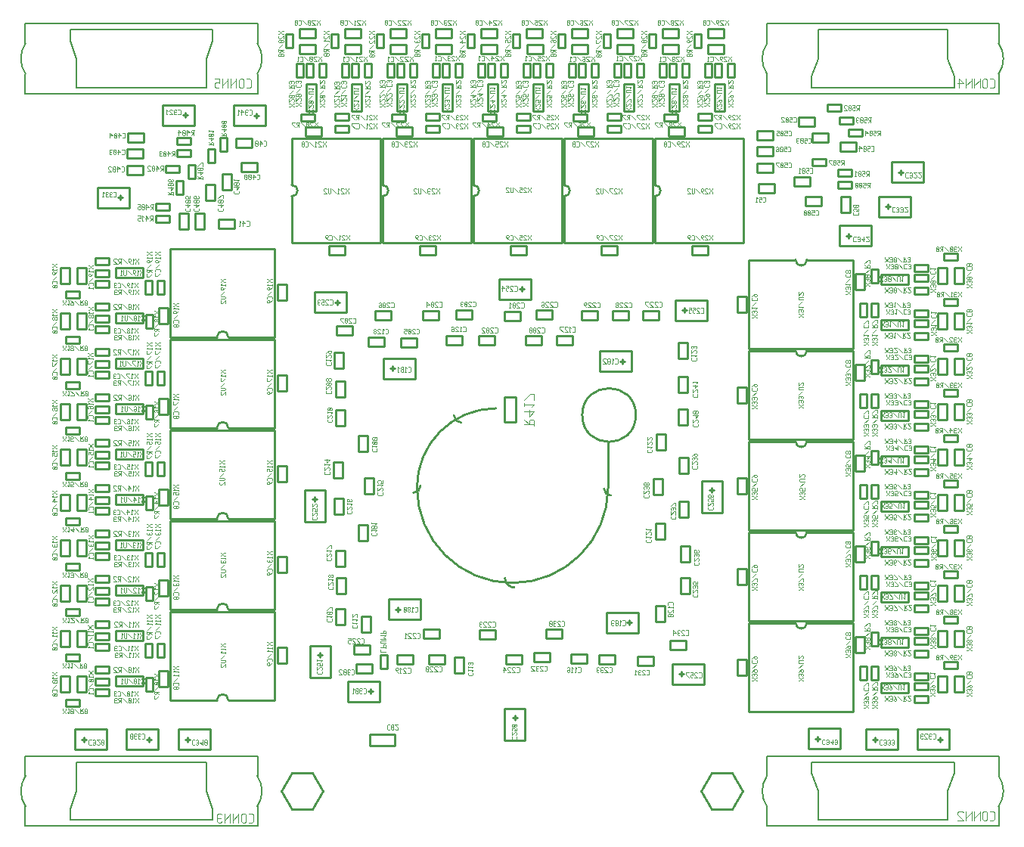
<source format=gbr>
G04 start of page 13 for group -4078 idx -4078 *
G04 Title: HETEPTANA, bottomsilk *
G04 Creator: pcb 1.99z *
G04 CreationDate: Mo 30 Mär 2015 16:46:13 GMT UTC *
G04 For: stephan *
G04 Format: Gerber/RS-274X *
G04 PCB-Dimensions (mil): 5511.81 4724.41 *
G04 PCB-Coordinate-Origin: lower left *
%MOIN*%
%FSLAX25Y25*%
%LNBOTTOMSILK*%
%ADD174C,0.0044*%
%ADD173C,0.0040*%
%ADD172C,0.0032*%
%ADD171C,0.0080*%
%ADD170C,0.0098*%
%ADD169C,0.0100*%
%ADD168C,0.0098*%
G54D168*X372638Y82677D02*X363583D01*
X372638Y66929D02*X363583D01*
X363555Y82661D02*X359027Y74819D01*
X377193Y74787D02*X372665Y66945D01*
X359027Y74787D02*X363555Y66945D01*
X372665Y82661D02*X377193Y74819D01*
X317913Y208661D02*Y228543D01*
X187598Y82677D02*X178543D01*
X187598Y66929D02*X178543D01*
X178515Y82661D02*X173988Y74819D01*
X192154Y74787D02*X187626Y66945D01*
Y82661D02*X192154Y74819D01*
X173988Y74787D02*X178515Y66945D01*
X317913Y208661D02*G75*G02X275787Y166535I-42126J0D01*G01*
G75*G02X233661Y208661I0J42126D01*G01*
X232087Y206299D02*G75*G03X235236Y209449I0J3150D01*G01*
X276575Y164567D02*G75*G02X272441Y168701I0J4134D01*G01*
X306496Y240551D02*G75*G03X306496Y240551I11811J0D01*G01*
X233661Y208661D02*G75*G02X268504Y243504I34843J0D01*G01*
X250000Y240354D02*G75*G03X253150Y237205I3150J0D01*G01*
X319094Y205118D02*G75*G02X316142Y208071I0J2953D01*G01*
G54D169*X218500Y336941D02*Y316441D01*
Y362441D02*Y341941D01*
Y316441D02*X257500D01*
Y362441D02*Y316441D01*
X218500Y362441D02*X257500D01*
X218500Y336941D02*G75*G03X218500Y341941I0J2500D01*G01*
X178500Y336941D02*Y316441D01*
Y362441D02*Y341941D01*
Y316441D02*X217500D01*
Y362441D02*Y316441D01*
X178500Y362441D02*X217500D01*
X178500Y336941D02*G75*G03X178500Y341941I0J2500D01*G01*
X264800Y374541D02*X269200D01*
Y386541D02*Y374541D01*
X264800Y386441D02*Y374641D01*
X264900Y386541D02*X269200D01*
X250500Y395441D02*Y389441D01*
X253500D01*
Y395441D02*Y389441D01*
X250500Y395441D02*X253500D01*
X244800Y374541D02*X249200D01*
Y386541D02*Y374541D01*
X244800Y386441D02*Y374641D01*
X244900Y386541D02*X249200D01*
X240500Y395441D02*Y389441D01*
X243500D01*
Y395441D02*Y389441D01*
X240500Y395441D02*X243500D01*
X245000D02*Y389441D01*
X248000D01*
Y395441D02*Y389441D01*
X245000Y395441D02*X248000D01*
G54D170*X264500Y363441D02*X271500D01*
Y367441D02*Y363441D01*
X264500Y367441D02*X271500D01*
X264500D02*Y363441D01*
G54D169*X222500Y370191D02*X228500D01*
Y373191D02*Y370191D01*
X222500Y373191D02*X228500D01*
X222500D02*Y370191D01*
X237500Y373441D02*X243500D01*
X237500D02*Y370441D01*
X243500D01*
Y373441D02*Y370441D01*
X224800Y374541D02*X229200D01*
Y386541D02*Y374541D01*
X224800Y386441D02*Y374641D01*
X224900Y386541D02*X229200D01*
X230500Y395441D02*Y389441D01*
X233500D01*
Y395441D02*Y389441D01*
X230500Y395441D02*X233500D01*
X225000D02*Y389441D01*
X228000D01*
Y395441D02*Y389441D01*
X225000Y395441D02*X228000D01*
G54D170*X224500Y363441D02*X231500D01*
Y367441D02*Y363441D01*
X224500Y367441D02*X231500D01*
X224500D02*Y363441D01*
G54D169*X237500Y365191D02*X243500D01*
Y368191D01*
X237500D01*
Y365191D01*
X220500Y395441D02*Y389441D01*
X223500D01*
Y395441D02*Y389441D01*
X220500Y395441D02*X223500D01*
X210500D02*Y389441D01*
X213500D01*
Y395441D02*Y389441D01*
X210500Y395441D02*X213500D01*
X202472Y294657D02*Y285657D01*
X188472D02*X202472D01*
X188472Y294657D02*Y285657D01*
Y294657D02*X202472D01*
X197472Y290157D02*X199472D01*
X198472Y291157D02*Y289157D01*
G54D170*X194750Y311191D02*X201750D01*
Y315191D01*
X194750D01*
Y311191D01*
X234750D02*X241750D01*
Y315191D01*
X234750D01*
Y311191D01*
G54D169*X218984Y256524D02*Y265524D01*
X232984D01*
Y256524D01*
X218984D01*
X221984Y261024D02*X223984D01*
X222984Y260024D02*Y262024D01*
G54D170*X212248Y274835D02*X219248D01*
X212248D02*Y270835D01*
X219248D01*
Y274835D02*Y270835D01*
X246500Y271441D02*X253500D01*
Y275441D02*Y271441D01*
X246500Y275441D02*X253500D01*
X246500D02*Y271441D01*
X260750D02*X267750D01*
Y275441D01*
X260750D01*
Y271441D01*
X226618Y270638D02*X233618D01*
Y274638D01*
X226618D01*
Y270638D01*
X201250Y268191D02*Y261191D01*
X197250Y268191D02*X201250D01*
X197250D02*Y261191D01*
X201250D01*
X215250Y282441D02*X222250D01*
Y286441D01*
X215250D01*
Y282441D01*
X236165Y282508D02*X243165D01*
Y286508D01*
X236165D01*
Y282508D01*
X251000Y282941D02*X258000D01*
Y286941D01*
X251000D01*
Y282941D01*
X198250Y275941D02*X205250D01*
Y279941D01*
X198250D01*
Y275941D01*
G54D169*X182500Y370191D02*X188500D01*
Y373191D02*Y370191D01*
X182500Y373191D02*X188500D01*
X182500D02*Y370191D01*
X197500Y373441D02*X203500D01*
X197500D02*Y370441D01*
X203500D01*
Y373441D02*Y370441D01*
X184800Y374541D02*X189200D01*
Y386541D02*Y374541D01*
X184800Y386441D02*Y374641D01*
X184900Y386541D02*X189200D01*
X204800Y374541D02*X209200D01*
Y386541D02*Y374541D01*
X204800Y386441D02*Y374641D01*
X204900Y386541D02*X209200D01*
X190500Y395441D02*Y389441D01*
X193500D01*
Y395441D02*Y389441D01*
X190500Y395441D02*X193500D01*
X180500D02*Y389441D01*
X183500D01*
Y395441D02*Y389441D01*
X180500Y395441D02*X183500D01*
X185000D02*Y389441D01*
X188000D01*
Y395441D02*Y389441D01*
X185000Y395441D02*X188000D01*
X200500D02*Y389441D01*
X203500D01*
Y395441D02*Y389441D01*
X200500Y395441D02*X203500D01*
X205000D02*Y389441D01*
X208000D01*
Y395441D02*Y389441D01*
X205000Y395441D02*X208000D01*
G54D170*X184500Y363441D02*X191500D01*
Y367441D02*Y363441D01*
X184500Y367441D02*X191500D01*
X184500D02*Y363441D01*
G54D169*X197500Y365191D02*X203500D01*
Y368191D01*
X197500D01*
Y365191D01*
G54D171*X61024Y390945D02*Y382283D01*
Y412992D02*Y404331D01*
X83661Y397638D02*Y384843D01*
Y397638D02*X80709Y405512D01*
Y410433D02*Y405512D01*
Y410433D02*X143701D01*
X83661Y384843D02*X140748D01*
X163386Y412992D02*Y404331D01*
Y390945D02*Y382283D01*
X143701Y410433D02*Y405512D01*
X140748Y397638D01*
Y384843D01*
X61024Y412992D02*X163386D01*
X61024Y382283D02*X163386D01*
X61191Y404412D02*G75*G03X61191Y390863I9675J-6775D01*G01*
X163218Y390863D02*G75*G03X163218Y404412I-9675J6775D01*G01*
G54D169*X150000Y362941D02*Y356941D01*
X147000Y362941D02*X150000D01*
X147000D02*Y356941D01*
X150000D01*
X144500Y357941D02*Y351941D01*
X141500Y357941D02*X144500D01*
X141500D02*Y351941D01*
X144500D01*
X166843Y377138D02*Y368138D01*
X152843D02*X166843D01*
X152843Y377138D02*Y368138D01*
Y377138D02*X166843D01*
X161843Y372638D02*X163843D01*
X162843Y373638D02*Y371638D01*
X118500Y333941D02*X124500D01*
X118500D02*Y330941D01*
X124500D01*
Y333941D02*Y330941D01*
X130500Y343941D02*Y337941D01*
X127500Y343941D02*X130500D01*
X127500D02*Y337941D01*
X130500D01*
X136000Y350941D02*Y344941D01*
X133000Y350941D02*X136000D01*
X133000D02*Y344941D01*
X136000D01*
X123000Y347441D02*X129000D01*
Y350441D01*
X123000D01*
Y347441D01*
X107000Y340941D02*Y331941D01*
X93000D02*X107000D01*
X93000Y340941D02*Y331941D01*
Y340941D02*X107000D01*
X102000Y336441D02*X104000D01*
X103000Y337441D02*Y335441D01*
X128000Y354441D02*X134000D01*
Y357441D02*Y354441D01*
X128000Y357441D02*X134000D01*
X128000D02*Y354441D01*
Y359691D02*X134000D01*
Y362691D01*
X128000D01*
Y359691D01*
X135441Y377244D02*Y368244D01*
X121441D02*X135441D01*
X121441Y377244D02*Y368244D01*
Y377244D02*X135441D01*
X130441Y372744D02*X132441D01*
X131441Y373744D02*Y371744D01*
X118500Y325441D02*X124500D01*
Y328441D01*
X118500D01*
Y325441D01*
X150500Y274941D02*X171000D01*
X125000D02*X145500D01*
X171000Y313941D02*Y274941D01*
X125000Y313941D02*X171000D01*
X125000D02*Y274941D01*
X150500D02*G75*G03X145500Y274941I-2500J0D01*G01*
G54D170*X176250Y298191D02*Y291191D01*
X172250Y298191D02*X176250D01*
X172250D02*Y291191D01*
X176250D01*
X124000Y287941D02*Y280941D01*
X120000Y287941D02*X124000D01*
X120000D02*Y280941D01*
X124000D01*
G54D169*X215750Y408441D02*Y402441D01*
X218750D01*
Y408441D02*Y402441D01*
X215750Y408441D02*X218750D01*
G54D170*X202000Y410941D02*X209000D01*
X202000D02*Y406941D01*
X209000D01*
Y410941D02*Y406941D01*
G54D169*X195750Y408441D02*Y402441D01*
X198750D01*
Y408441D02*Y402441D01*
X195750Y408441D02*X198750D01*
G54D170*X182000Y410941D02*X189000D01*
X182000D02*Y406941D01*
X189000D01*
Y410941D02*Y406941D01*
X224750Y134691D02*X231750D01*
X224750D02*Y130691D01*
X231750D01*
Y134691D02*Y130691D01*
X236461Y142291D02*X243461D01*
Y146291D01*
X236461D01*
Y142291D01*
X272750Y134691D02*X279750D01*
X272750D02*Y130691D01*
X279750D01*
Y134691D02*Y130691D01*
X238750Y134691D02*X245750D01*
X238750D02*Y130691D01*
X245750D01*
Y134691D02*Y130691D01*
X200750Y219691D02*Y212691D01*
X196750Y219691D02*X200750D01*
X196750D02*Y212691D01*
X200750D01*
X214500D02*Y205691D01*
X210500Y212691D02*X214500D01*
X210500D02*Y205691D01*
X214500D01*
X201250Y203691D02*Y196691D01*
X197250Y203691D02*X201250D01*
X197250D02*Y196691D01*
X201250D01*
X201750Y180941D02*Y173941D01*
X197750Y180941D02*X201750D01*
X197750D02*Y173941D01*
X201750D01*
X202250Y168941D02*Y161941D01*
X198250Y168941D02*X202250D01*
X198250D02*Y161941D01*
X202250D01*
X212039Y192083D02*Y185083D01*
X208039Y192083D02*X212039D01*
X208039D02*Y185083D01*
X212039D01*
X209220Y151925D02*Y144925D01*
X213220D01*
Y151925D02*Y144925D01*
X209220Y151925D02*X213220D01*
G54D169*X79000Y112191D02*X85000D01*
Y115191D02*Y112191D01*
X79000Y115191D02*X85000D01*
X79000D02*Y112191D01*
G54D170*X76500Y125441D02*Y118441D01*
X80500D01*
Y125441D02*Y118441D01*
X76500Y125441D02*X80500D01*
X83750Y165441D02*Y158441D01*
X87750D01*
Y165441D02*Y158441D01*
X83750Y165441D02*X87750D01*
X83750Y125441D02*Y118441D01*
X87750D01*
Y125441D02*Y118441D01*
X83750Y125441D02*X87750D01*
G54D169*X272303Y237610D02*X277303D01*
X272303Y248610D02*Y237610D01*
Y248610D02*X277303D01*
Y237610D01*
X79000Y132191D02*X85000D01*
Y135191D02*Y132191D01*
X79000Y135191D02*X85000D01*
X79000D02*Y132191D01*
G54D170*X76500Y145441D02*Y138441D01*
X80500D01*
Y145441D02*Y138441D01*
X76500Y145441D02*X80500D01*
G54D169*X79000Y152191D02*X85000D01*
Y155191D02*Y152191D01*
X79000Y155191D02*X85000D01*
X79000D02*Y152191D01*
G54D170*X76500Y165441D02*Y158441D01*
X80500D01*
Y165441D02*Y158441D01*
X76500Y165441D02*X80500D01*
G54D169*X79000Y172191D02*X85000D01*
Y175191D02*Y172191D01*
X79000Y175191D02*X85000D01*
X79000D02*Y172191D01*
G54D170*X76500Y185441D02*Y178441D01*
X80500D01*
Y185441D02*Y178441D01*
X76500Y185441D02*X80500D01*
G54D169*X79000Y192191D02*X85000D01*
Y195191D02*Y192191D01*
X79000Y195191D02*X85000D01*
X79000D02*Y192191D01*
G54D170*X76500Y205441D02*Y198441D01*
X80500D01*
Y205441D02*Y198441D01*
X76500Y205441D02*X80500D01*
G54D169*X79000Y212191D02*X85000D01*
Y215191D02*Y212191D01*
X79000Y215191D02*X85000D01*
X79000D02*Y212191D01*
G54D170*X76500Y225441D02*Y218441D01*
X80500D01*
Y225441D02*Y218441D01*
X76500Y225441D02*X80500D01*
G54D169*X79000Y232191D02*X85000D01*
Y235191D02*Y232191D01*
X79000Y235191D02*X85000D01*
X79000D02*Y232191D01*
G54D170*X76500Y245441D02*Y238441D01*
X80500D01*
Y245441D02*Y238441D01*
X76500Y245441D02*X80500D01*
G54D169*X79000Y252191D02*X85000D01*
Y255191D02*Y252191D01*
X79000Y255191D02*X85000D01*
X79000D02*Y252191D01*
G54D170*X76500Y265441D02*Y258441D01*
X80500D01*
Y265441D02*Y258441D01*
X76500Y265441D02*X80500D01*
G54D169*X79000Y272191D02*X85000D01*
Y275191D02*Y272191D01*
X79000Y275191D02*X85000D01*
X79000D02*Y272191D01*
G54D170*X76500Y285441D02*Y278441D01*
X80500D01*
Y285441D02*Y278441D01*
X76500Y285441D02*X80500D01*
G54D169*X79000Y292191D02*X85000D01*
Y295191D02*Y292191D01*
X79000Y295191D02*X85000D01*
X79000D02*Y292191D01*
G54D170*X83750Y265441D02*Y258441D01*
X87750D01*
Y265441D02*Y258441D01*
X83750Y265441D02*X87750D01*
X83750Y185441D02*Y178441D01*
X87750D01*
Y185441D02*Y178441D01*
X83750Y185441D02*X87750D01*
X83750Y285441D02*Y278441D01*
X87750D01*
Y285441D02*Y278441D01*
X83750Y285441D02*X87750D01*
X83750Y205441D02*Y198441D01*
X87750D01*
Y205441D02*Y198441D01*
X83750Y205441D02*X87750D01*
X83750Y225441D02*Y218441D01*
X87750D01*
Y225441D02*Y218441D01*
X83750Y225441D02*X87750D01*
X83750Y245441D02*Y238441D01*
X87750D01*
Y245441D02*Y238441D01*
X83750Y245441D02*X87750D01*
X83750Y145441D02*Y138441D01*
X87750D01*
Y145441D02*Y138441D01*
X83750Y145441D02*X87750D01*
G54D169*X150500Y154941D02*X171000D01*
X125000D02*X145500D01*
X171000Y193941D02*Y154941D01*
X125000Y193941D02*X171000D01*
X125000D02*Y154941D01*
X150500D02*G75*G03X145500Y154941I-2500J0D01*G01*
X150500Y114941D02*X171000D01*
X125000D02*X145500D01*
X171000Y153941D02*Y114941D01*
X125000Y153941D02*X171000D01*
X125000D02*Y114941D01*
X150500D02*G75*G03X145500Y114941I-2500J0D01*G01*
X114000Y139941D02*Y133941D01*
X117000D01*
Y139941D02*Y133941D01*
X114000Y139941D02*X117000D01*
X112900Y145641D02*Y141241D01*
X100900Y145641D02*X112900D01*
X101000Y141241D02*X112800D01*
X100900Y145641D02*Y141341D01*
X92000Y136941D02*X98000D01*
Y139941D02*Y136941D01*
X92000Y139941D02*X98000D01*
X92000D02*Y136941D01*
Y141441D02*X98000D01*
Y144441D02*Y141441D01*
X92000Y144441D02*X98000D01*
X92000D02*Y141441D01*
X112900Y205641D02*Y201241D01*
X100900Y205641D02*X112900D01*
X101000Y201241D02*X112800D01*
X100900Y205641D02*Y201341D01*
X92000Y166941D02*X98000D01*
Y169941D02*Y166941D01*
X92000Y169941D02*X98000D01*
X92000D02*Y166941D01*
Y156941D02*X98000D01*
Y159941D02*Y156941D01*
X92000Y159941D02*X98000D01*
X92000D02*Y156941D01*
Y161441D02*X98000D01*
Y164441D02*Y161441D01*
X92000Y164441D02*X98000D01*
X92000D02*Y161441D01*
Y186941D02*X98000D01*
Y189941D02*Y186941D01*
X92000Y189941D02*X98000D01*
X92000D02*Y186941D01*
Y176941D02*X98000D01*
Y179941D02*Y176941D01*
X92000Y179941D02*X98000D01*
X92000D02*Y176941D01*
Y181441D02*X98000D01*
Y184441D02*Y181441D01*
X92000Y184441D02*X98000D01*
X92000D02*Y181441D01*
Y146941D02*X98000D01*
Y149941D02*Y146941D01*
X92000Y149941D02*X98000D01*
X92000D02*Y146941D01*
X112900Y165641D02*Y161241D01*
X100900Y165641D02*X112900D01*
X101000Y161241D02*X112800D01*
X100900Y165641D02*Y161341D01*
X114000Y179941D02*Y173941D01*
X117000D01*
Y179941D02*Y173941D01*
X114000Y179941D02*X117000D01*
X112900Y185641D02*Y181241D01*
X100900Y185641D02*X112900D01*
X101000Y181241D02*X112800D01*
X100900Y185641D02*Y181341D01*
X112900Y125641D02*Y121241D01*
X100900Y125641D02*X112900D01*
X101000Y121241D02*X112800D01*
X100900Y125641D02*Y121341D01*
X92000Y126941D02*X98000D01*
Y129941D02*Y126941D01*
X92000Y129941D02*X98000D01*
X92000D02*Y126941D01*
Y116941D02*X98000D01*
Y119941D02*Y116941D01*
X92000Y119941D02*X98000D01*
X92000D02*Y116941D01*
Y121441D02*X98000D01*
Y124441D02*Y121441D01*
X92000Y124441D02*X98000D01*
X92000D02*Y121441D01*
G54D171*X163386Y90157D02*Y81496D01*
Y68110D02*Y59449D01*
X140748Y87598D02*Y74803D01*
X143701Y66929D01*
Y62008D01*
X80709D02*X143701D01*
X83661Y87598D02*X140748D01*
X61024Y68110D02*Y59449D01*
Y90157D02*Y81496D01*
X80709Y66929D02*Y62008D01*
Y66929D02*X83661Y74803D01*
Y87598D02*Y74803D01*
X61024Y59449D02*X163386D01*
X61024Y90157D02*X163386D01*
X163218Y68029D02*G75*G03X163218Y81578I-9675J6775D01*G01*
X61191Y81578D02*G75*G03X61191Y68029I9675J-6775D01*G01*
G54D169*X119598Y102138D02*Y93138D01*
X105598D02*X119598D01*
X105598Y102138D02*Y93138D01*
Y102138D02*X119598D01*
X114598Y97638D02*X116598D01*
X115598Y98638D02*Y96638D01*
X82961Y93138D02*Y102138D01*
X96961D01*
Y93138D01*
X82961D01*
X85961Y97638D02*X87961D01*
X86961Y96638D02*Y98638D01*
X128433Y93138D02*Y102138D01*
X142433D01*
Y93138D01*
X128433D01*
X131433Y97638D02*X133433D01*
X132433Y96638D02*Y98638D01*
X150500Y234941D02*X171000D01*
X125000D02*X145500D01*
X171000Y273941D02*Y234941D01*
X125000Y273941D02*X171000D01*
X125000D02*Y234941D01*
X150500D02*G75*G03X145500Y234941I-2500J0D01*G01*
X150500Y194941D02*X171000D01*
X125000D02*X145500D01*
X171000Y233941D02*Y194941D01*
X125000Y233941D02*X171000D01*
X125000D02*Y194941D01*
X150500D02*G75*G03X145500Y194941I-2500J0D01*G01*
X114000Y219941D02*Y213941D01*
X117000D01*
Y219941D02*Y213941D01*
X114000Y219941D02*X117000D01*
X92000Y206941D02*X98000D01*
Y209941D02*Y206941D01*
X92000Y209941D02*X98000D01*
X92000D02*Y206941D01*
Y196941D02*X98000D01*
Y199941D02*Y196941D01*
X92000Y199941D02*X98000D01*
X92000D02*Y196941D01*
Y201441D02*X98000D01*
Y204441D02*Y201441D01*
X92000Y204441D02*X98000D01*
X92000D02*Y201441D01*
Y226941D02*X98000D01*
Y229941D02*Y226941D01*
X92000Y229941D02*X98000D01*
X92000D02*Y226941D01*
Y216941D02*X98000D01*
Y219941D02*Y216941D01*
X92000Y219941D02*X98000D01*
X92000D02*Y216941D01*
Y221441D02*X98000D01*
Y224441D02*Y221441D01*
X92000Y224441D02*X98000D01*
X92000D02*Y221441D01*
Y236941D02*X98000D01*
Y239941D02*Y236941D01*
X92000Y239941D02*X98000D01*
X92000D02*Y236941D01*
X112900Y225641D02*Y221241D01*
X100900Y225641D02*X112900D01*
X101000Y221241D02*X112800D01*
X100900Y225641D02*Y221341D01*
X112900Y245641D02*Y241241D01*
X100900Y245641D02*X112900D01*
X101000Y241241D02*X112800D01*
X100900Y245641D02*Y241341D01*
X114000Y259941D02*Y253941D01*
X117000D01*
Y259941D02*Y253941D01*
X114000Y259941D02*X117000D01*
X92000Y246941D02*X98000D01*
Y249941D02*Y246941D01*
X92000Y249941D02*X98000D01*
X92000D02*Y246941D01*
Y266941D02*X98000D01*
Y269941D02*Y266941D01*
X92000Y269941D02*X98000D01*
X92000D02*Y266941D01*
Y256941D02*X98000D01*
Y259941D02*Y256941D01*
X92000Y259941D02*X98000D01*
X92000D02*Y256941D01*
Y261441D02*X98000D01*
Y264441D02*Y261441D01*
X92000Y264441D02*X98000D01*
X92000D02*Y261441D01*
Y276941D02*X98000D01*
Y279941D02*Y276941D01*
X92000Y279941D02*X98000D01*
X92000D02*Y276941D01*
Y281441D02*X98000D01*
Y284441D02*Y281441D01*
X92000Y284441D02*X98000D01*
X92000D02*Y281441D01*
Y241441D02*X98000D01*
Y244441D02*Y241441D01*
X92000Y244441D02*X98000D01*
X92000D02*Y241441D01*
X112900Y265641D02*Y261241D01*
X100900Y265641D02*X112900D01*
X101000Y261241D02*X112800D01*
X100900Y265641D02*Y261341D01*
X112900Y285641D02*Y281241D01*
X100900Y285641D02*X112900D01*
X101000Y281241D02*X112800D01*
X100900Y285641D02*Y281341D01*
X122250Y299941D02*Y293941D01*
X119250Y299941D02*X122250D01*
X119250D02*Y293941D01*
X122250D01*
X114000Y299941D02*Y293941D01*
X117000D01*
Y299941D02*Y293941D01*
X114000Y299941D02*X117000D01*
X112900Y305641D02*Y301241D01*
X100900Y305641D02*X112900D01*
X101000Y301241D02*X112800D01*
X100900Y305641D02*Y301341D01*
X92000Y286941D02*X98000D01*
Y289941D02*Y286941D01*
X92000Y289941D02*X98000D01*
X92000D02*Y286941D01*
Y306941D02*X98000D01*
Y309941D02*Y306941D01*
X92000Y309941D02*X98000D01*
X92000D02*Y306941D01*
Y296941D02*X98000D01*
Y299941D02*Y296941D01*
X92000Y299941D02*X98000D01*
X92000D02*Y296941D01*
Y301441D02*X98000D01*
Y304441D02*Y301441D01*
X92000Y304441D02*X98000D01*
X92000D02*Y301441D01*
G54D170*X76500Y305441D02*Y298441D01*
X80500D01*
Y305441D02*Y298441D01*
X76500Y305441D02*X80500D01*
G54D169*X380000Y308941D02*X400500D01*
X405500D02*X426000D01*
X380000D02*Y269941D01*
X426000D01*
Y308941D02*Y269941D01*
X400500Y308941D02*G75*G03X405500Y308941I2500J0D01*G01*
G54D170*X427000Y262941D02*Y255941D01*
X431000D01*
Y262941D02*Y255941D01*
X427000Y262941D02*X431000D01*
G54D169*X428750Y249941D02*Y243941D01*
X431750D01*
Y249941D02*Y243941D01*
X428750Y249941D02*X431750D01*
X433750Y304941D02*Y298941D01*
X436750D01*
Y304941D02*Y298941D01*
X433750Y304941D02*X436750D01*
X437000Y289941D02*Y283941D01*
X434000Y289941D02*X437000D01*
X434000D02*Y283941D01*
X437000D01*
X428750Y289941D02*Y283941D01*
X431750D01*
Y289941D02*Y283941D01*
X428750Y289941D02*X431750D01*
X438100Y302641D02*Y298241D01*
X450100D01*
X438200Y302641D02*X450000D01*
X450100Y302541D02*Y298241D01*
X438100Y282641D02*Y278241D01*
X450100D01*
X438200Y282641D02*X450000D01*
X450100Y282541D02*Y278241D01*
X419969Y314988D02*Y323988D01*
X433969D01*
Y314988D01*
X419969D01*
X422969Y319488D02*X424969D01*
X423969Y318488D02*Y320488D01*
G54D170*X427000Y302941D02*Y295941D01*
X431000D01*
Y302941D02*Y295941D01*
X427000Y302941D02*X431000D01*
G54D169*X380000Y188941D02*X400500D01*
X405500D02*X426000D01*
X380000D02*Y149941D01*
X426000D01*
Y188941D02*Y149941D01*
X400500Y188941D02*G75*G03X405500Y188941I2500J0D01*G01*
X380000Y228941D02*X400500D01*
X405500D02*X426000D01*
X380000D02*Y189941D01*
X426000D01*
Y228941D02*Y189941D01*
X400500Y228941D02*G75*G03X405500Y228941I2500J0D01*G01*
X380000Y268941D02*X400500D01*
X405500D02*X426000D01*
X380000D02*Y229941D01*
X426000D01*
Y268941D02*Y229941D01*
X400500Y268941D02*G75*G03X405500Y268941I2500J0D01*G01*
X437000Y249941D02*Y243941D01*
X434000Y249941D02*X437000D01*
X434000D02*Y243941D01*
X437000D01*
G54D170*X427000Y222941D02*Y215941D01*
X431000D01*
Y222941D02*Y215941D01*
X427000Y222941D02*X431000D01*
X427000Y182941D02*Y175941D01*
X431000D01*
Y182941D02*Y175941D01*
X427000Y182941D02*X431000D01*
G54D169*X428750Y209941D02*Y203941D01*
X431750D01*
Y209941D02*Y203941D01*
X428750Y209941D02*X431750D01*
X433750Y224941D02*Y218941D01*
X436750D01*
Y224941D02*Y218941D01*
X433750Y224941D02*X436750D01*
X438100Y222641D02*Y218241D01*
X450100D01*
X438200Y222641D02*X450000D01*
X450100Y222541D02*Y218241D01*
X453000Y216941D02*X459000D01*
X453000D02*Y213941D01*
X459000D01*
Y216941D02*Y213941D01*
X453000Y226941D02*X459000D01*
X453000D02*Y223941D01*
X459000D01*
Y226941D02*Y223941D01*
X453000Y222441D02*X459000D01*
X453000D02*Y219441D01*
X459000D01*
Y222441D02*Y219441D01*
X453000Y196941D02*X459000D01*
X453000D02*Y193941D01*
X459000D01*
Y196941D02*Y193941D01*
X453000Y206941D02*X459000D01*
X453000D02*Y203941D01*
X459000D01*
Y206941D02*Y203941D01*
X453000Y202441D02*X459000D01*
X453000D02*Y199441D01*
X459000D01*
Y202441D02*Y199441D01*
X453000Y186941D02*X459000D01*
X453000D02*Y183941D01*
X459000D01*
Y186941D02*Y183941D01*
X453000Y182441D02*X459000D01*
X453000D02*Y179441D01*
X459000D01*
Y182441D02*Y179441D01*
X453000Y236941D02*X459000D01*
X453000D02*Y233941D01*
X459000D01*
Y236941D02*Y233941D01*
X453000Y246941D02*X459000D01*
X453000D02*Y243941D01*
X459000D01*
Y246941D02*Y243941D01*
X453000Y242441D02*X459000D01*
X453000D02*Y239441D01*
X459000D01*
Y242441D02*Y239441D01*
X433750Y264941D02*Y258941D01*
X436750D01*
Y264941D02*Y258941D01*
X433750Y264941D02*X436750D01*
X438100Y262641D02*Y258241D01*
X450100D01*
X438200Y262641D02*X450000D01*
X450100Y262541D02*Y258241D01*
X453000Y256941D02*X459000D01*
X453000D02*Y253941D01*
X459000D01*
Y256941D02*Y253941D01*
X453000Y266941D02*X459000D01*
X453000D02*Y263941D01*
X459000D01*
Y266941D02*Y263941D01*
X453000Y262441D02*X459000D01*
X453000D02*Y259441D01*
X459000D01*
Y262441D02*Y259441D01*
X453000Y296941D02*X459000D01*
X453000D02*Y293941D01*
X459000D01*
Y296941D02*Y293941D01*
X453000Y306941D02*X459000D01*
X453000D02*Y303941D01*
X459000D01*
Y306941D02*Y303941D01*
X453000Y302441D02*X459000D01*
X453000D02*Y299441D01*
X459000D01*
Y302441D02*Y299441D01*
X453000Y276941D02*X459000D01*
X453000D02*Y273941D01*
X459000D01*
Y276941D02*Y273941D01*
X453000Y286941D02*X459000D01*
X453000D02*Y283941D01*
X459000D01*
Y286941D02*Y283941D01*
X453000Y282441D02*X459000D01*
X453000D02*Y279441D01*
X459000D01*
Y282441D02*Y279441D01*
G54D170*X424500Y336691D02*Y329691D01*
X420500Y336691D02*X424500D01*
X420500D02*Y329691D01*
X424500D01*
X405000Y336691D02*X412000D01*
X405000D02*Y332691D01*
X412000D01*
Y336691D02*Y332691D01*
X400000Y345441D02*X407000D01*
X400000D02*Y341441D01*
X407000D01*
Y345441D02*Y341441D01*
X384295Y338418D02*X391295D01*
Y342418D01*
X384295D01*
Y338418D01*
G54D169*X408000Y350441D02*X414000D01*
Y353441D01*
X408000D01*
Y350441D01*
G54D170*X383500Y365941D02*X390500D01*
X383500D02*Y361941D01*
X390500D01*
Y365941D02*Y361941D01*
X383500Y358691D02*X390500D01*
X383500D02*Y354691D01*
X390500D01*
Y358691D02*Y354691D01*
X383500Y351441D02*X390500D01*
X383500D02*Y347441D01*
X390500D01*
Y351441D02*Y347441D01*
G54D171*X490157Y412992D02*Y404331D01*
Y390945D02*Y382283D01*
X467520Y410433D02*Y397638D01*
X470472Y389764D01*
Y384843D01*
X407480D01*
X410433Y410433D02*X467520D01*
X387795Y382283D02*Y390945D01*
Y404331D02*Y412992D01*
X407480Y384843D02*Y389764D01*
X410433Y397638D01*
Y410433D01*
X387795Y382283D02*X490157D01*
Y412992D02*X387795D01*
X489990Y390863D02*G75*G03X489990Y404412I-9675J6775D01*G01*
X387963Y404412D02*G75*G03X387963Y390863I9675J-6775D01*G01*
G54D169*X437094Y327980D02*Y336980D01*
X451094D01*
Y327980D01*
X437094D01*
X440094Y332480D02*X442094D01*
X441094Y331480D02*Y333480D01*
X443000Y343138D02*Y352138D01*
X457000D01*
Y343138D01*
X443000D01*
X446000Y347638D02*X448000D01*
X447000Y346638D02*Y348638D01*
X419250Y345691D02*X425250D01*
Y348691D01*
X419250D01*
Y345691D01*
X414500Y374441D02*X420500D01*
Y377441D01*
X414500D01*
Y374441D01*
X424000Y363441D02*X430000D01*
Y366441D01*
X424000D01*
Y363441D01*
X420000Y368941D02*X426000D01*
Y371941D01*
X420000D01*
Y368941D01*
G54D170*X401750Y371941D02*X408750D01*
X401750D02*Y367941D01*
X408750D01*
Y371941D02*Y367941D01*
X408000Y364691D02*X415000D01*
X408000D02*Y360691D01*
X415000D01*
Y364691D02*Y360691D01*
G54D169*X419250Y340441D02*X425250D01*
Y343441D01*
X419250D01*
Y340441D01*
G54D170*X420250Y360691D02*X427250D01*
X420250D02*Y356691D01*
X427250D01*
Y360691D02*Y356691D01*
G54D169*X380000Y148941D02*X400500D01*
X405500D02*X426000D01*
X380000D02*Y109941D01*
X426000D01*
Y148941D02*Y109941D01*
X400500Y148941D02*G75*G03X405500Y148941I2500J0D01*G01*
G54D170*X374750Y132691D02*Y125691D01*
X378750D01*
Y132691D02*Y125691D01*
X374750Y132691D02*X378750D01*
G54D169*X453000Y176941D02*X459000D01*
X453000D02*Y173941D01*
X459000D01*
Y176941D02*Y173941D01*
X453000Y166941D02*X459000D01*
X453000D02*Y163941D01*
X459000D01*
Y166941D02*Y163941D01*
X453000Y156941D02*X459000D01*
X453000D02*Y153941D01*
X459000D01*
Y156941D02*Y153941D01*
X453000Y162441D02*X459000D01*
X453000D02*Y159441D01*
X459000D01*
Y162441D02*Y159441D01*
G54D170*X374750Y172691D02*Y165691D01*
X378750D01*
Y172691D02*Y165691D01*
X374750Y172691D02*X378750D01*
G54D169*X428750Y169941D02*Y163941D01*
X431750D01*
Y169941D02*Y163941D01*
X428750Y169941D02*X431750D01*
X437000D02*Y163941D01*
X434000Y169941D02*X437000D01*
X434000D02*Y163941D01*
X437000D01*
X438100Y162641D02*Y158241D01*
X450100D01*
X438200Y162641D02*X450000D01*
X450100Y162541D02*Y158241D01*
X433750Y144941D02*Y138941D01*
X436750D01*
Y144941D02*Y138941D01*
X433750Y144941D02*X436750D01*
X438100Y142641D02*Y138241D01*
X450100D01*
X438200Y142641D02*X450000D01*
X450100Y142541D02*Y138241D01*
X437000Y129941D02*Y123941D01*
X434000Y129941D02*X437000D01*
X434000D02*Y123941D01*
X437000D01*
X438100Y122641D02*Y118241D01*
X450100D01*
X438200Y122641D02*X450000D01*
X450100Y122541D02*Y118241D01*
X428750Y129941D02*Y123941D01*
X431750D01*
Y129941D02*Y123941D01*
X428750Y129941D02*X431750D01*
X453000Y136941D02*X459000D01*
X453000D02*Y133941D01*
X459000D01*
Y136941D02*Y133941D01*
X453000Y146941D02*X459000D01*
X453000D02*Y143941D01*
X459000D01*
Y146941D02*Y143941D01*
X453000Y142441D02*X459000D01*
X453000D02*Y139441D01*
X459000D01*
Y142441D02*Y139441D01*
X453000Y116941D02*X459000D01*
X453000D02*Y113941D01*
X459000D01*
Y116941D02*Y113941D01*
X453000Y126941D02*X459000D01*
X453000D02*Y123941D01*
X459000D01*
Y126941D02*Y123941D01*
X453000Y122441D02*X459000D01*
X453000D02*Y119441D01*
X459000D01*
Y122441D02*Y119441D01*
X406189Y93335D02*Y102335D01*
X420189D01*
Y93335D01*
X406189D01*
X409189Y97835D02*X411189D01*
X410189Y96835D02*Y98835D01*
G54D170*X427000Y142941D02*Y135941D01*
X431000D01*
Y142941D02*Y135941D01*
X427000Y142941D02*X431000D01*
X474500Y125441D02*Y118441D01*
X470500Y125441D02*X474500D01*
X470500D02*Y118441D01*
X474500D01*
G54D169*X431583Y93138D02*Y102138D01*
X445583D01*
Y93138D01*
X431583D01*
X434583Y97638D02*X436583D01*
X435583Y96638D02*Y98638D01*
X468220Y102138D02*Y93138D01*
X454220D02*X468220D01*
X454220Y102138D02*Y93138D01*
Y102138D02*X468220D01*
X463220Y97638D02*X465220D01*
X464220Y98638D02*Y96638D01*
X220500Y134691D02*Y128691D01*
X217500Y134691D02*X220500D01*
X217500D02*Y128691D01*
X220500D01*
X186445Y138693D02*X195445D01*
Y124693D01*
X186445D02*X195445D01*
X186445Y138693D02*Y124693D01*
X190945Y135693D02*Y133693D01*
X189945Y134693D02*X191945D01*
X221346Y159421D02*Y150421D01*
Y159421D02*X235346D01*
Y150421D01*
X221346D02*X235346D01*
X224346Y154921D02*X226346D01*
X225346Y155921D02*Y153921D01*
X217250Y123191D02*Y114191D01*
X203250D02*X217250D01*
X203250Y123191D02*Y114191D01*
Y123191D02*X217250D01*
X212250Y118691D02*X214250D01*
X213250Y119691D02*Y117691D01*
X224004Y99941D02*Y94941D01*
X213004D02*X224004D01*
X213004Y99941D02*Y94941D01*
Y99941D02*X224004D01*
X272272Y111134D02*X281272D01*
Y97134D01*
X272272D02*X281272D01*
X272272Y111134D02*Y97134D01*
X276772Y108134D02*Y106134D01*
X275772Y107134D02*X277772D01*
G54D171*X387795Y68110D02*Y59449D01*
Y90157D02*Y81496D01*
X410433Y74803D02*Y62008D01*
Y74803D02*X407480Y82677D01*
Y87598D02*Y82677D01*
Y87598D02*X470472D01*
X410433Y62008D02*X467520D01*
X490157Y90157D02*Y81496D01*
Y68110D02*Y59449D01*
X470472Y87598D02*Y82677D01*
X467520Y74803D01*
Y62008D01*
X387795Y90157D02*X490157D01*
X387795Y59449D02*X490157D01*
X387963Y81578D02*G75*G03X387963Y68029I9675J-6775D01*G01*
X489990Y68029D02*G75*G03X489990Y81578I-9675J6775D01*G01*
G54D170*X301618Y135071D02*X308618D01*
X301618D02*Y131071D01*
X308618D01*
Y135071D02*Y131071D01*
X338945Y156650D02*Y149650D01*
X342945D01*
Y156650D02*Y149650D01*
X338945Y156650D02*X342945D01*
X202000Y155075D02*Y148075D01*
X198000Y155075D02*X202000D01*
X198000D02*Y148075D01*
X202000D01*
X254362Y133815D02*Y126815D01*
X250362Y133815D02*X254362D01*
X250362D02*Y126815D01*
X254362D01*
X285250Y135941D02*X292250D01*
X285250D02*Y131941D01*
X292250D01*
Y135941D02*Y131941D01*
G54D169*X346346Y130878D02*Y121878D01*
Y130878D02*X360346D01*
Y121878D01*
X346346D02*X360346D01*
X349346Y126378D02*X351346D01*
X350346Y127378D02*Y125378D01*
X331213Y153516D02*Y144516D01*
X317213D02*X331213D01*
X317213Y153516D02*Y144516D01*
Y153516D02*X331213D01*
X326213Y149016D02*X328213D01*
X327213Y150016D02*Y148016D01*
G54D170*X314000Y134691D02*X321000D01*
X314000D02*Y130691D01*
X321000D01*
Y134691D02*Y130691D01*
X345250Y141191D02*X352250D01*
X345250D02*Y137191D01*
X352250D01*
Y141191D02*Y137191D01*
G54D169*X258500Y336941D02*Y316441D01*
Y362441D02*Y341941D01*
Y316441D02*X297500D01*
Y362441D02*Y316441D01*
X258500Y362441D02*X297500D01*
X258500Y336941D02*G75*G03X258500Y341941I0J2500D01*G01*
G54D170*X314750Y311191D02*X321750D01*
Y315191D01*
X314750D01*
Y311191D01*
G54D169*X302500Y370191D02*X308500D01*
Y373191D02*Y370191D01*
X302500Y373191D02*X308500D01*
X302500D02*Y370191D01*
G54D170*X304500Y363441D02*X311500D01*
Y367441D02*Y363441D01*
X304500Y367441D02*X311500D01*
X304500D02*Y363441D01*
G54D169*X317500Y365191D02*X323500D01*
Y368191D01*
X317500D01*
Y365191D01*
X262500Y370191D02*X268500D01*
Y373191D02*Y370191D01*
X262500Y373191D02*X268500D01*
X262500D02*Y370191D01*
X277500Y373441D02*X283500D01*
X277500D02*Y370441D01*
X283500D01*
Y373441D02*Y370441D01*
X277500Y365191D02*X283500D01*
Y368191D01*
X277500D01*
Y365191D01*
X270500Y395441D02*Y389441D01*
X273500D01*
Y395441D02*Y389441D01*
X270500Y395441D02*X273500D01*
X260500D02*Y389441D01*
X263500D01*
Y395441D02*Y389441D01*
X260500Y395441D02*X263500D01*
X265000D02*Y389441D01*
X268000D01*
Y395441D02*Y389441D01*
X265000Y395441D02*X268000D01*
X284800Y374541D02*X289200D01*
Y386541D02*Y374541D01*
X284800Y386441D02*Y374641D01*
X284900Y386541D02*X289200D01*
X290500Y395441D02*Y389441D01*
X293500D01*
Y395441D02*Y389441D01*
X290500Y395441D02*X293500D01*
X280500D02*Y389441D01*
X283500D01*
Y395441D02*Y389441D01*
X280500Y395441D02*X283500D01*
X285000D02*Y389441D01*
X288000D01*
Y395441D02*Y389441D01*
X285000Y395441D02*X288000D01*
X300500D02*Y389441D01*
X303500D01*
Y395441D02*Y389441D01*
X300500Y395441D02*X303500D01*
X305000D02*Y389441D01*
X308000D01*
Y395441D02*Y389441D01*
X305000Y395441D02*X308000D01*
G54D170*X262000Y403691D02*X269000D01*
X262000D02*Y399691D01*
X269000D01*
Y403691D02*Y399691D01*
X262000Y410941D02*X269000D01*
X262000D02*Y406941D01*
X269000D01*
Y410941D02*Y406941D01*
G54D169*X255750Y408441D02*Y402441D01*
X258750D01*
Y408441D02*Y402441D01*
X255750Y408441D02*X258750D01*
G54D170*X282250Y403691D02*X289250D01*
X282250D02*Y399691D01*
X289250D01*
Y403691D02*Y399691D01*
X282000Y410941D02*X289000D01*
X282000D02*Y406941D01*
X289000D01*
Y410941D02*Y406941D01*
G54D169*X275750Y408441D02*Y402441D01*
X278750D01*
Y408441D02*Y402441D01*
X275750Y408441D02*X278750D01*
X310500Y395441D02*Y389441D01*
X313500D01*
Y395441D02*Y389441D01*
X310500Y395441D02*X313500D01*
X320500D02*Y389441D01*
X323500D01*
Y395441D02*Y389441D01*
X320500Y395441D02*X323500D01*
X325000D02*Y389441D01*
X328000D01*
Y395441D02*Y389441D01*
X325000Y395441D02*X328000D01*
G54D170*X302000Y403691D02*X309000D01*
X302000D02*Y399691D01*
X309000D01*
Y403691D02*Y399691D01*
X322000Y403691D02*X329000D01*
X322000D02*Y399691D01*
X329000D01*
Y403691D02*Y399691D01*
G54D169*X338500Y336941D02*Y316441D01*
Y362441D02*Y341941D01*
Y316441D02*X377500D01*
Y362441D02*Y316441D01*
X338500Y362441D02*X377500D01*
X338500Y336941D02*G75*G03X338500Y341941I0J2500D01*G01*
X298500Y336941D02*Y316441D01*
Y362441D02*Y341941D01*
Y316441D02*X337500D01*
Y362441D02*Y316441D01*
X298500Y362441D02*X337500D01*
X298500Y336941D02*G75*G03X298500Y341941I0J2500D01*G01*
X317500Y373441D02*X323500D01*
X317500D02*Y370441D01*
X323500D01*
Y373441D02*Y370441D01*
X342500Y370191D02*X348500D01*
Y373191D02*Y370191D01*
X342500Y373191D02*X348500D01*
X342500D02*Y370191D01*
X357500Y373441D02*X363500D01*
X357500D02*Y370441D01*
X363500D01*
Y373441D02*Y370441D01*
X328063Y268673D02*Y259673D01*
X314063D02*X328063D01*
X314063Y268673D02*Y259673D01*
Y268673D02*X328063D01*
X323063Y264173D02*X325063D01*
X324063Y265173D02*Y263173D01*
G54D170*X348787Y272398D02*Y265398D01*
X352787D01*
Y272398D02*Y265398D01*
X348787Y272398D02*X352787D01*
X333250Y286441D02*X340250D01*
X333250D02*Y282441D01*
X340250D01*
Y286441D02*Y282441D01*
X344500Y363441D02*X351500D01*
Y367441D02*Y363441D01*
X344500Y367441D02*X351500D01*
X344500D02*Y363441D01*
G54D169*X357500Y365191D02*X363500D01*
Y368191D01*
X357500D01*
Y365191D01*
X347528Y282311D02*Y291311D01*
X361528D01*
Y282311D01*
X347528D01*
X350528Y286811D02*X352528D01*
X351528Y285811D02*Y287811D01*
G54D170*X354750Y311191D02*X361750D01*
Y315191D01*
X354750D01*
Y311191D01*
G54D169*X283772Y300563D02*Y291563D01*
X269772D02*X283772D01*
X269772Y300563D02*Y291563D01*
Y300563D02*X283772D01*
X278772Y296063D02*X280772D01*
X279772Y297063D02*Y295063D01*
G54D170*X272250Y282191D02*X279250D01*
Y286191D01*
X272250D01*
Y282191D01*
X286250Y282691D02*X293250D01*
Y286691D01*
X286250D01*
Y282691D01*
X274750Y311191D02*X281750D01*
Y315191D01*
X274750D01*
Y311191D01*
X281500Y271441D02*X288500D01*
Y275441D01*
X281500D01*
Y271441D01*
X295250D02*X302250D01*
Y275441D01*
X295250D01*
Y271441D01*
X320000Y282441D02*X327000D01*
Y286441D01*
X320000D01*
Y282441D01*
X306250D02*X313250D01*
Y286441D01*
X306250D01*
Y282441D01*
G54D169*X304800Y374541D02*X309200D01*
Y386541D02*Y374541D01*
X304800Y386441D02*Y374641D01*
X304900Y386541D02*X309200D01*
X324800Y374541D02*X329200D01*
Y386541D02*Y374541D01*
X324800Y386441D02*Y374641D01*
X324900Y386541D02*X329200D01*
X344800Y374541D02*X349200D01*
Y386541D02*Y374541D01*
X344800Y386441D02*Y374641D01*
X344900Y386541D02*X349200D01*
X364800Y374541D02*X369200D01*
Y386541D02*Y374541D01*
X364800Y386441D02*Y374641D01*
X364900Y386541D02*X369200D01*
X330500Y395441D02*Y389441D01*
X333500D01*
Y395441D02*Y389441D01*
X330500Y395441D02*X333500D01*
X340500D02*Y389441D01*
X343500D01*
Y395441D02*Y389441D01*
X340500Y395441D02*X343500D01*
X345000D02*Y389441D01*
X348000D01*
Y395441D02*Y389441D01*
X345000Y395441D02*X348000D01*
G54D170*X342000Y403691D02*X349000D01*
X342000D02*Y399691D01*
X349000D01*
Y403691D02*Y399691D01*
G54D169*X335750Y408441D02*Y402441D01*
X338750D01*
Y408441D02*Y402441D01*
X335750Y408441D02*X338750D01*
X370500Y395441D02*Y389441D01*
X373500D01*
Y395441D02*Y389441D01*
X370500Y395441D02*X373500D01*
X355750Y408441D02*Y402441D01*
X358750D01*
Y408441D02*Y402441D01*
X355750Y408441D02*X358750D01*
G54D170*X362000Y410941D02*X369000D01*
X362000D02*Y406941D01*
X369000D01*
Y410941D02*Y406941D01*
X362000Y403691D02*X369000D01*
X362000D02*Y399691D01*
X369000D01*
Y403691D02*Y399691D01*
G54D169*X350500Y395441D02*Y389441D01*
X353500D01*
Y395441D02*Y389441D01*
X350500Y395441D02*X353500D01*
X360500D02*Y389441D01*
X363500D01*
Y395441D02*Y389441D01*
X360500Y395441D02*X363500D01*
X365000D02*Y389441D01*
X368000D01*
Y395441D02*Y389441D01*
X365000Y395441D02*X368000D01*
G54D170*X342000Y410941D02*X349000D01*
X342000D02*Y406941D01*
X349000D01*
Y410941D02*Y406941D01*
X322000Y410941D02*X329000D01*
X322000D02*Y406941D01*
X329000D01*
Y410941D02*Y406941D01*
G54D169*X315750Y408441D02*Y402441D01*
X318750D01*
Y408441D02*Y402441D01*
X315750Y408441D02*X318750D01*
G54D170*X302000Y410941D02*X309000D01*
X302000D02*Y406941D01*
X309000D01*
Y410941D02*Y406941D01*
G54D169*X295750Y408441D02*Y402441D01*
X298750D01*
Y408441D02*Y402441D01*
X295750Y408441D02*X298750D01*
X437000Y209941D02*Y203941D01*
X434000Y209941D02*X437000D01*
X434000D02*Y203941D01*
X437000D01*
X438100Y202641D02*Y198241D01*
X450100D01*
X438200Y202641D02*X450000D01*
X450100Y202541D02*Y198241D01*
X438100Y242641D02*Y238241D01*
X450100D01*
X438200Y242641D02*X450000D01*
X450100Y242541D02*Y238241D01*
X433750Y184941D02*Y178941D01*
X436750D01*
Y184941D02*Y178941D01*
X433750Y184941D02*X436750D01*
X438100Y182641D02*Y178241D01*
X450100D01*
X438200Y182641D02*X450000D01*
X450100Y182541D02*Y178241D01*
X359083Y211528D02*X368083D01*
Y197528D01*
X359083D02*X368083D01*
X359083Y211528D02*Y197528D01*
X363583Y208528D02*Y206528D01*
X362583Y207528D02*X364583D01*
G54D170*X374750Y212691D02*Y205691D01*
X378750D01*
Y212691D02*Y205691D01*
X374750Y212691D02*X378750D01*
X374750Y292691D02*Y285691D01*
X378750D01*
Y292691D02*Y285691D01*
X374750Y292691D02*X378750D01*
X374750Y252691D02*Y245691D01*
X378750D01*
Y252691D02*Y245691D01*
X374750Y252691D02*X378750D01*
X467250Y225441D02*Y218441D01*
X463250Y225441D02*X467250D01*
X463250D02*Y218441D01*
X467250D01*
Y245441D02*Y238441D01*
X463250Y245441D02*X467250D01*
X463250D02*Y238441D01*
X467250D01*
Y265441D02*Y258441D01*
X463250Y265441D02*X467250D01*
X463250D02*Y258441D01*
X467250D01*
Y185441D02*Y178441D01*
X463250Y185441D02*X467250D01*
X463250D02*Y178441D01*
X467250D01*
Y165441D02*Y158441D01*
X463250Y165441D02*X467250D01*
X463250D02*Y158441D01*
X467250D01*
Y145441D02*Y138441D01*
X463250Y145441D02*X467250D01*
X463250D02*Y138441D01*
X467250D01*
Y125441D02*Y118441D01*
X463250Y125441D02*X467250D01*
X463250D02*Y118441D01*
X467250D01*
G54D169*X466000Y311691D02*X472000D01*
X466000D02*Y308691D01*
X472000D01*
Y311691D02*Y308691D01*
G54D170*X474500Y305441D02*Y298441D01*
X470500Y305441D02*X474500D01*
X470500D02*Y298441D01*
X474500D01*
G54D169*X466000Y291691D02*X472000D01*
X466000D02*Y288691D01*
X472000D01*
Y291691D02*Y288691D01*
G54D170*X211843Y231453D02*Y224453D01*
X207843Y231453D02*X211843D01*
X207843D02*Y224453D01*
X211843D01*
X349250Y202441D02*Y195441D01*
X353250D01*
Y202441D02*Y195441D01*
X349250Y202441D02*X353250D01*
X290500Y142191D02*X297500D01*
Y146191D02*Y142191D01*
X290500Y146191D02*X297500D01*
X290500D02*Y142191D01*
X331000Y134191D02*X338000D01*
X331000D02*Y130191D01*
X338000D01*
Y134191D02*Y130191D01*
X349750Y182941D02*Y175941D01*
X353750D01*
Y182941D02*Y175941D01*
X349750Y182941D02*X353750D01*
X349750Y168941D02*Y161941D01*
X353750D01*
Y168941D02*Y161941D01*
X349750Y168941D02*X353750D01*
X202000Y255441D02*Y248441D01*
X198000Y255441D02*X202000D01*
X198000D02*Y248441D01*
X202000D01*
Y242691D02*Y235691D01*
X198000Y242691D02*X202000D01*
X198000D02*Y235691D01*
X202000D01*
X206000Y135191D02*X213000D01*
Y139191D01*
X206000D01*
Y135191D01*
X206933Y130740D02*X213933D01*
X206933D02*Y126740D01*
X213933D01*
Y130740D02*Y126740D01*
X261264Y145701D02*X268264D01*
X261264D02*Y141701D01*
X268264D01*
Y145701D02*Y141701D01*
G54D169*X175750Y408441D02*Y402441D01*
X178750D01*
Y408441D02*Y402441D01*
X175750Y408441D02*X178750D01*
G54D170*X467250Y205441D02*Y198441D01*
X463250Y205441D02*X467250D01*
X463250D02*Y198441D01*
X467250D01*
X242000Y403691D02*X249000D01*
X242000D02*Y399691D01*
X249000D01*
Y403691D02*Y399691D01*
X242000Y410941D02*X249000D01*
X242000D02*Y406941D01*
X249000D01*
Y410941D02*Y406941D01*
G54D169*X235750Y408441D02*Y402441D01*
X238750D01*
Y408441D02*Y402441D01*
X235750Y408441D02*X238750D01*
G54D170*X222000Y410941D02*X229000D01*
X222000D02*Y406941D01*
X229000D01*
Y410941D02*Y406941D01*
X467250Y285441D02*Y278441D01*
X463250Y285441D02*X467250D01*
X463250D02*Y278441D01*
X467250D01*
Y305441D02*Y298441D01*
X463250Y305441D02*X467250D01*
X463250D02*Y298441D01*
X467250D01*
G54D169*X184083Y207394D02*X193083D01*
Y193394D01*
X184083D02*X193083D01*
X184083Y207394D02*Y193394D01*
X188583Y204394D02*Y202394D01*
X187583Y203394D02*X189583D01*
G54D170*X124000Y127941D02*Y120941D01*
X120000Y127941D02*X124000D01*
X120000D02*Y120941D01*
X124000D01*
X176250Y138191D02*Y131191D01*
X172250Y138191D02*X176250D01*
X172250D02*Y131191D01*
X176250D01*
X124000Y167941D02*Y160941D01*
X120000Y167941D02*X124000D01*
X120000D02*Y160941D01*
X124000D01*
X176250Y178191D02*Y171191D01*
X172250Y178191D02*X176250D01*
X172250D02*Y171191D01*
X176250D01*
X124000Y207941D02*Y200941D01*
X120000Y207941D02*X124000D01*
X120000D02*Y200941D01*
X124000D01*
X176250Y218191D02*Y211191D01*
X172250Y218191D02*X176250D01*
X172250D02*Y211191D01*
X176250D01*
X124000Y247941D02*Y240941D01*
X120000Y247941D02*X124000D01*
X120000D02*Y240941D01*
X124000D01*
X176250Y258191D02*Y251191D01*
X172250Y258191D02*X176250D01*
X172250D02*Y251191D01*
X176250D01*
G54D169*X117250Y204941D02*Y198941D01*
X114250Y204941D02*X117250D01*
X114250D02*Y198941D01*
X117250D01*
Y164941D02*Y158941D01*
X114250Y164941D02*X117250D01*
X114250D02*Y158941D01*
X117250D01*
Y124941D02*Y118941D01*
X114250Y124941D02*X117250D01*
X114250D02*Y118941D01*
X117250D01*
Y244941D02*Y238941D01*
X114250Y244941D02*X117250D01*
X114250D02*Y238941D01*
X117250D01*
Y284941D02*Y278941D01*
X114250Y284941D02*X117250D01*
X114250D02*Y278941D01*
X117250D01*
X122250Y219941D02*Y213941D01*
X119250Y219941D02*X122250D01*
X119250D02*Y213941D01*
X122250D01*
Y179941D02*Y173941D01*
X119250Y179941D02*X122250D01*
X119250D02*Y173941D01*
X122250D01*
Y139941D02*Y133941D01*
X119250Y139941D02*X122250D01*
X119250D02*Y133941D01*
X122250D01*
Y259941D02*Y253941D01*
X119250Y259941D02*X122250D01*
X119250D02*Y253941D01*
X122250D01*
G54D170*X153750Y362441D02*X160750D01*
X153750D02*Y358441D01*
X160750D01*
Y362441D02*Y358441D01*
X146250Y326941D02*X153250D01*
X146250D02*Y322941D01*
X153250D01*
Y326941D02*Y322941D01*
X106250Y364941D02*X113250D01*
X106250D02*Y360941D01*
X113250D01*
Y364941D02*Y360941D01*
X128750Y329441D02*Y322441D01*
X132750D01*
Y329441D02*Y322441D01*
X128750Y329441D02*X132750D01*
X136000D02*Y322441D01*
X140000D01*
Y329441D02*Y322441D01*
X136000Y329441D02*X140000D01*
X140500Y342191D02*Y335191D01*
X144500D01*
Y342191D02*Y335191D01*
X140500Y342191D02*X144500D01*
X156250Y347941D02*X163250D01*
Y351941D01*
X156250D01*
Y347941D01*
X106000Y357691D02*X113000D01*
X106000D02*Y353691D01*
X113000D01*
Y357691D02*Y353691D01*
X106000Y350441D02*X113000D01*
X106000D02*Y346441D01*
X113000D01*
Y350441D02*Y346441D01*
X338945Y192870D02*Y185870D01*
X342945D01*
Y192870D02*Y185870D01*
X338945Y192870D02*X342945D01*
X339339Y232240D02*Y225240D01*
X343339D01*
Y232240D02*Y225240D01*
X339339Y232240D02*X343339D01*
X147750Y346941D02*Y339941D01*
X151750D01*
Y346941D02*Y339941D01*
X147750Y346941D02*X151750D01*
X338000Y212441D02*Y205441D01*
X342000D01*
Y212441D02*Y205441D01*
X338000Y212441D02*X342000D01*
X349250Y221691D02*Y214691D01*
X353250D01*
Y221691D02*Y214691D01*
X349250Y221691D02*X353250D01*
X349000Y243191D02*Y236191D01*
X353000D01*
Y243191D02*Y236191D01*
X349000Y243191D02*X353000D01*
X348750Y257441D02*Y250441D01*
X352750D01*
Y257441D02*Y250441D01*
X348750Y257441D02*X352750D01*
X83750Y305441D02*Y298441D01*
X87750D01*
Y305441D02*Y298441D01*
X83750Y305441D02*X87750D01*
X182000Y403691D02*X189000D01*
X182000D02*Y399691D01*
X189000D01*
Y403691D02*Y399691D01*
X222000Y403691D02*X229000D01*
X222000D02*Y399691D01*
X229000D01*
Y403691D02*Y399691D01*
X202000Y403691D02*X209000D01*
X202000D02*Y399691D01*
X209000D01*
Y403691D02*Y399691D01*
X474500Y285441D02*Y278441D01*
X470500Y285441D02*X474500D01*
X470500D02*Y278441D01*
X474500D01*
G54D169*X466000Y271691D02*X472000D01*
X466000D02*Y268691D01*
X472000D01*
Y271691D02*Y268691D01*
G54D170*X474500Y265441D02*Y258441D01*
X470500Y265441D02*X474500D01*
X470500D02*Y258441D01*
X474500D01*
G54D169*X466000Y251691D02*X472000D01*
X466000D02*Y248691D01*
X472000D01*
Y251691D02*Y248691D01*
G54D170*X474500Y245441D02*Y238441D01*
X470500Y245441D02*X474500D01*
X470500D02*Y238441D01*
X474500D01*
G54D169*X466000Y231691D02*X472000D01*
X466000D02*Y228691D01*
X472000D01*
Y231691D02*Y228691D01*
G54D170*X474500Y225441D02*Y218441D01*
X470500Y225441D02*X474500D01*
X470500D02*Y218441D01*
X474500D01*
G54D169*X466000Y211691D02*X472000D01*
X466000D02*Y208691D01*
X472000D01*
Y211691D02*Y208691D01*
G54D170*X474500Y205441D02*Y198441D01*
X470500Y205441D02*X474500D01*
X470500D02*Y198441D01*
X474500D01*
G54D169*X466000Y191691D02*X472000D01*
X466000D02*Y188691D01*
X472000D01*
Y191691D02*Y188691D01*
G54D170*X474500Y185441D02*Y178441D01*
X470500Y185441D02*X474500D01*
X470500D02*Y178441D01*
X474500D01*
G54D169*X466000Y171691D02*X472000D01*
X466000D02*Y168691D01*
X472000D01*
Y171691D02*Y168691D01*
G54D170*X474500Y165441D02*Y158441D01*
X470500Y165441D02*X474500D01*
X470500D02*Y158441D01*
X474500D01*
G54D169*X466000Y151691D02*X472000D01*
X466000D02*Y148691D01*
X472000D01*
Y151691D02*Y148691D01*
G54D170*X474500Y145441D02*Y138441D01*
X470500Y145441D02*X474500D01*
X470500D02*Y138441D01*
X474500D01*
G54D169*X466000Y131691D02*X472000D01*
X466000D02*Y128691D01*
X472000D01*
Y131691D02*Y128691D01*
G54D172*X364000Y340116D02*Y340391D01*
Y340116D02*X362625Y338741D01*
Y338191D02*Y338741D01*
X364000Y338191D02*Y338741D01*
X362625Y340116D01*
Y340391D01*
X361965Y340116D02*X361690Y340391D01*
X360865D02*X361690D01*
X360865D02*X360590Y340116D01*
Y339566D02*Y340116D01*
X361965Y338191D02*X360590Y339566D01*
Y338191D02*X361965D01*
X359930D02*X358830Y339291D01*
Y340116D01*
X359105Y340391D02*X358830Y340116D01*
X359105Y340391D02*X359655D01*
X359930Y340116D02*X359655Y340391D01*
X359930Y339566D02*Y340116D01*
Y339566D02*X359655Y339291D01*
X358830D02*X359655D01*
X358170Y338466D02*X356520Y340116D01*
X355860Y338466D02*Y340391D01*
Y338466D02*X355585Y338191D01*
X355035D02*X355585D01*
X355035D02*X354760Y338466D01*
Y340391D01*
X354100Y340116D02*X353825Y340391D01*
X353000D02*X353825D01*
X353000D02*X352725Y340116D01*
Y339566D02*Y340116D01*
X354100Y338191D02*X352725Y339566D01*
Y338191D02*X354100D01*
X324000Y340116D02*Y340391D01*
Y340116D02*X322625Y338741D01*
Y338191D02*Y338741D01*
X324000Y338191D02*Y338741D01*
X322625Y340116D01*
Y340391D01*
X321965Y340116D02*X321690Y340391D01*
X320865D02*X321690D01*
X320865D02*X320590Y340116D01*
Y339566D02*Y340116D01*
X321965Y338191D02*X320590Y339566D01*
Y338191D02*X321965D01*
X319930D02*X318555Y339566D01*
Y340391D01*
X319930D01*
X317895Y338466D02*X316245Y340116D01*
X315585Y338466D02*Y340391D01*
Y338466D02*X315310Y338191D01*
X314760D02*X315310D01*
X314760D02*X314485Y338466D01*
Y340391D01*
X313825Y340116D02*X313550Y340391D01*
X312725D02*X313550D01*
X312725D02*X312450Y340116D01*
Y339566D02*Y340116D01*
X313825Y338191D02*X312450Y339566D01*
Y338191D02*X313825D01*
X324000Y319616D02*Y319891D01*
Y319616D02*X322625Y318241D01*
Y317691D02*Y318241D01*
X324000Y317691D02*Y318241D01*
X322625Y319616D01*
Y319891D01*
X321965Y319616D02*X321690Y319891D01*
X320865D02*X321690D01*
X320865D02*X320590Y319616D01*
Y319066D02*Y319616D01*
X321965Y317691D02*X320590Y319066D01*
Y317691D02*X321965D01*
X319930D02*X318555Y319066D01*
Y319891D01*
X319930D01*
X317895Y317966D02*X316245Y319616D01*
X314485Y317691D02*X315310D01*
X315585Y317966D02*X315310Y317691D01*
X315585Y317966D02*Y319616D01*
X315310Y319891D01*
X314485D02*X315310D01*
X313825Y317691D02*X312725Y318791D01*
Y319616D01*
X313000Y319891D02*X312725Y319616D01*
X313000Y319891D02*X313550D01*
X313825Y319616D02*X313550Y319891D01*
X313825Y319066D02*Y319616D01*
Y319066D02*X313550Y318791D01*
X312725D02*X313550D01*
X364000Y319616D02*Y319891D01*
Y319616D02*X362625Y318241D01*
Y317691D02*Y318241D01*
X364000Y317691D02*Y318241D01*
X362625Y319616D01*
Y319891D01*
X361965Y319616D02*X361690Y319891D01*
X360865D02*X361690D01*
X360865D02*X360590Y319616D01*
Y319066D02*Y319616D01*
X361965Y317691D02*X360590Y319066D01*
Y317691D02*X361965D01*
X359930D02*X358830Y318791D01*
Y319616D01*
X359105Y319891D02*X358830Y319616D01*
X359105Y319891D02*X359655D01*
X359930Y319616D02*X359655Y319891D01*
X359930Y319066D02*Y319616D01*
Y319066D02*X359655Y318791D01*
X358830D02*X359655D01*
X358170Y317966D02*X356520Y319616D01*
X354760Y317691D02*X355585D01*
X355860Y317966D02*X355585Y317691D01*
X355860Y317966D02*Y319616D01*
X355585Y319891D01*
X354760D02*X355585D01*
X354100Y317691D02*X353000Y318791D01*
Y319616D01*
X353275Y319891D02*X353000Y319616D01*
X353275Y319891D02*X353825D01*
X354100Y319616D02*X353825Y319891D01*
X354100Y319066D02*Y319616D01*
Y319066D02*X353825Y318791D01*
X353000D02*X353825D01*
X354533Y264842D02*Y265667D01*
X354808Y264567D02*X354533Y264842D01*
X354808Y264567D02*X356458D01*
X356733Y264842D01*
Y265667D01*
X354533Y266602D02*Y267152D01*
Y266877D02*X356733D01*
X356183Y266327D02*X356733Y266877D01*
X356458Y267812D02*X356733Y268087D01*
Y268912D01*
X356458Y269187D01*
X355908D02*X356458D01*
X354533Y267812D02*X355908Y269187D01*
X354533Y267812D02*Y269187D01*
X356458Y269847D02*X356733Y270122D01*
Y270672D01*
X356458Y270947D01*
X354808D02*X356458D01*
X354533Y270672D02*X354808Y270947D01*
X354533Y270122D02*Y270672D01*
X354808Y269847D02*X354533Y270122D01*
X355633D02*Y270947D01*
X302246Y277171D02*X303071D01*
X303346Y277446D02*X303071Y277171D01*
X303346Y277446D02*Y279096D01*
X303071Y279371D01*
X302246D02*X303071D01*
X300761Y277171D02*X301311D01*
X301036D02*Y279371D01*
X301586Y278821D02*X301036Y279371D01*
X300101Y279096D02*X299826Y279371D01*
X299001D02*X299826D01*
X299001D02*X298726Y279096D01*
Y278546D02*Y279096D01*
X300101Y277171D02*X298726Y278546D01*
Y277171D02*X300101D01*
X298066D02*X296691Y278546D01*
Y279371D01*
X298066D01*
X340435Y288195D02*X341260D01*
X341535Y288470D02*X341260Y288195D01*
X341535Y288470D02*Y290120D01*
X341260Y290395D01*
X340435D02*X341260D01*
X339775Y290120D02*X339500Y290395D01*
X338675D02*X339500D01*
X338675D02*X338400Y290120D01*
Y289570D02*Y290120D01*
X339775Y288195D02*X338400Y289570D01*
Y288195D02*X339775D01*
X337740Y290120D02*X337465Y290395D01*
X336640D02*X337465D01*
X336640D02*X336365Y290120D01*
Y289570D02*Y290120D01*
X337740Y288195D02*X336365Y289570D01*
Y288195D02*X337740D01*
X335705D02*X334330Y289570D01*
Y290395D01*
X335705D01*
X327050Y287998D02*X327875D01*
X328150Y288273D02*X327875Y287998D01*
X328150Y288273D02*Y289923D01*
X327875Y290198D01*
X327050D02*X327875D01*
X326390Y289923D02*X326115Y290198D01*
X325290D02*X326115D01*
X325290D02*X325015Y289923D01*
Y289373D02*Y289923D01*
X326390Y287998D02*X325015Y289373D01*
Y287998D02*X326390D01*
X324355Y289923D02*X324080Y290198D01*
X323255D02*X324080D01*
X323255D02*X322980Y289923D01*
Y289373D02*Y289923D01*
X324355Y287998D02*X322980Y289373D01*
Y287998D02*X324355D01*
X322320Y288273D02*X322045Y287998D01*
X322320Y288273D02*Y288823D01*
X322045Y289098D01*
X321495D02*X322045D01*
X321495D02*X321220Y288823D01*
Y288273D02*Y288823D01*
X321495Y287998D02*X321220Y288273D01*
X321495Y287998D02*X322045D01*
X322320Y289373D02*X322045Y289098D01*
X322320Y289373D02*Y289923D01*
X322045Y290198D01*
X321495D02*X322045D01*
X321495D02*X321220Y289923D01*
Y289373D02*Y289923D01*
X321495Y289098D02*X321220Y289373D01*
X313073Y287998D02*X313898D01*
X314173Y288273D02*X313898Y287998D01*
X314173Y288273D02*Y289923D01*
X313898Y290198D01*
X313073D02*X313898D01*
X312413Y289923D02*X312138Y290198D01*
X311313D02*X312138D01*
X311313D02*X311038Y289923D01*
Y289373D02*Y289923D01*
X312413Y287998D02*X311038Y289373D01*
Y287998D02*X312413D01*
X310378Y289923D02*X310103Y290198D01*
X309278D02*X310103D01*
X309278D02*X309003Y289923D01*
Y289373D02*Y289923D01*
X310378Y287998D02*X309003Y289373D01*
Y287998D02*X310378D01*
X308343D02*X307243Y289098D01*
Y289923D01*
X307518Y290198D02*X307243Y289923D01*
X307518Y290198D02*X308068D01*
X308343Y289923D02*X308068Y290198D01*
X308343Y289373D02*Y289923D01*
Y289373D02*X308068Y289098D01*
X307243D02*X308068D01*
X256000Y368866D02*Y369141D01*
Y368866D02*X254625Y367491D01*
Y366941D02*Y367491D01*
X256000Y366941D02*Y367491D01*
X254625Y368866D01*
Y369141D01*
X253965Y368866D02*X253690Y369141D01*
X252865D02*X253690D01*
X252865D02*X252590Y368866D01*
Y368316D02*Y368866D01*
X253965Y366941D02*X252590Y368316D01*
Y366941D02*X253965D01*
X251930Y368866D02*X251655Y369141D01*
X251105D02*X251655D01*
X251105D02*X250830Y368866D01*
Y367216D02*Y368866D01*
X251105Y366941D02*X250830Y367216D01*
X251105Y366941D02*X251655D01*
X251930Y367216D02*X251655Y366941D01*
X250830Y368041D02*X251655D01*
X250170Y367216D02*X248520Y368866D01*
X246760Y366941D02*X247585D01*
X247860Y367216D02*X247585Y366941D01*
X247860Y367216D02*Y368866D01*
X247585Y369141D01*
X246760D02*X247585D01*
X246100Y366941D02*X244725Y368316D01*
Y369141D01*
X246100D01*
X216000Y368866D02*Y369141D01*
Y368866D02*X214625Y367491D01*
Y366941D02*Y367491D01*
X216000Y366941D02*Y367491D01*
X214625Y368866D01*
Y369141D01*
X213965Y368866D02*X213690Y369141D01*
X212865D02*X213690D01*
X212865D02*X212590Y368866D01*
Y368316D02*Y368866D01*
X213965Y366941D02*X212590Y368316D01*
Y366941D02*X213965D01*
X211105D02*X211655D01*
X211380D02*Y369141D01*
X211930Y368591D02*X211380Y369141D01*
X210445Y367216D02*X208795Y368866D01*
X207035Y366941D02*X207860D01*
X208135Y367216D02*X207860Y366941D01*
X208135Y367216D02*Y368866D01*
X207860Y369141D01*
X207035D02*X207860D01*
X206375Y366941D02*X205000Y368316D01*
Y369141D01*
X206375D01*
X231750Y398366D02*Y398641D01*
Y398366D02*X230375Y396991D01*
Y396441D02*Y396991D01*
X231750Y396441D02*Y396991D01*
X230375Y398366D01*
Y398641D01*
X229715Y398366D02*X229440Y398641D01*
X228615D02*X229440D01*
X228615D02*X228340Y398366D01*
Y397816D02*Y398366D01*
X229715Y396441D02*X228340Y397816D01*
Y396441D02*X229715D01*
X227680Y398366D02*X227405Y398641D01*
X226580D02*X227405D01*
X226580D02*X226305Y398366D01*
Y397816D02*Y398366D01*
X227680Y396441D02*X226305Y397816D01*
Y396441D02*X227680D01*
X225645Y396716D02*X223995Y398366D01*
X222235Y396441D02*X223060D01*
X223335Y396716D02*X223060Y396441D01*
X223335Y396716D02*Y398366D01*
X223060Y398641D01*
X222235D02*X223060D01*
X220750Y396441D02*X221300D01*
X221025D02*Y398641D01*
X221575Y398091D02*X221025Y398641D01*
X271750Y398616D02*Y398891D01*
Y398616D02*X270375Y397241D01*
Y396691D02*Y397241D01*
X271750Y396691D02*Y397241D01*
X270375Y398616D01*
Y398891D01*
X269715Y398616D02*X269440Y398891D01*
X268615D02*X269440D01*
X268615D02*X268340Y398616D01*
Y398066D02*Y398616D01*
X269715Y396691D02*X268340Y398066D01*
Y396691D02*X269715D01*
X267680Y397791D02*X266580Y398891D01*
X266305Y397791D02*X267680D01*
X266580Y396691D02*Y398891D01*
X265645Y396966D02*X263995Y398616D01*
X262235Y396691D02*X263060D01*
X263335Y396966D02*X263060Y396691D01*
X263335Y396966D02*Y398616D01*
X263060Y398891D01*
X262235D02*X263060D01*
X260750Y396691D02*X261300D01*
X261025D02*Y398891D01*
X261575Y398341D02*X261025Y398891D01*
X372250Y398366D02*Y398641D01*
Y398366D02*X370875Y396991D01*
Y396441D02*Y396991D01*
X372250Y396441D02*Y396991D01*
X370875Y398366D01*
Y398641D01*
X370215Y398366D02*X369940Y398641D01*
X369115D02*X369940D01*
X369115D02*X368840Y398366D01*
Y397816D02*Y398366D01*
X370215Y396441D02*X368840Y397816D01*
Y396441D02*X370215D01*
X368180D02*X367080Y397541D01*
Y398366D01*
X367355Y398641D02*X367080Y398366D01*
X367355Y398641D02*X367905D01*
X368180Y398366D02*X367905Y398641D01*
X368180Y397816D02*Y398366D01*
Y397816D02*X367905Y397541D01*
X367080D02*X367905D01*
X366420Y396716D02*X364770Y398366D01*
X363010Y396441D02*X363835D01*
X364110Y396716D02*X363835Y396441D01*
X364110Y396716D02*Y398366D01*
X363835Y398641D01*
X363010D02*X363835D01*
X361525Y396441D02*X362075D01*
X361800D02*Y398641D01*
X362350Y398091D02*X361800Y398641D01*
X211500Y398366D02*Y398641D01*
Y398366D02*X210125Y396991D01*
Y396441D02*Y396991D01*
X211500Y396441D02*Y396991D01*
X210125Y398366D01*
Y398641D01*
X209465Y398366D02*X209190Y398641D01*
X208365D02*X209190D01*
X208365D02*X208090Y398366D01*
Y397816D02*Y398366D01*
X209465Y396441D02*X208090Y397816D01*
Y396441D02*X209465D01*
X206605D02*X207155D01*
X206880D02*Y398641D01*
X207430Y398091D02*X206880Y398641D01*
X205945Y396716D02*X204295Y398366D01*
X202535Y396441D02*X203360D01*
X203635Y396716D02*X203360Y396441D01*
X203635Y396716D02*Y398366D01*
X203360Y398641D01*
X202535D02*X203360D01*
X201050Y396441D02*X201600D01*
X201325D02*Y398641D01*
X201875Y398091D02*X201325Y398641D01*
X252250Y398616D02*Y398891D01*
Y398616D02*X250875Y397241D01*
Y396691D02*Y397241D01*
X252250Y396691D02*Y397241D01*
X250875Y398616D01*
Y398891D01*
X250215Y398616D02*X249940Y398891D01*
X249115D02*X249940D01*
X249115D02*X248840Y398616D01*
Y398066D02*Y398616D01*
X250215Y396691D02*X248840Y398066D01*
Y396691D02*X250215D01*
X248180Y398616D02*X247905Y398891D01*
X247355D02*X247905D01*
X247355D02*X247080Y398616D01*
Y396966D02*Y398616D01*
X247355Y396691D02*X247080Y396966D01*
X247355Y396691D02*X247905D01*
X248180Y396966D02*X247905Y396691D01*
X247080Y397791D02*X247905D01*
X246420Y396966D02*X244770Y398616D01*
X243010Y396691D02*X243835D01*
X244110Y396966D02*X243835Y396691D01*
X244110Y396966D02*Y398616D01*
X243835Y398891D01*
X243010D02*X243835D01*
X241525Y396691D02*X242075D01*
X241800D02*Y398891D01*
X242350Y398341D02*X241800Y398891D01*
X244000Y319616D02*Y319891D01*
Y319616D02*X242625Y318241D01*
Y317691D02*Y318241D01*
X244000Y317691D02*Y318241D01*
X242625Y319616D01*
Y319891D01*
X241965Y319616D02*X241690Y319891D01*
X240865D02*X241690D01*
X240865D02*X240590Y319616D01*
Y319066D02*Y319616D01*
X241965Y317691D02*X240590Y319066D01*
Y317691D02*X241965D01*
X239930Y319616D02*X239655Y319891D01*
X239105D02*X239655D01*
X239105D02*X238830Y319616D01*
Y317966D02*Y319616D01*
X239105Y317691D02*X238830Y317966D01*
X239105Y317691D02*X239655D01*
X239930Y317966D02*X239655Y317691D01*
X238830Y318791D02*X239655D01*
X238170Y317966D02*X236520Y319616D01*
X234760Y317691D02*X235585D01*
X235860Y317966D02*X235585Y317691D01*
X235860Y317966D02*Y319616D01*
X235585Y319891D01*
X234760D02*X235585D01*
X234100Y317691D02*X233000Y318791D01*
Y319616D01*
X233275Y319891D02*X233000Y319616D01*
X233275Y319891D02*X233825D01*
X234100Y319616D02*X233825Y319891D01*
X234100Y319066D02*Y319616D01*
Y319066D02*X233825Y318791D01*
X233000D02*X233825D01*
X284000Y319616D02*Y319891D01*
Y319616D02*X282625Y318241D01*
Y317691D02*Y318241D01*
X284000Y317691D02*Y318241D01*
X282625Y319616D01*
Y319891D01*
X281965Y319616D02*X281690Y319891D01*
X280865D02*X281690D01*
X280865D02*X280590Y319616D01*
Y319066D02*Y319616D01*
X281965Y317691D02*X280590Y319066D01*
Y317691D02*X281965D01*
X278830Y319891D02*X279930D01*
Y318791D02*Y319891D01*
Y318791D02*X279655Y319066D01*
X279105D02*X279655D01*
X279105D02*X278830Y318791D01*
Y317966D02*Y318791D01*
X279105Y317691D02*X278830Y317966D01*
X279105Y317691D02*X279655D01*
X279930Y317966D02*X279655Y317691D01*
X278170Y317966D02*X276520Y319616D01*
X274760Y317691D02*X275585D01*
X275860Y317966D02*X275585Y317691D01*
X275860Y317966D02*Y319616D01*
X275585Y319891D01*
X274760D02*X275585D01*
X274100Y317691D02*X273000Y318791D01*
Y319616D01*
X273275Y319891D02*X273000Y319616D01*
X273275Y319891D02*X273825D01*
X274100Y319616D02*X273825Y319891D01*
X274100Y319066D02*Y319616D01*
Y319066D02*X273825Y318791D01*
X273000D02*X273825D01*
X195357Y289179D02*X196182D01*
X196457Y289454D02*X196182Y289179D01*
X196457Y289454D02*Y291104D01*
X196182Y291379D01*
X195357D02*X196182D01*
X194697Y291104D02*X194422Y291379D01*
X193597D02*X194422D01*
X193597D02*X193322Y291104D01*
Y290554D02*Y291104D01*
X194697Y289179D02*X193322Y290554D01*
Y289179D02*X194697D01*
X191562Y291379D02*X192662D01*
Y290279D02*Y291379D01*
Y290279D02*X192387Y290554D01*
X191837D02*X192387D01*
X191837D02*X191562Y290279D01*
Y289454D02*Y290279D01*
X191837Y289179D02*X191562Y289454D01*
X191837Y289179D02*X192387D01*
X192662Y289454D02*X192387Y289179D01*
X190902Y291104D02*X190627Y291379D01*
X190077D02*X190627D01*
X190077D02*X189802Y291104D01*
Y289454D02*Y291104D01*
X190077Y289179D02*X189802Y289454D01*
X190077Y289179D02*X190627D01*
X190902Y289454D02*X190627Y289179D01*
X189802Y290279D02*X190627D01*
X204000Y319616D02*Y319891D01*
Y319616D02*X202625Y318241D01*
Y317691D02*Y318241D01*
X204000Y317691D02*Y318241D01*
X202625Y319616D01*
Y319891D01*
X201965Y319616D02*X201690Y319891D01*
X200865D02*X201690D01*
X200865D02*X200590Y319616D01*
Y319066D02*Y319616D01*
X201965Y317691D02*X200590Y319066D01*
Y317691D02*X201965D01*
X199105D02*X199655D01*
X199380D02*Y319891D01*
X199930Y319341D02*X199380Y319891D01*
X198445Y317966D02*X196795Y319616D01*
X195035Y317691D02*X195860D01*
X196135Y317966D02*X195860Y317691D01*
X196135Y317966D02*Y319616D01*
X195860Y319891D01*
X195035D02*X195860D01*
X194375Y317691D02*X193275Y318791D01*
Y319616D01*
X193550Y319891D02*X193275Y319616D01*
X193550Y319891D02*X194100D01*
X194375Y319616D02*X194100Y319891D01*
X194375Y319066D02*Y319616D01*
Y319066D02*X194100Y318791D01*
X193275D02*X194100D01*
X229806Y259652D02*X230631D01*
X230906Y259927D02*X230631Y259652D01*
X230906Y259927D02*Y261577D01*
X230631Y261852D01*
X229806D02*X230631D01*
X228321Y259652D02*X228871D01*
X228596D02*Y261852D01*
X229146Y261302D02*X228596Y261852D01*
X227661Y259927D02*X227386Y259652D01*
X227661Y259927D02*Y260477D01*
X227386Y260752D01*
X226836D02*X227386D01*
X226836D02*X226561Y260477D01*
Y259927D02*Y260477D01*
X226836Y259652D02*X226561Y259927D01*
X226836Y259652D02*X227386D01*
X227661Y261027D02*X227386Y260752D01*
X227661Y261027D02*Y261577D01*
X227386Y261852D01*
X226836D02*X227386D01*
X226836D02*X226561Y261577D01*
Y261027D02*Y261577D01*
X226836Y260752D02*X226561Y261027D01*
X225076Y259652D02*X225626D01*
X225351D02*Y261852D01*
X225901Y261302D02*X225351Y261852D01*
X219766Y276384D02*X220591D01*
X220866Y276659D02*X220591Y276384D01*
X220866Y276659D02*Y278309D01*
X220591Y278584D01*
X219766D02*X220591D01*
X218281Y276384D02*X218831D01*
X218556D02*Y278584D01*
X219106Y278034D02*X218556Y278584D01*
X217621Y278309D02*X217346Y278584D01*
X216521D02*X217346D01*
X216521D02*X216246Y278309D01*
Y277759D02*Y278309D01*
X217621Y276384D02*X216246Y277759D01*
Y276384D02*X217621D01*
X215586Y276659D02*X215311Y276384D01*
X215586Y276659D02*Y277209D01*
X215311Y277484D01*
X214761D02*X215311D01*
X214761D02*X214486Y277209D01*
Y276659D02*Y277209D01*
X214761Y276384D02*X214486Y276659D01*
X214761Y276384D02*X215311D01*
X215586Y277759D02*X215311Y277484D01*
X215586Y277759D02*Y278309D01*
X215311Y278584D01*
X214761D02*X215311D01*
X214761D02*X214486Y278309D01*
Y277759D02*Y278309D01*
X214761Y277484D02*X214486Y277759D01*
X193510Y262873D02*Y263698D01*
X193785Y262598D02*X193510Y262873D01*
X193785Y262598D02*X195435D01*
X195710Y262873D01*
Y263698D01*
X193510Y264633D02*Y265183D01*
Y264908D02*X195710D01*
X195160Y264358D02*X195710Y264908D01*
X195435Y265843D02*X195710Y266118D01*
Y266943D01*
X195435Y267218D01*
X194885D02*X195435D01*
X193510Y265843D02*X194885Y267218D01*
X193510Y265843D02*Y267218D01*
Y267878D02*X194610Y268978D01*
X195435D01*
X195710Y268703D02*X195435Y268978D01*
X195710Y268153D02*Y268703D01*
X195435Y267878D02*X195710Y268153D01*
X194885Y267878D02*X195435D01*
X194885D02*X194610Y268153D01*
Y268978D01*
X222325Y287998D02*X223150D01*
X223425Y288273D02*X223150Y287998D01*
X223425Y288273D02*Y289923D01*
X223150Y290198D01*
X222325D02*X223150D01*
X221665Y289923D02*X221390Y290198D01*
X220565D02*X221390D01*
X220565D02*X220290Y289923D01*
Y289373D02*Y289923D01*
X221665Y287998D02*X220290Y289373D01*
Y287998D02*X221665D01*
X219630Y288273D02*X219355Y287998D01*
X219630Y288273D02*Y289923D01*
X219355Y290198D01*
X218805D02*X219355D01*
X218805D02*X218530Y289923D01*
Y288273D02*Y289923D01*
X218805Y287998D02*X218530Y288273D01*
X218805Y287998D02*X219355D01*
X219630Y288548D02*X218530Y289648D01*
X217045Y290198D02*X216770Y289923D01*
X217045Y290198D02*X217595D01*
X217870Y289923D02*X217595Y290198D01*
X217870Y288273D02*Y289923D01*
Y288273D02*X217595Y287998D01*
X217045Y289098D02*X216770Y288823D01*
X217045Y289098D02*X217870D01*
X217045Y287998D02*X217595D01*
X217045D02*X216770Y288273D01*
Y288823D01*
X205593Y281108D02*X206418D01*
X206693Y281383D02*X206418Y281108D01*
X206693Y281383D02*Y283033D01*
X206418Y283308D01*
X205593D02*X206418D01*
X204933Y283033D02*X204658Y283308D01*
X203833D02*X204658D01*
X203833D02*X203558Y283033D01*
Y282483D02*Y283033D01*
X204933Y281108D02*X203558Y282483D01*
Y281108D02*X204933D01*
X202898Y281383D02*X202623Y281108D01*
X202898Y281383D02*Y283033D01*
X202623Y283308D01*
X202073D02*X202623D01*
X202073D02*X201798Y283033D01*
Y281383D02*Y283033D01*
X202073Y281108D02*X201798Y281383D01*
X202073Y281108D02*X202623D01*
X202898Y281658D02*X201798Y282758D01*
X201138Y281108D02*X199763Y282483D01*
Y283308D01*
X201138D01*
X233546Y276384D02*X234371D01*
X234646Y276659D02*X234371Y276384D01*
X234646Y276659D02*Y278309D01*
X234371Y278584D01*
X233546D02*X234371D01*
X232886Y278309D02*X232611Y278584D01*
X231786D02*X232611D01*
X231786D02*X231511Y278309D01*
Y277759D02*Y278309D01*
X232886Y276384D02*X231511Y277759D01*
Y276384D02*X232886D01*
X230851Y276659D02*X230576Y276384D01*
X230851Y276659D02*Y278309D01*
X230576Y278584D01*
X230026D02*X230576D01*
X230026D02*X229751Y278309D01*
Y276659D02*Y278309D01*
X230026Y276384D02*X229751Y276659D01*
X230026Y276384D02*X230576D01*
X230851Y276934D02*X229751Y278034D01*
X227991Y278584D02*X229091D01*
Y277484D02*Y278584D01*
Y277484D02*X228816Y277759D01*
X228266D02*X228816D01*
X228266D02*X227991Y277484D01*
Y276659D02*Y277484D01*
X228266Y276384D02*X227991Y276659D01*
X228266Y276384D02*X228816D01*
X229091Y276659D02*X228816Y276384D01*
X276656Y295281D02*X277481D01*
X277756Y295556D02*X277481Y295281D01*
X277756Y295556D02*Y297206D01*
X277481Y297481D01*
X276656D02*X277481D01*
X275996Y297206D02*X275721Y297481D01*
X274896D02*X275721D01*
X274896D02*X274621Y297206D01*
Y296656D02*Y297206D01*
X275996Y295281D02*X274621Y296656D01*
Y295281D02*X275996D01*
X272861Y297481D02*X273961D01*
Y296381D02*Y297481D01*
Y296381D02*X273686Y296656D01*
X273136D02*X273686D01*
X273136D02*X272861Y296381D01*
Y295556D02*Y296381D01*
X273136Y295281D02*X272861Y295556D01*
X273136Y295281D02*X273686D01*
X273961Y295556D02*X273686Y295281D01*
X272201Y296381D02*X271101Y297481D01*
X270826Y296381D02*X272201D01*
X271101Y295281D02*Y297481D01*
X288664Y276974D02*X289489D01*
X289764Y277249D02*X289489Y276974D01*
X289764Y277249D02*Y278899D01*
X289489Y279174D01*
X288664D02*X289489D01*
X288004Y278899D02*X287729Y279174D01*
X286904D02*X287729D01*
X286904D02*X286629Y278899D01*
Y278349D02*Y278899D01*
X288004Y276974D02*X286629Y278349D01*
Y276974D02*X288004D01*
X285969Y277249D02*X285694Y276974D01*
X285969Y277249D02*Y278899D01*
X285694Y279174D01*
X285144D02*X285694D01*
X285144D02*X284869Y278899D01*
Y277249D02*Y278899D01*
X285144Y276974D02*X284869Y277249D01*
X285144Y276974D02*X285694D01*
X285969Y277524D02*X284869Y278624D01*
X284209Y277249D02*X283934Y276974D01*
X284209Y277249D02*Y278899D01*
X283934Y279174D01*
X283384D02*X283934D01*
X283384D02*X283109Y278899D01*
Y277249D02*Y278899D01*
X283384Y276974D02*X283109Y277249D01*
X283384Y276974D02*X283934D01*
X284209Y277524D02*X283109Y278624D01*
X279609Y287801D02*X280434D01*
X280709Y288076D02*X280434Y287801D01*
X280709Y288076D02*Y289726D01*
X280434Y290001D01*
X279609D02*X280434D01*
X278949Y289726D02*X278674Y290001D01*
X277849D02*X278674D01*
X277849D02*X277574Y289726D01*
Y289176D02*Y289726D01*
X278949Y287801D02*X277574Y289176D01*
Y287801D02*X278949D01*
X276914Y288076D02*X276639Y287801D01*
X276914Y288076D02*Y289726D01*
X276639Y290001D01*
X276089D02*X276639D01*
X276089D02*X275814Y289726D01*
Y288076D02*Y289726D01*
X276089Y287801D02*X275814Y288076D01*
X276089Y287801D02*X276639D01*
X276914Y288351D02*X275814Y289451D01*
X274329Y287801D02*X274879D01*
X274604D02*Y290001D01*
X275154Y289451D02*X274604Y290001D01*
X294372Y288195D02*X295197D01*
X295472Y288470D02*X295197Y288195D01*
X295472Y288470D02*Y290120D01*
X295197Y290395D01*
X294372D02*X295197D01*
X293712Y290120D02*X293437Y290395D01*
X292612D02*X293437D01*
X292612D02*X292337Y290120D01*
Y289570D02*Y290120D01*
X293712Y288195D02*X292337Y289570D01*
Y288195D02*X293712D01*
X291677Y290120D02*X291402Y290395D01*
X290577D02*X291402D01*
X290577D02*X290302Y290120D01*
Y289570D02*Y290120D01*
X291677Y288195D02*X290302Y289570D01*
Y288195D02*X291677D01*
X288817Y290395D02*X288542Y290120D01*
X288817Y290395D02*X289367D01*
X289642Y290120D02*X289367Y290395D01*
X289642Y288470D02*Y290120D01*
Y288470D02*X289367Y288195D01*
X288817Y289295D02*X288542Y289020D01*
X288817Y289295D02*X289642D01*
X288817Y288195D02*X289367D01*
X288817D02*X288542Y288470D01*
Y289020D01*
X243585Y288195D02*X244410D01*
X244685Y288470D02*X244410Y288195D01*
X244685Y288470D02*Y290120D01*
X244410Y290395D01*
X243585D02*X244410D01*
X242925Y290120D02*X242650Y290395D01*
X241825D02*X242650D01*
X241825D02*X241550Y290120D01*
Y289570D02*Y290120D01*
X242925Y288195D02*X241550Y289570D01*
Y288195D02*X242925D01*
X240890Y288470D02*X240615Y288195D01*
X240890Y288470D02*Y290120D01*
X240615Y290395D01*
X240065D02*X240615D01*
X240065D02*X239790Y290120D01*
Y288470D02*Y290120D01*
X240065Y288195D02*X239790Y288470D01*
X240065Y288195D02*X240615D01*
X240890Y288745D02*X239790Y289845D01*
X239130Y289295D02*X238030Y290395D01*
X237755Y289295D02*X239130D01*
X238030Y288195D02*Y290395D01*
X258349Y288392D02*X259174D01*
X259449Y288667D02*X259174Y288392D01*
X259449Y288667D02*Y290317D01*
X259174Y290592D01*
X258349D02*X259174D01*
X257689Y290317D02*X257414Y290592D01*
X256589D02*X257414D01*
X256589D02*X256314Y290317D01*
Y289767D02*Y290317D01*
X257689Y288392D02*X256314Y289767D01*
Y288392D02*X257689D01*
X255654Y288667D02*X255379Y288392D01*
X255654Y288667D02*Y290317D01*
X255379Y290592D01*
X254829D02*X255379D01*
X254829D02*X254554Y290317D01*
Y288667D02*Y290317D01*
X254829Y288392D02*X254554Y288667D01*
X254829Y288392D02*X255379D01*
X255654Y288942D02*X254554Y290042D01*
X253894Y290317D02*X253619Y290592D01*
X253069D02*X253619D01*
X253069D02*X252794Y290317D01*
Y288667D02*Y290317D01*
X253069Y288392D02*X252794Y288667D01*
X253069Y288392D02*X253619D01*
X253894Y288667D02*X253619Y288392D01*
X252794Y289492D02*X253619D01*
X254018Y277368D02*X254843D01*
X255118Y277643D02*X254843Y277368D01*
X255118Y277643D02*Y279293D01*
X254843Y279568D01*
X254018D02*X254843D01*
X252533Y277368D02*X253083D01*
X252808D02*Y279568D01*
X253358Y279018D02*X252808Y279568D01*
X251873Y279293D02*X251598Y279568D01*
X250773D02*X251598D01*
X250773D02*X250498Y279293D01*
Y278743D02*Y279293D01*
X251873Y277368D02*X250498Y278743D01*
Y277368D02*X251873D01*
X249013Y279568D02*X248738Y279293D01*
X249013Y279568D02*X249563D01*
X249838Y279293D02*X249563Y279568D01*
X249838Y277643D02*Y279293D01*
Y277643D02*X249563Y277368D01*
X249013Y278468D02*X248738Y278193D01*
X249013Y278468D02*X249838D01*
X249013Y277368D02*X249563D01*
X249013D02*X248738Y277643D01*
Y278193D01*
X267994Y276974D02*X268819D01*
X269094Y277249D02*X268819Y276974D01*
X269094Y277249D02*Y278899D01*
X268819Y279174D01*
X267994D02*X268819D01*
X267334Y278899D02*X267059Y279174D01*
X266234D02*X267059D01*
X266234D02*X265959Y278899D01*
Y278349D02*Y278899D01*
X267334Y276974D02*X265959Y278349D01*
Y276974D02*X267334D01*
X265299Y277249D02*X265024Y276974D01*
X265299Y277249D02*Y278899D01*
X265024Y279174D01*
X264474D02*X265024D01*
X264474D02*X264199Y278899D01*
Y277249D02*Y278899D01*
X264474Y276974D02*X264199Y277249D01*
X264474Y276974D02*X265024D01*
X265299Y277524D02*X264199Y278624D01*
X263539Y278899D02*X263264Y279174D01*
X262439D02*X263264D01*
X262439D02*X262164Y278899D01*
Y278349D02*Y278899D01*
X263539Y276974D02*X262164Y278349D01*
Y276974D02*X263539D01*
X403675Y243941D02*X403950D01*
X403675D02*X402300Y245316D01*
X401750D02*X402300D01*
X401750Y243941D02*X402300D01*
X403675Y245316D01*
X403950D01*
X403675Y245976D02*X403950Y246251D01*
Y246801D01*
X403675Y247076D01*
X402025D02*X403675D01*
X401750Y246801D02*X402025Y247076D01*
X401750Y246251D02*Y246801D01*
X402025Y245976D02*X401750Y246251D01*
X402850D02*Y247076D01*
X403675Y247736D02*X403950Y248011D01*
Y248561D01*
X403675Y248836D01*
X402025D02*X403675D01*
X401750Y248561D02*X402025Y248836D01*
X401750Y248011D02*Y248561D01*
X402025Y247736D02*X401750Y248011D01*
X402850D02*Y248836D01*
X402025Y249496D02*X403675Y251146D01*
X402025Y251806D02*X403950D01*
X402025D02*X401750Y252081D01*
Y252631D01*
X402025Y252906D01*
X403950D01*
X403675Y253566D02*X403950Y253841D01*
Y254666D01*
X403675Y254941D01*
X403125D02*X403675D01*
X401750Y253566D02*X403125Y254941D01*
X401750Y253566D02*Y254941D01*
X403675Y283941D02*X403950D01*
X403675D02*X402300Y285316D01*
X401750D02*X402300D01*
X401750Y283941D02*X402300D01*
X403675Y285316D01*
X403950D01*
X403675Y285976D02*X403950Y286251D01*
Y286801D01*
X403675Y287076D01*
X402025D02*X403675D01*
X401750Y286801D02*X402025Y287076D01*
X401750Y286251D02*Y286801D01*
X402025Y285976D02*X401750Y286251D01*
X402850D02*Y287076D01*
X401750Y288011D02*Y288561D01*
Y288286D02*X403950D01*
X403400Y287736D02*X403950Y288286D01*
X402025Y289221D02*X403675Y290871D01*
X402025Y291531D02*X403950D01*
X402025D02*X401750Y291806D01*
Y292356D01*
X402025Y292631D01*
X403950D01*
X403675Y293291D02*X403950Y293566D01*
Y294391D01*
X403675Y294666D01*
X403125D02*X403675D01*
X401750Y293291D02*X403125Y294666D01*
X401750Y293291D02*Y294666D01*
X409400Y328691D02*X410225D01*
X410500Y328966D02*X410225Y328691D01*
X410500Y328966D02*Y330616D01*
X410225Y330891D01*
X409400D02*X410225D01*
X407640D02*X408740D01*
Y329791D02*Y330891D01*
Y329791D02*X408465Y330066D01*
X407915D02*X408465D01*
X407915D02*X407640Y329791D01*
Y328966D02*Y329791D01*
X407915Y328691D02*X407640Y328966D01*
X407915Y328691D02*X408465D01*
X408740Y328966D02*X408465Y328691D01*
X406980Y328966D02*X406705Y328691D01*
X406980Y328966D02*Y330616D01*
X406705Y330891D01*
X406155D02*X406705D01*
X406155D02*X405880Y330616D01*
Y328966D02*Y330616D01*
X406155Y328691D02*X405880Y328966D01*
X406155Y328691D02*X406705D01*
X406980Y329241D02*X405880Y330341D01*
X405220Y328966D02*X404945Y328691D01*
X405220Y328966D02*Y330616D01*
X404945Y330891D01*
X404395D02*X404945D01*
X404395D02*X404120Y330616D01*
Y328966D02*Y330616D01*
X404395Y328691D02*X404120Y328966D01*
X404395Y328691D02*X404945D01*
X405220Y329241D02*X404120Y330341D01*
X386150Y334441D02*X386975D01*
X387250Y334716D02*X386975Y334441D01*
X387250Y334716D02*Y336366D01*
X386975Y336641D01*
X386150D02*X386975D01*
X384390D02*X385490D01*
Y335541D02*Y336641D01*
Y335541D02*X385215Y335816D01*
X384665D02*X385215D01*
X384665D02*X384390Y335541D01*
Y334716D02*Y335541D01*
X384665Y334441D02*X384390Y334716D01*
X384665Y334441D02*X385215D01*
X385490Y334716D02*X385215Y334441D01*
X382905D02*X383455D01*
X383180D02*Y336641D01*
X383730Y336091D02*X383180Y336641D01*
X406900Y347191D02*X407725D01*
X408000Y347466D02*X407725Y347191D01*
X408000Y347466D02*Y349116D01*
X407725Y349391D01*
X406900D02*X407725D01*
X405140D02*X406240D01*
Y348291D02*Y349391D01*
Y348291D02*X405965Y348566D01*
X405415D02*X405965D01*
X405415D02*X405140Y348291D01*
Y347466D02*Y348291D01*
X405415Y347191D02*X405140Y347466D01*
X405415Y347191D02*X405965D01*
X406240Y347466D02*X405965Y347191D01*
X404480Y347466D02*X404205Y347191D01*
X404480Y347466D02*Y349116D01*
X404205Y349391D01*
X403655D02*X404205D01*
X403655D02*X403380Y349116D01*
Y347466D02*Y349116D01*
X403655Y347191D02*X403380Y347466D01*
X403655Y347191D02*X404205D01*
X404480Y347741D02*X403380Y348841D01*
X401895Y347191D02*X402445D01*
X402170D02*Y349391D01*
X402720Y348841D02*X402170Y349391D01*
X399650Y369691D02*X400475D01*
X400750Y369966D02*X400475Y369691D01*
X400750Y369966D02*Y371616D01*
X400475Y371891D01*
X399650D02*X400475D01*
X397890D02*X398990D01*
Y370791D02*Y371891D01*
Y370791D02*X398715Y371066D01*
X398165D02*X398715D01*
X398165D02*X397890Y370791D01*
Y369966D02*Y370791D01*
X398165Y369691D02*X397890Y369966D01*
X398165Y369691D02*X398715D01*
X398990Y369966D02*X398715Y369691D01*
X397230Y369966D02*X396955Y369691D01*
X397230Y369966D02*Y371616D01*
X396955Y371891D01*
X396405D02*X396955D01*
X396405D02*X396130Y371616D01*
Y369966D02*Y371616D01*
X396405Y369691D02*X396130Y369966D01*
X396405Y369691D02*X396955D01*
X397230Y370241D02*X396130Y371341D01*
X395470Y371616D02*X395195Y371891D01*
X394370D02*X395195D01*
X394370D02*X394095Y371616D01*
Y371066D02*Y371616D01*
X395470Y369691D02*X394095Y371066D01*
Y369691D02*X395470D01*
X397400Y363691D02*X398225D01*
X398500Y363966D02*X398225Y363691D01*
X398500Y363966D02*Y365616D01*
X398225Y365891D01*
X397400D02*X398225D01*
X395640D02*X396740D01*
Y364791D02*Y365891D01*
Y364791D02*X396465Y365066D01*
X395915D02*X396465D01*
X395915D02*X395640Y364791D01*
Y363966D02*Y364791D01*
X395915Y363691D02*X395640Y363966D01*
X395915Y363691D02*X396465D01*
X396740Y363966D02*X396465Y363691D01*
X394980Y363966D02*X394705Y363691D01*
X394980Y363966D02*Y365616D01*
X394705Y365891D01*
X394155D02*X394705D01*
X394155D02*X393880Y365616D01*
Y363966D02*Y365616D01*
X394155Y363691D02*X393880Y363966D01*
X394155Y363691D02*X394705D01*
X394980Y364241D02*X393880Y365341D01*
X392120Y365891D02*X393220D01*
Y364791D02*Y365891D01*
Y364791D02*X392945Y365066D01*
X392395D02*X392945D01*
X392395D02*X392120Y364791D01*
Y363966D02*Y364791D01*
X392395Y363691D02*X392120Y363966D01*
X392395Y363691D02*X392945D01*
X393220Y363966D02*X392945Y363691D01*
X397150Y356691D02*X397975D01*
X398250Y356966D02*X397975Y356691D01*
X398250Y356966D02*Y358616D01*
X397975Y358891D01*
X397150D02*X397975D01*
X395390D02*X396490D01*
Y357791D02*Y358891D01*
Y357791D02*X396215Y358066D01*
X395665D02*X396215D01*
X395665D02*X395390Y357791D01*
Y356966D02*Y357791D01*
X395665Y356691D02*X395390Y356966D01*
X395665Y356691D02*X396215D01*
X396490Y356966D02*X396215Y356691D01*
X394730Y356966D02*X394455Y356691D01*
X394730Y356966D02*Y358616D01*
X394455Y358891D01*
X393905D02*X394455D01*
X393905D02*X393630Y358616D01*
Y356966D02*Y358616D01*
X393905Y356691D02*X393630Y356966D01*
X393905Y356691D02*X394455D01*
X394730Y357241D02*X393630Y358341D01*
X392145Y358891D02*X391870Y358616D01*
X392145Y358891D02*X392695D01*
X392970Y358616D02*X392695Y358891D01*
X392970Y356966D02*Y358616D01*
Y356966D02*X392695Y356691D01*
X392145Y357791D02*X391870Y357516D01*
X392145Y357791D02*X392970D01*
X392145Y356691D02*X392695D01*
X392145D02*X391870Y356966D01*
Y357516D01*
X397400Y349691D02*X398225D01*
X398500Y349966D02*X398225Y349691D01*
X398500Y349966D02*Y351616D01*
X398225Y351891D01*
X397400D02*X398225D01*
X395640D02*X396740D01*
Y350791D02*Y351891D01*
Y350791D02*X396465Y351066D01*
X395915D02*X396465D01*
X395915D02*X395640Y350791D01*
Y349966D02*Y350791D01*
X395915Y349691D02*X395640Y349966D01*
X395915Y349691D02*X396465D01*
X396740Y349966D02*X396465Y349691D01*
X394980Y349966D02*X394705Y349691D01*
X394980Y349966D02*Y351616D01*
X394705Y351891D01*
X394155D02*X394705D01*
X394155D02*X393880Y351616D01*
Y349966D02*Y351616D01*
X394155Y349691D02*X393880Y349966D01*
X394155Y349691D02*X394705D01*
X394980Y350241D02*X393880Y351341D01*
X393220Y349691D02*X391845Y351066D01*
Y351891D01*
X393220D01*
X406150Y360441D02*X406975D01*
X407250Y360716D02*X406975Y360441D01*
X407250Y360716D02*Y362366D01*
X406975Y362641D01*
X406150D02*X406975D01*
X404390D02*X405490D01*
Y361541D02*Y362641D01*
Y361541D02*X405215Y361816D01*
X404665D02*X405215D01*
X404665D02*X404390Y361541D01*
Y360716D02*Y361541D01*
X404665Y360441D02*X404390Y360716D01*
X404665Y360441D02*X405215D01*
X405490Y360716D02*X405215Y360441D01*
X403730Y360716D02*X403455Y360441D01*
X403730Y360716D02*Y362366D01*
X403455Y362641D01*
X402905D02*X403455D01*
X402905D02*X402630Y362366D01*
Y360716D02*Y362366D01*
X402905Y360441D02*X402630Y360716D01*
X402905Y360441D02*X403455D01*
X403730Y360991D02*X402630Y362091D01*
X401970Y362366D02*X401695Y362641D01*
X401145D02*X401695D01*
X401145D02*X400870Y362366D01*
Y360716D02*Y362366D01*
X401145Y360441D02*X400870Y360716D01*
X401145Y360441D02*X401695D01*
X401970Y360716D02*X401695Y360441D01*
X400870Y361541D02*X401695D01*
X432925Y257441D02*X433200D01*
X432925D02*X431550Y258816D01*
X431000D02*X431550D01*
X431000Y257441D02*X431550D01*
X432925Y258816D01*
X433200D01*
X432925Y259476D02*X433200Y259751D01*
Y260301D01*
X432925Y260576D01*
X431275D02*X432925D01*
X431000Y260301D02*X431275Y260576D01*
X431000Y259751D02*Y260301D01*
X431275Y259476D02*X431000Y259751D01*
X432100D02*Y260576D01*
X432925Y261236D02*X433200Y261511D01*
Y262336D01*
X432925Y262611D01*
X432375D02*X432925D01*
X431000Y261236D02*X432375Y262611D01*
X431000Y261236D02*Y262611D01*
X431275Y263271D02*X432925Y264921D01*
X433200Y265581D02*Y266681D01*
X432925Y266956D01*
X432375D02*X432925D01*
X432100Y266681D02*X432375Y266956D01*
X432100Y265856D02*Y266681D01*
X431000Y265856D02*X433200D01*
X432100D02*X431000Y266956D01*
Y267616D02*X432375Y268991D01*
X433200D01*
Y267616D02*Y268991D01*
X424425Y253941D02*X424700D01*
X424425D02*X423050Y255316D01*
X422500D02*X423050D01*
X422500Y253941D02*X423050D01*
X424425Y255316D01*
X424700D01*
X424425Y255976D02*X424700Y256251D01*
Y256801D01*
X424425Y257076D01*
X422775D02*X424425D01*
X422500Y256801D02*X422775Y257076D01*
X422500Y256251D02*Y256801D01*
X422775Y255976D02*X422500Y256251D01*
X423600D02*Y257076D01*
X424425Y257736D02*X424700Y258011D01*
Y258561D01*
X424425Y258836D01*
X422775D02*X424425D01*
X422500Y258561D02*X422775Y258836D01*
X422500Y258011D02*Y258561D01*
X422775Y257736D02*X422500Y258011D01*
X423600D02*Y258836D01*
X422775Y259496D02*X424425Y261146D01*
X422500Y262081D02*Y262906D01*
X422775Y261806D02*X422500Y262081D01*
X422775Y261806D02*X424425D01*
X424700Y262081D01*
Y262906D01*
X422775Y263566D02*X422500Y263841D01*
X422775Y263566D02*X423325D01*
X423600Y263841D01*
Y264391D01*
X423325Y264666D01*
X422775D02*X423325D01*
X422500Y264391D02*X422775Y264666D01*
X422500Y263841D02*Y264391D01*
X423875Y263566D02*X423600Y263841D01*
X423875Y263566D02*X424425D01*
X424700Y263841D01*
Y264391D01*
X424425Y264666D01*
X423875D02*X424425D01*
X423600Y264391D02*X423875Y264666D01*
X436175Y231441D02*X436450D01*
X436175D02*X434800Y232816D01*
X434250D02*X434800D01*
X434250Y231441D02*X434800D01*
X436175Y232816D01*
X436450D01*
X436175Y233476D02*X436450Y233751D01*
Y234301D01*
X436175Y234576D01*
X434525D02*X436175D01*
X434250Y234301D02*X434525Y234576D01*
X434250Y233751D02*Y234301D01*
X434525Y233476D02*X434250Y233751D01*
X435350D02*Y234576D01*
X436175Y235236D02*X436450Y235511D01*
Y236061D01*
X436175Y236336D01*
X434525D02*X436175D01*
X434250Y236061D02*X434525Y236336D01*
X434250Y235511D02*Y236061D01*
X434525Y235236D02*X434250Y235511D01*
X435350D02*Y236336D01*
X434525Y236996D02*X436175Y238646D01*
X436450Y239306D02*Y240406D01*
X436175Y240681D01*
X435625D02*X436175D01*
X435350Y240406D02*X435625Y240681D01*
X435350Y239581D02*Y240406D01*
X434250Y239581D02*X436450D01*
X435350D02*X434250Y240681D01*
Y241341D02*X435625Y242716D01*
X436450D01*
Y241341D02*Y242716D01*
X438000Y239491D02*Y239766D01*
X439375Y241141D01*
Y241691D01*
X438000Y241141D02*Y241691D01*
Y241141D02*X439375Y239766D01*
Y239491D02*Y239766D01*
X440035D02*X440310Y239491D01*
X440860D01*
X441135Y239766D01*
Y241416D01*
X440860Y241691D02*X441135Y241416D01*
X440310Y241691D02*X440860D01*
X440035Y241416D02*X440310Y241691D01*
Y240591D02*X441135D01*
X441795Y239766D02*X442070Y239491D01*
X442620D01*
X442895Y239766D01*
Y241416D01*
X442620Y241691D02*X442895Y241416D01*
X442070Y241691D02*X442620D01*
X441795Y241416D02*X442070Y241691D01*
Y240591D02*X442895D01*
X443555Y241416D02*X445205Y239766D01*
X445865Y239491D02*Y241416D01*
X446140Y241691D01*
X446690D01*
X446965Y241416D01*
Y239491D02*Y241416D01*
X447900Y241691D02*X448450D01*
X448175Y239491D02*Y241691D01*
X447625Y240041D02*X448175Y239491D01*
X432425Y231441D02*X432700D01*
X432425D02*X431050Y232816D01*
X430500D02*X431050D01*
X430500Y231441D02*X431050D01*
X432425Y232816D01*
X432700D01*
X432425Y233476D02*X432700Y233751D01*
Y234301D01*
X432425Y234576D01*
X430775D02*X432425D01*
X430500Y234301D02*X430775Y234576D01*
X430500Y233751D02*Y234301D01*
X430775Y233476D02*X430500Y233751D01*
X431600D02*Y234576D01*
X432425Y235236D02*X432700Y235511D01*
Y236061D01*
X432425Y236336D01*
X430775D02*X432425D01*
X430500Y236061D02*X430775Y236336D01*
X430500Y235511D02*Y236061D01*
X430775Y235236D02*X430500Y235511D01*
X431600D02*Y236336D01*
X430775Y236996D02*X432425Y238646D01*
X430500Y239581D02*Y240406D01*
X430775Y239306D02*X430500Y239581D01*
X430775Y239306D02*X432425D01*
X432700Y239581D01*
Y240406D01*
X430500Y241066D02*X431875Y242441D01*
X432700D01*
Y241066D02*Y242441D01*
X440000Y254491D02*Y254766D01*
X441375Y256141D01*
Y256691D01*
X440000Y256141D02*Y256691D01*
Y256141D02*X441375Y254766D01*
Y254491D02*Y254766D01*
X442035D02*X442310Y254491D01*
X442860D01*
X443135Y254766D01*
Y256416D01*
X442860Y256691D02*X443135Y256416D01*
X442310Y256691D02*X442860D01*
X442035Y256416D02*X442310Y256691D01*
Y255591D02*X443135D01*
X443795Y254766D02*X444070Y254491D01*
X444895D01*
X445170Y254766D01*
Y255316D01*
X443795Y256691D02*X445170Y255316D01*
X443795Y256691D02*X445170D01*
X445830Y256416D02*X447480Y254766D01*
X448140Y254491D02*X449240D01*
X449515Y254766D01*
Y255316D01*
X449240Y255591D02*X449515Y255316D01*
X448415Y255591D02*X449240D01*
X448415Y254491D02*Y256691D01*
Y255591D02*X449515Y256691D01*
X450175Y254766D02*X450450Y254491D01*
X451275D01*
X451550Y254766D01*
Y255316D01*
X450175Y256691D02*X451550Y255316D01*
X450175Y256691D02*X451550D01*
X440000Y247991D02*Y248266D01*
X441375Y249641D01*
Y250191D01*
X440000Y249641D02*Y250191D01*
Y249641D02*X441375Y248266D01*
Y247991D02*Y248266D01*
X442035D02*X442310Y247991D01*
X442860D01*
X443135Y248266D01*
Y249916D01*
X442860Y250191D02*X443135Y249916D01*
X442310Y250191D02*X442860D01*
X442035Y249916D02*X442310Y250191D01*
Y249091D02*X443135D01*
X443795Y248266D02*X444070Y247991D01*
X444620D01*
X444895Y248266D01*
Y249916D01*
X444620Y250191D02*X444895Y249916D01*
X444070Y250191D02*X444620D01*
X443795Y249916D02*X444070Y250191D01*
Y249091D02*X444895D01*
X445555Y249916D02*X447205Y248266D01*
X447865Y247991D02*X448965D01*
X449240Y248266D01*
Y248816D01*
X448965Y249091D02*X449240Y248816D01*
X448140Y249091D02*X448965D01*
X448140Y247991D02*Y250191D01*
Y249091D02*X449240Y250191D01*
X449900Y248266D02*X450175Y247991D01*
X450725D01*
X451000Y248266D01*
Y249916D01*
X450725Y250191D02*X451000Y249916D01*
X450175Y250191D02*X450725D01*
X449900Y249916D02*X450175Y250191D01*
Y249091D02*X451000D01*
X440500Y244991D02*Y245266D01*
X441875Y246641D01*
Y247191D01*
X440500Y246641D02*Y247191D01*
Y246641D02*X441875Y245266D01*
Y244991D02*Y245266D01*
X442535D02*X442810Y244991D01*
X443360D01*
X443635Y245266D01*
Y246916D01*
X443360Y247191D02*X443635Y246916D01*
X442810Y247191D02*X443360D01*
X442535Y246916D02*X442810Y247191D01*
Y246091D02*X443635D01*
X444295Y245266D02*X444570Y244991D01*
X445120D01*
X445395Y245266D01*
Y246916D01*
X445120Y247191D02*X445395Y246916D01*
X444570Y247191D02*X445120D01*
X444295Y246916D02*X444570Y247191D01*
Y246091D02*X445395D01*
X446055Y246916D02*X447705Y245266D01*
X448640Y247191D02*X449465D01*
X448365Y246916D02*X448640Y247191D01*
X448365Y245266D02*Y246916D01*
Y245266D02*X448640Y244991D01*
X449465D01*
X450125Y245266D02*X450400Y244991D01*
X450950D01*
X451225Y245266D01*
Y246916D01*
X450950Y247191D02*X451225Y246916D01*
X450400Y247191D02*X450950D01*
X450125Y246916D02*X450400Y247191D01*
Y246091D02*X451225D01*
X461925Y235691D02*X462200D01*
X461925D02*X460550Y237066D01*
X460000D02*X460550D01*
X460000Y235691D02*X460550D01*
X461925Y237066D01*
X462200D01*
X461925Y237726D02*X462200Y238001D01*
Y238551D01*
X461925Y238826D01*
X460275D02*X461925D01*
X460000Y238551D02*X460275Y238826D01*
X460000Y238001D02*Y238551D01*
X460275Y237726D02*X460000Y238001D01*
X461100D02*Y238826D01*
X461925Y239486D02*X462200Y239761D01*
Y240311D01*
X461925Y240586D01*
X460275D02*X461925D01*
X460000Y240311D02*X460275Y240586D01*
X460000Y239761D02*Y240311D01*
X460275Y239486D02*X460000Y239761D01*
X461100D02*Y240586D01*
X460275Y241246D02*X461925Y242896D01*
X460000Y243831D02*Y244656D01*
X460275Y243556D02*X460000Y243831D01*
X460275Y243556D02*X461925D01*
X462200Y243831D01*
Y244656D01*
X460000Y245591D02*Y246141D01*
Y245866D02*X462200D01*
X461650Y245316D02*X462200Y245866D01*
X477925Y236691D02*X478200D01*
X477925D02*X476550Y238066D01*
X476000D02*X476550D01*
X476000Y236691D02*X476550D01*
X477925Y238066D01*
X478200D01*
X477925Y238726D02*X478200Y239001D01*
Y239551D01*
X477925Y239826D01*
X476275D02*X477925D01*
X476000Y239551D02*X476275Y239826D01*
X476000Y239001D02*Y239551D01*
X476275Y238726D02*X476000Y239001D01*
X477100D02*Y239826D01*
X477925Y240486D02*X478200Y240761D01*
Y241311D01*
X477925Y241586D01*
X476275D02*X477925D01*
X476000Y241311D02*X476275Y241586D01*
X476000Y240761D02*Y241311D01*
X476275Y240486D02*X476000Y240761D01*
X477100D02*Y241586D01*
X476275Y242246D02*X477925Y243896D01*
X476000Y244831D02*Y245656D01*
X476275Y244556D02*X476000Y244831D01*
X476275Y244556D02*X477925D01*
X478200Y244831D01*
Y245656D01*
X476275Y246316D02*X476000Y246591D01*
X476275Y246316D02*X477925D01*
X478200Y246591D01*
Y247141D01*
X477925Y247416D01*
X476275D02*X477925D01*
X476000Y247141D02*X476275Y247416D01*
X476000Y246591D02*Y247141D01*
X476550Y246316D02*X477650Y247416D01*
X473500Y234616D02*Y234891D01*
Y234616D02*X472125Y233241D01*
Y232691D02*Y233241D01*
X473500Y232691D02*Y233241D01*
X472125Y234616D01*
Y234891D01*
X471465Y234616D02*X471190Y234891D01*
X470640D02*X471190D01*
X470640D02*X470365Y234616D01*
Y232966D02*Y234616D01*
X470640Y232691D02*X470365Y232966D01*
X470640Y232691D02*X471190D01*
X471465Y232966D02*X471190Y232691D01*
X470365Y233791D02*X471190D01*
X469705D02*X468605Y234891D01*
X468330Y233791D02*X469705D01*
X468605Y232691D02*Y234891D01*
X467670Y232966D02*X466020Y234616D01*
X464260Y234891D02*X465360D01*
X464260D02*X463985Y234616D01*
Y234066D02*Y234616D01*
X464260Y233791D02*X463985Y234066D01*
X464260Y233791D02*X465085D01*
Y232691D02*Y234891D01*
Y233791D02*X463985Y232691D01*
X463325Y232966D02*X463050Y232691D01*
X463325Y232966D02*Y234616D01*
X463050Y234891D01*
X462500D02*X463050D01*
X462500D02*X462225Y234616D01*
Y232966D02*Y234616D01*
X462500Y232691D02*X462225Y232966D01*
X462500Y232691D02*X463050D01*
X463325Y233241D02*X462225Y234341D01*
X461925Y255941D02*X462200D01*
X461925D02*X460550Y257316D01*
X460000D02*X460550D01*
X460000Y255941D02*X460550D01*
X461925Y257316D01*
X462200D01*
X461925Y257976D02*X462200Y258251D01*
Y258801D01*
X461925Y259076D01*
X460275D02*X461925D01*
X460000Y258801D02*X460275Y259076D01*
X460000Y258251D02*Y258801D01*
X460275Y257976D02*X460000Y258251D01*
X461100D02*Y259076D01*
X461925Y259736D02*X462200Y260011D01*
Y260836D01*
X461925Y261111D01*
X461375D02*X461925D01*
X460000Y259736D02*X461375Y261111D01*
X460000Y259736D02*Y261111D01*
X460275Y261771D02*X461925Y263421D01*
X460000Y264356D02*Y265181D01*
X460275Y264081D02*X460000Y264356D01*
X460275Y264081D02*X461925D01*
X462200Y264356D01*
Y265181D01*
X460000Y266116D02*Y266666D01*
Y266391D02*X462200D01*
X461650Y265841D02*X462200Y266391D01*
X358939Y285636D02*X359764D01*
X360039Y285911D02*X359764Y285636D01*
X360039Y285911D02*Y287561D01*
X359764Y287836D01*
X358939D02*X359764D01*
X358279Y287561D02*X358004Y287836D01*
X357179D02*X358004D01*
X357179D02*X356904Y287561D01*
Y287011D02*Y287561D01*
X358279Y285636D02*X356904Y287011D01*
Y285636D02*X358279D01*
X355144Y287836D02*X356244D01*
Y286736D02*Y287836D01*
Y286736D02*X355969Y287011D01*
X355419D02*X355969D01*
X355419D02*X355144Y286736D01*
Y285911D02*Y286736D01*
X355419Y285636D02*X355144Y285911D01*
X355419Y285636D02*X355969D01*
X356244Y285911D02*X355969Y285636D01*
X353384Y287836D02*X354484D01*
Y286736D02*Y287836D01*
Y286736D02*X354209Y287011D01*
X353659D02*X354209D01*
X353659D02*X353384Y286736D01*
Y285911D02*Y286736D01*
X353659Y285636D02*X353384Y285911D01*
X353659Y285636D02*X354209D01*
X354484Y285911D02*X354209Y285636D01*
X320947Y263195D02*X321772D01*
X322047Y263470D02*X321772Y263195D01*
X322047Y263470D02*Y265120D01*
X321772Y265395D01*
X320947D02*X321772D01*
X319462Y263195D02*X320012D01*
X319737D02*Y265395D01*
X320287Y264845D02*X319737Y265395D01*
X318802Y263470D02*X318527Y263195D01*
X318802Y263470D02*Y264020D01*
X318527Y264295D01*
X317977D02*X318527D01*
X317977D02*X317702Y264020D01*
Y263470D02*Y264020D01*
X317977Y263195D02*X317702Y263470D01*
X317977Y263195D02*X318527D01*
X318802Y264570D02*X318527Y264295D01*
X318802Y264570D02*Y265120D01*
X318527Y265395D01*
X317977D02*X318527D01*
X317977D02*X317702Y265120D01*
Y264570D02*Y265120D01*
X317977Y264295D02*X317702Y264570D01*
X317042Y265120D02*X316767Y265395D01*
X315942D02*X316767D01*
X315942D02*X315667Y265120D01*
Y264570D02*Y265120D01*
X317042Y263195D02*X315667Y264570D01*
Y263195D02*X317042D01*
X383175Y283441D02*X383450D01*
X383175D02*X381800Y284816D01*
X381250D02*X381800D01*
X381250Y283441D02*X381800D01*
X383175Y284816D01*
X383450D01*
X383175Y285476D02*X383450Y285751D01*
Y286301D01*
X383175Y286576D01*
X381525D02*X383175D01*
X381250Y286301D02*X381525Y286576D01*
X381250Y285751D02*Y286301D01*
X381525Y285476D02*X381250Y285751D01*
X382350D02*Y286576D01*
X381250Y287511D02*Y288061D01*
Y287786D02*X383450D01*
X382900Y287236D02*X383450Y287786D01*
X381525Y288721D02*X383175Y290371D01*
X381250Y291306D02*Y292131D01*
X381525Y291031D02*X381250Y291306D01*
X381525Y291031D02*X383175D01*
X383450Y291306D01*
Y292131D01*
X381250Y292791D02*X382350Y293891D01*
X383175D01*
X383450Y293616D02*X383175Y293891D01*
X383450Y293066D02*Y293616D01*
X383175Y292791D02*X383450Y293066D01*
X382625Y292791D02*X383175D01*
X382625D02*X382350Y293066D01*
Y293891D01*
X383175Y243441D02*X383450D01*
X383175D02*X381800Y244816D01*
X381250D02*X381800D01*
X381250Y243441D02*X381800D01*
X383175Y244816D01*
X383450D01*
X383175Y245476D02*X383450Y245751D01*
Y246301D01*
X383175Y246576D01*
X381525D02*X383175D01*
X381250Y246301D02*X381525Y246576D01*
X381250Y245751D02*Y246301D01*
X381525Y245476D02*X381250Y245751D01*
X382350D02*Y246576D01*
X383175Y247236D02*X383450Y247511D01*
Y248061D01*
X383175Y248336D01*
X381525D02*X383175D01*
X381250Y248061D02*X381525Y248336D01*
X381250Y247511D02*Y248061D01*
X381525Y247236D02*X381250Y247511D01*
X382350D02*Y248336D01*
X381525Y248996D02*X383175Y250646D01*
X381250Y251581D02*Y252406D01*
X381525Y251306D02*X381250Y251581D01*
X381525Y251306D02*X383175D01*
X383450Y251581D01*
Y252406D01*
X381250Y253066D02*X382350Y254166D01*
X383175D01*
X383450Y253891D02*X383175Y254166D01*
X383450Y253341D02*Y253891D01*
X383175Y253066D02*X383450Y253341D01*
X382625Y253066D02*X383175D01*
X382625D02*X382350Y253341D01*
Y254166D01*
X355321Y235708D02*Y236533D01*
X355596Y235433D02*X355321Y235708D01*
X355596Y235433D02*X357246D01*
X357521Y235708D01*
Y236533D01*
X357246Y237193D02*X357521Y237468D01*
Y238293D01*
X357246Y238568D01*
X356696D02*X357246D01*
X355321Y237193D02*X356696Y238568D01*
X355321Y237193D02*Y238568D01*
X356421Y239228D02*X357521Y240328D01*
X356421Y239228D02*Y240603D01*
X355321Y240328D02*X357521D01*
X355596Y241263D02*X355321Y241538D01*
X355596Y241263D02*X357246D01*
X357521Y241538D01*
Y242088D01*
X357246Y242363D01*
X355596D02*X357246D01*
X355321Y242088D02*X355596Y242363D01*
X355321Y241538D02*Y242088D01*
X355871Y241263D02*X356971Y242363D01*
X355124Y248897D02*Y249722D01*
X355399Y248622D02*X355124Y248897D01*
X355399Y248622D02*X357049D01*
X357324Y248897D01*
Y249722D01*
X357049Y250382D02*X357324Y250657D01*
Y251482D01*
X357049Y251757D01*
X356499D02*X357049D01*
X355124Y250382D02*X356499Y251757D01*
X355124Y250382D02*Y251757D01*
X356224Y252417D02*X357324Y253517D01*
X356224Y252417D02*Y253792D01*
X355124Y253517D02*X357324D01*
X355124Y254727D02*Y255277D01*
Y255002D02*X357324D01*
X356774Y254452D02*X357324Y255002D01*
X432327Y342954D02*X433427D01*
X432327D02*X432052Y342679D01*
Y342129D02*Y342679D01*
X432327Y341854D02*X432052Y342129D01*
X432327Y341854D02*X433152D01*
Y340754D02*Y342954D01*
Y341854D02*X432052Y340754D01*
X430292Y342954D02*X431392D01*
Y341854D02*Y342954D01*
Y341854D02*X431117Y342129D01*
X430567D02*X431117D01*
X430567D02*X430292Y341854D01*
Y341029D02*Y341854D01*
X430567Y340754D02*X430292Y341029D01*
X430567Y340754D02*X431117D01*
X431392Y341029D02*X431117Y340754D01*
X429632Y341029D02*X429357Y340754D01*
X429632Y341029D02*Y342679D01*
X429357Y342954D01*
X428807D02*X429357D01*
X428807D02*X428532Y342679D01*
Y341029D02*Y342679D01*
X428807Y340754D02*X428532Y341029D01*
X428807Y340754D02*X429357D01*
X429632Y341304D02*X428532Y342404D01*
X427872Y341029D02*X427597Y340754D01*
X427872Y341029D02*Y342679D01*
X427597Y342954D01*
X427047D02*X427597D01*
X427047D02*X426772Y342679D01*
Y341029D02*Y342679D01*
X427047Y340754D02*X426772Y341029D01*
X427047Y340754D02*X427597D01*
X427872Y341304D02*X426772Y342404D01*
X431906Y348019D02*X433006D01*
X431906D02*X431631Y347744D01*
Y347194D02*Y347744D01*
X431906Y346919D02*X431631Y347194D01*
X431906Y346919D02*X432731D01*
Y345819D02*Y348019D01*
Y346919D02*X431631Y345819D01*
X429871Y348019D02*X430971D01*
Y346919D02*Y348019D01*
Y346919D02*X430696Y347194D01*
X430146D02*X430696D01*
X430146D02*X429871Y346919D01*
Y346094D02*Y346919D01*
X430146Y345819D02*X429871Y346094D01*
X430146Y345819D02*X430696D01*
X430971Y346094D02*X430696Y345819D01*
X429211Y346094D02*X428936Y345819D01*
X429211Y346094D02*Y347744D01*
X428936Y348019D01*
X428386D02*X428936D01*
X428386D02*X428111Y347744D01*
Y346094D02*Y347744D01*
X428386Y345819D02*X428111Y346094D01*
X428386Y345819D02*X428936D01*
X429211Y346369D02*X428111Y347469D01*
X426626Y345819D02*X427176D01*
X426901D02*Y348019D01*
X427451Y347469D02*X426901Y348019D01*
X427640Y377009D02*X428740D01*
X427640D02*X427365Y376734D01*
Y376184D02*Y376734D01*
X427640Y375909D02*X427365Y376184D01*
X427640Y375909D02*X428465D01*
Y374809D02*Y377009D01*
Y375909D02*X427365Y374809D01*
X425605Y377009D02*X426705D01*
Y375909D02*Y377009D01*
Y375909D02*X426430Y376184D01*
X425880D02*X426430D01*
X425880D02*X425605Y375909D01*
Y375084D02*Y375909D01*
X425880Y374809D02*X425605Y375084D01*
X425880Y374809D02*X426430D01*
X426705Y375084D02*X426430Y374809D01*
X424945Y375084D02*X424670Y374809D01*
X424945Y375084D02*Y376734D01*
X424670Y377009D01*
X424120D02*X424670D01*
X424120D02*X423845Y376734D01*
Y375084D02*Y376734D01*
X424120Y374809D02*X423845Y375084D01*
X424120Y374809D02*X424670D01*
X424945Y375359D02*X423845Y376459D01*
X423185Y376734D02*X422910Y377009D01*
X422085D02*X422910D01*
X422085D02*X421810Y376734D01*
Y376184D02*Y376734D01*
X423185Y374809D02*X421810Y376184D01*
Y374809D02*X423185D01*
X436892Y365985D02*X437992D01*
X436892D02*X436617Y365710D01*
Y365160D02*Y365710D01*
X436892Y364885D02*X436617Y365160D01*
X436892Y364885D02*X437717D01*
Y363785D02*Y365985D01*
Y364885D02*X436617Y363785D01*
X434857Y365985D02*X435957D01*
Y364885D02*Y365985D01*
Y364885D02*X435682Y365160D01*
X435132D02*X435682D01*
X435132D02*X434857Y364885D01*
Y364060D02*Y364885D01*
X435132Y363785D02*X434857Y364060D01*
X435132Y363785D02*X435682D01*
X435957Y364060D02*X435682Y363785D01*
X434197Y364060D02*X433922Y363785D01*
X434197Y364060D02*Y365710D01*
X433922Y365985D01*
X433372D02*X433922D01*
X433372D02*X433097Y365710D01*
Y364060D02*Y365710D01*
X433372Y363785D02*X433097Y364060D01*
X433372Y363785D02*X433922D01*
X434197Y364335D02*X433097Y365435D01*
X432437Y364885D02*X431337Y365985D01*
X431062Y364885D02*X432437D01*
X431337Y363785D02*Y365985D01*
X432758Y371694D02*X433858D01*
X432758D02*X432483Y371419D01*
Y370869D02*Y371419D01*
X432758Y370594D02*X432483Y370869D01*
X432758Y370594D02*X433583D01*
Y369494D02*Y371694D01*
Y370594D02*X432483Y369494D01*
X430723Y371694D02*X431823D01*
Y370594D02*Y371694D01*
Y370594D02*X431548Y370869D01*
X430998D02*X431548D01*
X430998D02*X430723Y370594D01*
Y369769D02*Y370594D01*
X430998Y369494D02*X430723Y369769D01*
X430998Y369494D02*X431548D01*
X431823Y369769D02*X431548Y369494D01*
X430063Y369769D02*X429788Y369494D01*
X430063Y369769D02*Y371419D01*
X429788Y371694D01*
X429238D02*X429788D01*
X429238D02*X428963Y371419D01*
Y369769D02*Y371419D01*
X429238Y369494D02*X428963Y369769D01*
X429238Y369494D02*X429788D01*
X430063Y370044D02*X428963Y371144D01*
X428303Y371419D02*X428028Y371694D01*
X427478D02*X428028D01*
X427478D02*X427203Y371419D01*
Y369769D02*Y371419D01*
X427478Y369494D02*X427203Y369769D01*
X427478Y369494D02*X428028D01*
X428303Y369769D02*X428028Y369494D01*
X427203Y370594D02*X428028D01*
X433900Y356941D02*X434725D01*
X435000Y357216D02*X434725Y356941D01*
X435000Y357216D02*Y358866D01*
X434725Y359141D01*
X433900D02*X434725D01*
X432140D02*X433240D01*
Y358041D02*Y359141D01*
Y358041D02*X432965Y358316D01*
X432415D02*X432965D01*
X432415D02*X432140Y358041D01*
Y357216D02*Y358041D01*
X432415Y356941D02*X432140Y357216D01*
X432415Y356941D02*X432965D01*
X433240Y357216D02*X432965Y356941D01*
X431480Y357216D02*X431205Y356941D01*
X431480Y357216D02*Y358866D01*
X431205Y359141D01*
X430655D02*X431205D01*
X430655D02*X430380Y358866D01*
Y357216D02*Y358866D01*
X430655Y356941D02*X430380Y357216D01*
X430655Y356941D02*X431205D01*
X431480Y357491D02*X430380Y358591D01*
X429720Y358041D02*X428620Y359141D01*
X428345Y358041D02*X429720D01*
X428620Y356941D02*Y359141D01*
G54D173*X486189Y384764D02*X487689D01*
X488189Y385264D02*X487689Y384764D01*
X488189Y385264D02*Y388264D01*
X487689Y388764D01*
X486189D02*X487689D01*
X484989Y385264D02*Y388264D01*
X484489Y388764D01*
X483489D02*X484489D01*
X483489D02*X482989Y388264D01*
Y385264D02*Y388264D01*
X483489Y384764D02*X482989Y385264D01*
X483489Y384764D02*X484489D01*
X484989Y385264D02*X484489Y384764D01*
X481789D02*Y388764D01*
Y388264D02*Y388764D01*
Y388264D02*X479289Y385764D01*
Y384764D02*Y388764D01*
X478089Y384764D02*Y388764D01*
Y388264D02*Y388764D01*
Y388264D02*X475589Y385764D01*
Y384764D02*Y388764D01*
X474389Y386764D02*X472389Y388764D01*
X471889Y386764D02*X474389D01*
X472389Y384764D02*Y388764D01*
G54D172*X443369Y332230D02*X444194D01*
X443094Y331955D02*X443369Y332230D01*
X443094Y330305D02*Y331955D01*
Y330305D02*X443369Y330030D01*
X444194D01*
X444854Y330305D02*X445129Y330030D01*
X445679D01*
X445954Y330305D01*
Y331955D01*
X445679Y332230D02*X445954Y331955D01*
X445129Y332230D02*X445679D01*
X444854Y331955D02*X445129Y332230D01*
Y331130D02*X445954D01*
X446614Y330305D02*X446889Y330030D01*
X447439D01*
X447714Y330305D01*
Y331955D01*
X447439Y332230D02*X447714Y331955D01*
X446889Y332230D02*X447439D01*
X446614Y331955D02*X446889Y332230D01*
Y331130D02*X447714D01*
X448374Y330305D02*X448649Y330030D01*
X449474D01*
X449749Y330305D01*
Y330855D01*
X448374Y332230D02*X449749Y330855D01*
X448374Y332230D02*X449749D01*
X449275Y347388D02*X450100D01*
X449000Y347113D02*X449275Y347388D01*
X449000Y345463D02*Y347113D01*
Y345463D02*X449275Y345188D01*
X450100D01*
X450760Y345463D02*X451035Y345188D01*
X451585D01*
X451860Y345463D01*
Y347113D01*
X451585Y347388D02*X451860Y347113D01*
X451035Y347388D02*X451585D01*
X450760Y347113D02*X451035Y347388D01*
Y346288D02*X451860D01*
X452520Y345463D02*X452795Y345188D01*
X453620D01*
X453895Y345463D01*
Y346013D01*
X452520Y347388D02*X453895Y346013D01*
X452520Y347388D02*X453895D01*
X454555Y345463D02*X454830Y345188D01*
X455655D01*
X455930Y345463D01*
Y346013D01*
X454555Y347388D02*X455930Y346013D01*
X454555Y347388D02*X455930D01*
X426000Y328966D02*Y329791D01*
X426275Y328691D02*X426000Y328966D01*
X426275Y328691D02*X427925D01*
X428200Y328966D01*
Y329791D01*
Y330451D02*Y331551D01*
X427100Y330451D02*X428200D01*
X427100D02*X427375Y330726D01*
Y331276D01*
X427100Y331551D01*
X426275D02*X427100D01*
X426000Y331276D02*X426275Y331551D01*
X426000Y330726D02*Y331276D01*
X426275Y330451D02*X426000Y330726D01*
X426275Y332211D02*X426000Y332486D01*
X426275Y332211D02*X427925D01*
X428200Y332486D01*
Y333036D01*
X427925Y333311D01*
X426275D02*X427925D01*
X426000Y333036D02*X426275Y333311D01*
X426000Y332486D02*Y333036D01*
X426550Y332211D02*X427650Y333311D01*
X420892Y352985D02*X421992D01*
X420892D02*X420617Y352710D01*
Y352160D02*Y352710D01*
X420892Y351885D02*X420617Y352160D01*
X420892Y351885D02*X421717D01*
Y350785D02*Y352985D01*
Y351885D02*X420617Y350785D01*
X418857Y352985D02*X419957D01*
Y351885D02*Y352985D01*
Y351885D02*X419682Y352160D01*
X419132D02*X419682D01*
X419132D02*X418857Y351885D01*
Y351060D02*Y351885D01*
X419132Y350785D02*X418857Y351060D01*
X419132Y350785D02*X419682D01*
X419957Y351060D02*X419682Y350785D01*
X418197Y351060D02*X417922Y350785D01*
X418197Y351060D02*Y352710D01*
X417922Y352985D01*
X417372D02*X417922D01*
X417372D02*X417097Y352710D01*
Y351060D02*Y352710D01*
X417372Y350785D02*X417097Y351060D01*
X417372Y350785D02*X417922D01*
X418197Y351335D02*X417097Y352435D01*
X416437Y350785D02*X415062Y352160D01*
Y352985D01*
X416437D01*
X432925Y297441D02*X433200D01*
X432925D02*X431550Y298816D01*
X431000D02*X431550D01*
X431000Y297441D02*X431550D01*
X432925Y298816D01*
X433200D01*
X432925Y299476D02*X433200Y299751D01*
Y300301D01*
X432925Y300576D01*
X431275D02*X432925D01*
X431000Y300301D02*X431275Y300576D01*
X431000Y299751D02*Y300301D01*
X431275Y299476D02*X431000Y299751D01*
X432100D02*Y300576D01*
X431275Y301236D02*X431000Y301511D01*
X431275Y301236D02*X432925D01*
X433200Y301511D01*
Y302061D01*
X432925Y302336D01*
X431275D02*X432925D01*
X431000Y302061D02*X431275Y302336D01*
X431000Y301511D02*Y302061D01*
X431550Y301236D02*X432650Y302336D01*
X431275Y302996D02*X432925Y304646D01*
X433200Y305306D02*Y306406D01*
X432925Y306681D01*
X432375D02*X432925D01*
X432100Y306406D02*X432375Y306681D01*
X432100Y305581D02*Y306406D01*
X431000Y305581D02*X433200D01*
X432100D02*X431000Y306681D01*
Y307341D02*X432375Y308716D01*
X433200D01*
Y307341D02*Y308716D01*
X426244Y319238D02*X427069D01*
X425969Y318963D02*X426244Y319238D01*
X425969Y317313D02*Y318963D01*
Y317313D02*X426244Y317038D01*
X427069D01*
X427729Y317313D02*X428004Y317038D01*
X428554D01*
X428829Y317313D01*
Y318963D01*
X428554Y319238D02*X428829Y318963D01*
X428004Y319238D02*X428554D01*
X427729Y318963D02*X428004Y319238D01*
Y318138D02*X428829D01*
X429489D02*X430589Y317038D01*
X429489Y318138D02*X430864D01*
X430589Y317038D02*Y319238D01*
X431524Y317313D02*X431799Y317038D01*
X432624D01*
X432899Y317313D01*
Y317863D01*
X431524Y319238D02*X432899Y317863D01*
X431524Y319238D02*X432899D01*
X424425Y293941D02*X424700D01*
X424425D02*X423050Y295316D01*
X422500D02*X423050D01*
X422500Y293941D02*X423050D01*
X424425Y295316D01*
X424700D01*
X424425Y295976D02*X424700Y296251D01*
Y296801D01*
X424425Y297076D01*
X422775D02*X424425D01*
X422500Y296801D02*X422775Y297076D01*
X422500Y296251D02*Y296801D01*
X422775Y295976D02*X422500Y296251D01*
X423600D02*Y297076D01*
X422500Y298011D02*Y298561D01*
Y298286D02*X424700D01*
X424150Y297736D02*X424700Y298286D01*
X422775Y299221D02*X424425Y300871D01*
X422500Y301806D02*Y302631D01*
X422775Y301531D02*X422500Y301806D01*
X422775Y301531D02*X424425D01*
X424700Y301806D01*
Y302631D01*
X422775Y303291D02*X422500Y303566D01*
X422775Y303291D02*X423325D01*
X423600Y303566D01*
Y304116D01*
X423325Y304391D01*
X422775D02*X423325D01*
X422500Y304116D02*X422775Y304391D01*
X422500Y303566D02*Y304116D01*
X423875Y303291D02*X423600Y303566D01*
X423875Y303291D02*X424425D01*
X424700Y303566D01*
Y304116D01*
X424425Y304391D01*
X423875D02*X424425D01*
X423600Y304116D02*X423875Y304391D01*
X437500Y299491D02*Y299766D01*
X438875Y301141D01*
Y301691D01*
X437500Y301141D02*Y301691D01*
Y301141D02*X438875Y299766D01*
Y299491D02*Y299766D01*
X439535D02*X439810Y299491D01*
X440360D01*
X440635Y299766D01*
Y301416D01*
X440360Y301691D02*X440635Y301416D01*
X439810Y301691D02*X440360D01*
X439535Y301416D02*X439810Y301691D01*
Y300591D02*X440635D01*
X441295Y301416D02*X441570Y301691D01*
X441295Y299766D02*Y301416D01*
Y299766D02*X441570Y299491D01*
X442120D01*
X442395Y299766D01*
Y301416D01*
X442120Y301691D02*X442395Y301416D01*
X441570Y301691D02*X442120D01*
X441295Y301141D02*X442395Y300041D01*
X443055Y301416D02*X444705Y299766D01*
X445365Y299491D02*Y301416D01*
X445640Y301691D01*
X446190D01*
X446465Y301416D01*
Y299491D02*Y301416D01*
X447400Y301691D02*X447950D01*
X447675Y299491D02*Y301691D01*
X447125Y300041D02*X447675Y299491D01*
X440000Y294491D02*Y294766D01*
X441375Y296141D01*
Y296691D01*
X440000Y296141D02*Y296691D01*
Y296141D02*X441375Y294766D01*
Y294491D02*Y294766D01*
X442035D02*X442310Y294491D01*
X442860D01*
X443135Y294766D01*
Y296416D01*
X442860Y296691D02*X443135Y296416D01*
X442310Y296691D02*X442860D01*
X442035Y296416D02*X442310Y296691D01*
Y295591D02*X443135D01*
X443795Y296416D02*X444070Y296691D01*
X443795Y294766D02*Y296416D01*
Y294766D02*X444070Y294491D01*
X444620D01*
X444895Y294766D01*
Y296416D01*
X444620Y296691D02*X444895Y296416D01*
X444070Y296691D02*X444620D01*
X443795Y296141D02*X444895Y295041D01*
X445555Y296416D02*X447205Y294766D01*
X447865Y294491D02*X448965D01*
X449240Y294766D01*
Y295316D01*
X448965Y295591D02*X449240Y295316D01*
X448140Y295591D02*X448965D01*
X448140Y294491D02*Y296691D01*
Y295591D02*X449240Y296691D01*
X449900Y294766D02*X450175Y294491D01*
X451000D01*
X451275Y294766D01*
Y295316D01*
X449900Y296691D02*X451275Y295316D01*
X449900Y296691D02*X451275D01*
X440000Y307991D02*Y308266D01*
X441375Y309641D01*
Y310191D01*
X440000Y309641D02*Y310191D01*
Y309641D02*X441375Y308266D01*
Y307991D02*Y308266D01*
X442035D02*X442310Y307991D01*
X442860D01*
X443135Y308266D01*
Y309916D01*
X442860Y310191D02*X443135Y309916D01*
X442310Y310191D02*X442860D01*
X442035Y309916D02*X442310Y310191D01*
Y309091D02*X443135D01*
X443795Y309916D02*X444070Y310191D01*
X443795Y308266D02*Y309916D01*
Y308266D02*X444070Y307991D01*
X444620D01*
X444895Y308266D01*
Y309916D01*
X444620Y310191D02*X444895Y309916D01*
X444070Y310191D02*X444620D01*
X443795Y309641D02*X444895Y308541D01*
X445555Y309916D02*X447205Y308266D01*
X447865Y307991D02*X448965D01*
X449240Y308266D01*
Y308816D01*
X448965Y309091D02*X449240Y308816D01*
X448140Y309091D02*X448965D01*
X448140Y307991D02*Y310191D01*
Y309091D02*X449240Y310191D01*
X449900Y308266D02*X450175Y307991D01*
X450725D01*
X451000Y308266D01*
Y309916D01*
X450725Y310191D02*X451000Y309916D01*
X450175Y310191D02*X450725D01*
X449900Y309916D02*X450175Y310191D01*
Y309091D02*X451000D01*
X440500Y304991D02*Y305266D01*
X441875Y306641D01*
Y307191D01*
X440500Y306641D02*Y307191D01*
Y306641D02*X441875Y305266D01*
Y304991D02*Y305266D01*
X442535D02*X442810Y304991D01*
X443360D01*
X443635Y305266D01*
Y306916D01*
X443360Y307191D02*X443635Y306916D01*
X442810Y307191D02*X443360D01*
X442535Y306916D02*X442810Y307191D01*
Y306091D02*X443635D01*
X444295Y306916D02*X444570Y307191D01*
X444295Y305266D02*Y306916D01*
Y305266D02*X444570Y304991D01*
X445120D01*
X445395Y305266D01*
Y306916D01*
X445120Y307191D02*X445395Y306916D01*
X444570Y307191D02*X445120D01*
X444295Y306641D02*X445395Y305541D01*
X446055Y306916D02*X447705Y305266D01*
X448640Y307191D02*X449465D01*
X448365Y306916D02*X448640Y307191D01*
X448365Y305266D02*Y306916D01*
Y305266D02*X448640Y304991D01*
X449465D01*
X450125Y305266D02*X450400Y304991D01*
X450950D01*
X451225Y305266D01*
Y306916D01*
X450950Y307191D02*X451225Y306916D01*
X450400Y307191D02*X450950D01*
X450125Y306916D02*X450400Y307191D01*
Y306091D02*X451225D01*
X473500Y294616D02*Y294891D01*
Y294616D02*X472125Y293241D01*
Y292691D02*Y293241D01*
X473500Y292691D02*Y293241D01*
X472125Y294616D01*
Y294891D01*
X471465Y294616D02*X471190Y294891D01*
X470640D02*X471190D01*
X470640D02*X470365Y294616D01*
Y292966D02*Y294616D01*
X470640Y292691D02*X470365Y292966D01*
X470640Y292691D02*X471190D01*
X471465Y292966D02*X471190Y292691D01*
X470365Y293791D02*X471190D01*
X468880Y292691D02*X469430D01*
X469155D02*Y294891D01*
X469705Y294341D02*X469155Y294891D01*
X468220Y292966D02*X466570Y294616D01*
X464810Y294891D02*X465910D01*
X464810D02*X464535Y294616D01*
Y294066D02*Y294616D01*
X464810Y293791D02*X464535Y294066D01*
X464810Y293791D02*X465635D01*
Y292691D02*Y294891D01*
Y293791D02*X464535Y292691D01*
X463875Y292966D02*X463600Y292691D01*
X463875Y292966D02*Y294616D01*
X463600Y294891D01*
X463050D02*X463600D01*
X463050D02*X462775Y294616D01*
Y292966D02*Y294616D01*
X463050Y292691D02*X462775Y292966D01*
X463050Y292691D02*X463600D01*
X463875Y293241D02*X462775Y294341D01*
X440000Y287991D02*Y288266D01*
X441375Y289641D01*
Y290191D01*
X440000Y289641D02*Y290191D01*
Y289641D02*X441375Y288266D01*
Y287991D02*Y288266D01*
X442035D02*X442310Y287991D01*
X442860D01*
X443135Y288266D01*
Y289916D01*
X442860Y290191D02*X443135Y289916D01*
X442310Y290191D02*X442860D01*
X442035Y289916D02*X442310Y290191D01*
Y289091D02*X443135D01*
X444070Y290191D02*X444620D01*
X444345Y287991D02*Y290191D01*
X443795Y288541D02*X444345Y287991D01*
X445280Y289916D02*X446930Y288266D01*
X447590Y287991D02*X448690D01*
X448965Y288266D01*
Y288816D01*
X448690Y289091D02*X448965Y288816D01*
X447865Y289091D02*X448690D01*
X447865Y287991D02*Y290191D01*
Y289091D02*X448965Y290191D01*
X449625Y288266D02*X449900Y287991D01*
X450450D01*
X450725Y288266D01*
Y289916D01*
X450450Y290191D02*X450725Y289916D01*
X449900Y290191D02*X450450D01*
X449625Y289916D02*X449900Y290191D01*
Y289091D02*X450725D01*
X440500Y284991D02*Y285266D01*
X441875Y286641D01*
Y287191D01*
X440500Y286641D02*Y287191D01*
Y286641D02*X441875Y285266D01*
Y284991D02*Y285266D01*
X442535D02*X442810Y284991D01*
X443360D01*
X443635Y285266D01*
Y286916D01*
X443360Y287191D02*X443635Y286916D01*
X442810Y287191D02*X443360D01*
X442535Y286916D02*X442810Y287191D01*
Y286091D02*X443635D01*
X444570Y287191D02*X445120D01*
X444845Y284991D02*Y287191D01*
X444295Y285541D02*X444845Y284991D01*
X445780Y286916D02*X447430Y285266D01*
X448365Y287191D02*X449190D01*
X448090Y286916D02*X448365Y287191D01*
X448090Y285266D02*Y286916D01*
Y285266D02*X448365Y284991D01*
X449190D01*
X449850Y285266D02*X450125Y284991D01*
X450675D01*
X450950Y285266D01*
Y286916D01*
X450675Y287191D02*X450950Y286916D01*
X450125Y287191D02*X450675D01*
X449850Y286916D02*X450125Y287191D01*
Y286091D02*X450950D01*
X477925Y276691D02*X478200D01*
X477925D02*X476550Y278066D01*
X476000D02*X476550D01*
X476000Y276691D02*X476550D01*
X477925Y278066D01*
X478200D01*
X477925Y278726D02*X478200Y279001D01*
Y279551D01*
X477925Y279826D01*
X476275D02*X477925D01*
X476000Y279551D02*X476275Y279826D01*
X476000Y279001D02*Y279551D01*
X476275Y278726D02*X476000Y279001D01*
X477100D02*Y279826D01*
X476000Y280761D02*Y281311D01*
Y281036D02*X478200D01*
X477650Y280486D02*X478200Y281036D01*
X476275Y281971D02*X477925Y283621D01*
X476000Y284556D02*Y285381D01*
X476275Y284281D02*X476000Y284556D01*
X476275Y284281D02*X477925D01*
X478200Y284556D01*
Y285381D01*
X476275Y286041D02*X476000Y286316D01*
X476275Y286041D02*X477925D01*
X478200Y286316D01*
Y286866D01*
X477925Y287141D01*
X476275D02*X477925D01*
X476000Y286866D02*X476275Y287141D01*
X476000Y286316D02*Y286866D01*
X476550Y286041D02*X477650Y287141D01*
X473500Y274616D02*Y274891D01*
Y274616D02*X472125Y273241D01*
Y272691D02*Y273241D01*
X473500Y272691D02*Y273241D01*
X472125Y274616D01*
Y274891D01*
X471465Y274616D02*X471190Y274891D01*
X470640D02*X471190D01*
X470640D02*X470365Y274616D01*
Y272966D02*Y274616D01*
X470640Y272691D02*X470365Y272966D01*
X470640Y272691D02*X471190D01*
X471465Y272966D02*X471190Y272691D01*
X470365Y273791D02*X471190D01*
X469705Y274616D02*X469430Y274891D01*
X468605D02*X469430D01*
X468605D02*X468330Y274616D01*
Y274066D02*Y274616D01*
X469705Y272691D02*X468330Y274066D01*
Y272691D02*X469705D01*
X467670Y272966D02*X466020Y274616D01*
X464260Y274891D02*X465360D01*
X464260D02*X463985Y274616D01*
Y274066D02*Y274616D01*
X464260Y273791D02*X463985Y274066D01*
X464260Y273791D02*X465085D01*
Y272691D02*Y274891D01*
Y273791D02*X463985Y272691D01*
X463325Y272966D02*X463050Y272691D01*
X463325Y272966D02*Y274616D01*
X463050Y274891D01*
X462500D02*X463050D01*
X462500D02*X462225Y274616D01*
Y272966D02*Y274616D01*
X462500Y272691D02*X462225Y272966D01*
X462500Y272691D02*X463050D01*
X463325Y273241D02*X462225Y274341D01*
X462175Y275941D02*X462450D01*
X462175D02*X460800Y277316D01*
X460250D02*X460800D01*
X460250Y275941D02*X460800D01*
X462175Y277316D01*
X462450D01*
X462175Y277976D02*X462450Y278251D01*
Y278801D01*
X462175Y279076D01*
X460525D02*X462175D01*
X460250Y278801D02*X460525Y279076D01*
X460250Y278251D02*Y278801D01*
X460525Y277976D02*X460250Y278251D01*
X461350D02*Y279076D01*
X460250Y280011D02*Y280561D01*
Y280286D02*X462450D01*
X461900Y279736D02*X462450Y280286D01*
X460525Y281221D02*X462175Y282871D01*
X460250Y283806D02*Y284631D01*
X460525Y283531D02*X460250Y283806D01*
X460525Y283531D02*X462175D01*
X462450Y283806D01*
Y284631D01*
X460250Y285566D02*Y286116D01*
Y285841D02*X462450D01*
X461900Y285291D02*X462450Y285841D01*
X473500Y314616D02*Y314891D01*
Y314616D02*X472125Y313241D01*
Y312691D02*Y313241D01*
X473500Y312691D02*Y313241D01*
X472125Y314616D01*
Y314891D01*
X471465Y314616D02*X471190Y314891D01*
X470640D02*X471190D01*
X470640D02*X470365Y314616D01*
Y312966D02*Y314616D01*
X470640Y312691D02*X470365Y312966D01*
X470640Y312691D02*X471190D01*
X471465Y312966D02*X471190Y312691D01*
X470365Y313791D02*X471190D01*
X469705Y312966D02*X469430Y312691D01*
X469705Y312966D02*Y314616D01*
X469430Y314891D01*
X468880D02*X469430D01*
X468880D02*X468605Y314616D01*
Y312966D02*Y314616D01*
X468880Y312691D02*X468605Y312966D01*
X468880Y312691D02*X469430D01*
X469705Y313241D02*X468605Y314341D01*
X467945Y312966D02*X466295Y314616D01*
X464535Y314891D02*X465635D01*
X464535D02*X464260Y314616D01*
Y314066D02*Y314616D01*
X464535Y313791D02*X464260Y314066D01*
X464535Y313791D02*X465360D01*
Y312691D02*Y314891D01*
Y313791D02*X464260Y312691D01*
X463600Y312966D02*X463325Y312691D01*
X463600Y312966D02*Y314616D01*
X463325Y314891D01*
X462775D02*X463325D01*
X462775D02*X462500Y314616D01*
Y312966D02*Y314616D01*
X462775Y312691D02*X462500Y312966D01*
X462775Y312691D02*X463325D01*
X463600Y313241D02*X462500Y314341D01*
X477925Y296691D02*X478200D01*
X477925D02*X476550Y298066D01*
X476000D02*X476550D01*
X476000Y296691D02*X476550D01*
X477925Y298066D01*
X478200D01*
X477925Y298726D02*X478200Y299001D01*
Y299551D01*
X477925Y299826D01*
X476275D02*X477925D01*
X476000Y299551D02*X476275Y299826D01*
X476000Y299001D02*Y299551D01*
X476275Y298726D02*X476000Y299001D01*
X477100D02*Y299826D01*
X476275Y300486D02*X476000Y300761D01*
X476275Y300486D02*X477925D01*
X478200Y300761D01*
Y301311D01*
X477925Y301586D01*
X476275D02*X477925D01*
X476000Y301311D02*X476275Y301586D01*
X476000Y300761D02*Y301311D01*
X476550Y300486D02*X477650Y301586D01*
X476275Y302246D02*X477925Y303896D01*
X476000Y304831D02*Y305656D01*
X476275Y304556D02*X476000Y304831D01*
X476275Y304556D02*X477925D01*
X478200Y304831D01*
Y305656D01*
X476275Y306316D02*X476000Y306591D01*
X476275Y306316D02*X477925D01*
X478200Y306591D01*
Y307141D01*
X477925Y307416D01*
X476275D02*X477925D01*
X476000Y307141D02*X476275Y307416D01*
X476000Y306591D02*Y307141D01*
X476550Y306316D02*X477650Y307416D01*
X461925Y294941D02*X462200D01*
X461925D02*X460550Y296316D01*
X460000D02*X460550D01*
X460000Y294941D02*X460550D01*
X461925Y296316D01*
X462200D01*
X461925Y296976D02*X462200Y297251D01*
Y297801D01*
X461925Y298076D01*
X460275D02*X461925D01*
X460000Y297801D02*X460275Y298076D01*
X460000Y297251D02*Y297801D01*
X460275Y296976D02*X460000Y297251D01*
X461100D02*Y298076D01*
X460275Y298736D02*X460000Y299011D01*
X460275Y298736D02*X461925D01*
X462200Y299011D01*
Y299561D01*
X461925Y299836D01*
X460275D02*X461925D01*
X460000Y299561D02*X460275Y299836D01*
X460000Y299011D02*Y299561D01*
X460550Y298736D02*X461650Y299836D01*
X460275Y300496D02*X461925Y302146D01*
X460000Y303081D02*Y303906D01*
X460275Y302806D02*X460000Y303081D01*
X460275Y302806D02*X461925D01*
X462200Y303081D01*
Y303906D01*
X460000Y304841D02*Y305391D01*
Y305116D02*X462200D01*
X461650Y304566D02*X462200Y305116D01*
X437500Y259491D02*Y259766D01*
X438875Y261141D01*
Y261691D01*
X437500Y261141D02*Y261691D01*
Y261141D02*X438875Y259766D01*
Y259491D02*Y259766D01*
X439535D02*X439810Y259491D01*
X440360D01*
X440635Y259766D01*
Y261416D01*
X440360Y261691D02*X440635Y261416D01*
X439810Y261691D02*X440360D01*
X439535Y261416D02*X439810Y261691D01*
Y260591D02*X440635D01*
X441295Y259766D02*X441570Y259491D01*
X442395D01*
X442670Y259766D01*
Y260316D01*
X441295Y261691D02*X442670Y260316D01*
X441295Y261691D02*X442670D01*
X443330Y261416D02*X444980Y259766D01*
X445640Y259491D02*Y261416D01*
X445915Y261691D01*
X446465D01*
X446740Y261416D01*
Y259491D02*Y261416D01*
X447675Y261691D02*X448225D01*
X447950Y259491D02*Y261691D01*
X447400Y260041D02*X447950Y259491D01*
X440000Y267991D02*Y268266D01*
X441375Y269641D01*
Y270191D01*
X440000Y269641D02*Y270191D01*
Y269641D02*X441375Y268266D01*
Y267991D02*Y268266D01*
X442035D02*X442310Y267991D01*
X442860D01*
X443135Y268266D01*
Y269916D01*
X442860Y270191D02*X443135Y269916D01*
X442310Y270191D02*X442860D01*
X442035Y269916D02*X442310Y270191D01*
Y269091D02*X443135D01*
X443795Y268266D02*X444070Y267991D01*
X444895D01*
X445170Y268266D01*
Y268816D01*
X443795Y270191D02*X445170Y268816D01*
X443795Y270191D02*X445170D01*
X445830Y269916D02*X447480Y268266D01*
X448140Y267991D02*X449240D01*
X449515Y268266D01*
Y268816D01*
X449240Y269091D02*X449515Y268816D01*
X448415Y269091D02*X449240D01*
X448415Y267991D02*Y270191D01*
Y269091D02*X449515Y270191D01*
X450175Y268266D02*X450450Y267991D01*
X451000D01*
X451275Y268266D01*
Y269916D01*
X451000Y270191D02*X451275Y269916D01*
X450450Y270191D02*X451000D01*
X450175Y269916D02*X450450Y270191D01*
Y269091D02*X451275D01*
X440500Y264991D02*Y265266D01*
X441875Y266641D01*
Y267191D01*
X440500Y266641D02*Y267191D01*
Y266641D02*X441875Y265266D01*
Y264991D02*Y265266D01*
X442535D02*X442810Y264991D01*
X443360D01*
X443635Y265266D01*
Y266916D01*
X443360Y267191D02*X443635Y266916D01*
X442810Y267191D02*X443360D01*
X442535Y266916D02*X442810Y267191D01*
Y266091D02*X443635D01*
X444295Y265266D02*X444570Y264991D01*
X445395D01*
X445670Y265266D01*
Y265816D01*
X444295Y267191D02*X445670Y265816D01*
X444295Y267191D02*X445670D01*
X446330Y266916D02*X447980Y265266D01*
X448915Y267191D02*X449740D01*
X448640Y266916D02*X448915Y267191D01*
X448640Y265266D02*Y266916D01*
Y265266D02*X448915Y264991D01*
X449740D01*
X450400Y265266D02*X450675Y264991D01*
X451225D01*
X451500Y265266D01*
Y266916D01*
X451225Y267191D02*X451500Y266916D01*
X450675Y267191D02*X451225D01*
X450400Y266916D02*X450675Y267191D01*
Y266091D02*X451500D01*
X440000Y274491D02*Y274766D01*
X441375Y276141D01*
Y276691D01*
X440000Y276141D02*Y276691D01*
Y276141D02*X441375Y274766D01*
Y274491D02*Y274766D01*
X442035D02*X442310Y274491D01*
X442860D01*
X443135Y274766D01*
Y276416D01*
X442860Y276691D02*X443135Y276416D01*
X442310Y276691D02*X442860D01*
X442035Y276416D02*X442310Y276691D01*
Y275591D02*X443135D01*
X444070Y276691D02*X444620D01*
X444345Y274491D02*Y276691D01*
X443795Y275041D02*X444345Y274491D01*
X445280Y276416D02*X446930Y274766D01*
X447590Y274491D02*X448690D01*
X448965Y274766D01*
Y275316D01*
X448690Y275591D02*X448965Y275316D01*
X447865Y275591D02*X448690D01*
X447865Y274491D02*Y276691D01*
Y275591D02*X448965Y276691D01*
X449625Y274766D02*X449900Y274491D01*
X450725D01*
X451000Y274766D01*
Y275316D01*
X449625Y276691D02*X451000Y275316D01*
X449625Y276691D02*X451000D01*
X438000Y279491D02*Y279766D01*
X439375Y281141D01*
Y281691D01*
X438000Y281141D02*Y281691D01*
Y281141D02*X439375Y279766D01*
Y279491D02*Y279766D01*
X440035D02*X440310Y279491D01*
X440860D01*
X441135Y279766D01*
Y281416D01*
X440860Y281691D02*X441135Y281416D01*
X440310Y281691D02*X440860D01*
X440035Y281416D02*X440310Y281691D01*
Y280591D02*X441135D01*
X442070Y281691D02*X442620D01*
X442345Y279491D02*Y281691D01*
X441795Y280041D02*X442345Y279491D01*
X443280Y281416D02*X444930Y279766D01*
X445590Y279491D02*Y281416D01*
X445865Y281691D01*
X446415D01*
X446690Y281416D01*
Y279491D02*Y281416D01*
X447625Y281691D02*X448175D01*
X447900Y279491D02*Y281691D01*
X447350Y280041D02*X447900Y279491D01*
X436175Y271441D02*X436450D01*
X436175D02*X434800Y272816D01*
X434250D02*X434800D01*
X434250Y271441D02*X434800D01*
X436175Y272816D01*
X436450D01*
X436175Y273476D02*X436450Y273751D01*
Y274301D01*
X436175Y274576D01*
X434525D02*X436175D01*
X434250Y274301D02*X434525Y274576D01*
X434250Y273751D02*Y274301D01*
X434525Y273476D02*X434250Y273751D01*
X435350D02*Y274576D01*
X434250Y275511D02*Y276061D01*
Y275786D02*X436450D01*
X435900Y275236D02*X436450Y275786D01*
X434525Y276721D02*X436175Y278371D01*
X436450Y279031D02*Y280131D01*
X436175Y280406D01*
X435625D02*X436175D01*
X435350Y280131D02*X435625Y280406D01*
X435350Y279306D02*Y280131D01*
X434250Y279306D02*X436450D01*
X435350D02*X434250Y280406D01*
Y281066D02*X435625Y282441D01*
X436450D01*
Y281066D02*Y282441D01*
X432425Y271441D02*X432700D01*
X432425D02*X431050Y272816D01*
X430500D02*X431050D01*
X430500Y271441D02*X431050D01*
X432425Y272816D01*
X432700D01*
X432425Y273476D02*X432700Y273751D01*
Y274301D01*
X432425Y274576D01*
X430775D02*X432425D01*
X430500Y274301D02*X430775Y274576D01*
X430500Y273751D02*Y274301D01*
X430775Y273476D02*X430500Y273751D01*
X431600D02*Y274576D01*
X430500Y275511D02*Y276061D01*
Y275786D02*X432700D01*
X432150Y275236D02*X432700Y275786D01*
X430775Y276721D02*X432425Y278371D01*
X430500Y279306D02*Y280131D01*
X430775Y279031D02*X430500Y279306D01*
X430775Y279031D02*X432425D01*
X432700Y279306D01*
Y280131D01*
X430500Y280791D02*X431875Y282166D01*
X432700D01*
Y280791D02*Y282166D01*
X477925Y256691D02*X478200D01*
X477925D02*X476550Y258066D01*
X476000D02*X476550D01*
X476000Y256691D02*X476550D01*
X477925Y258066D01*
X478200D01*
X477925Y258726D02*X478200Y259001D01*
Y259551D01*
X477925Y259826D01*
X476275D02*X477925D01*
X476000Y259551D02*X476275Y259826D01*
X476000Y259001D02*Y259551D01*
X476275Y258726D02*X476000Y259001D01*
X477100D02*Y259826D01*
X477925Y260486D02*X478200Y260761D01*
Y261586D01*
X477925Y261861D01*
X477375D02*X477925D01*
X476000Y260486D02*X477375Y261861D01*
X476000Y260486D02*Y261861D01*
X476275Y262521D02*X477925Y264171D01*
X476000Y265106D02*Y265931D01*
X476275Y264831D02*X476000Y265106D01*
X476275Y264831D02*X477925D01*
X478200Y265106D01*
Y265931D01*
X476275Y266591D02*X476000Y266866D01*
X476275Y266591D02*X477925D01*
X478200Y266866D01*
Y267416D01*
X477925Y267691D01*
X476275D02*X477925D01*
X476000Y267416D02*X476275Y267691D01*
X476000Y266866D02*Y267416D01*
X476550Y266591D02*X477650Y267691D01*
X473500Y254616D02*Y254891D01*
Y254616D02*X472125Y253241D01*
Y252691D02*Y253241D01*
X473500Y252691D02*Y253241D01*
X472125Y254616D01*
Y254891D01*
X471465Y254616D02*X471190Y254891D01*
X470640D02*X471190D01*
X470640D02*X470365Y254616D01*
Y252966D02*Y254616D01*
X470640Y252691D02*X470365Y252966D01*
X470640Y252691D02*X471190D01*
X471465Y252966D02*X471190Y252691D01*
X470365Y253791D02*X471190D01*
X469705Y254616D02*X469430Y254891D01*
X468880D02*X469430D01*
X468880D02*X468605Y254616D01*
Y252966D02*Y254616D01*
X468880Y252691D02*X468605Y252966D01*
X468880Y252691D02*X469430D01*
X469705Y252966D02*X469430Y252691D01*
X468605Y253791D02*X469430D01*
X467945Y252966D02*X466295Y254616D01*
X464535Y254891D02*X465635D01*
X464535D02*X464260Y254616D01*
Y254066D02*Y254616D01*
X464535Y253791D02*X464260Y254066D01*
X464535Y253791D02*X465360D01*
Y252691D02*Y254891D01*
Y253791D02*X464260Y252691D01*
X463600Y252966D02*X463325Y252691D01*
X463600Y252966D02*Y254616D01*
X463325Y254891D01*
X462775D02*X463325D01*
X462775D02*X462500Y254616D01*
Y252966D02*Y254616D01*
X462775Y252691D02*X462500Y252966D01*
X462775Y252691D02*X463325D01*
X463600Y253241D02*X462500Y254341D01*
X139214Y344467D02*Y345567D01*
X138939Y345842D01*
X138389D02*X138939D01*
X138114Y345567D02*X138389Y345842D01*
X138114Y344742D02*Y345567D01*
X137014Y344742D02*X139214D01*
X138114D02*X137014Y345842D01*
X138114Y346502D02*X139214Y347602D01*
X138114Y346502D02*Y347877D01*
X137014Y347602D02*X139214D01*
X137289Y348537D02*X137014Y348812D01*
X137289Y348537D02*X138939D01*
X139214Y348812D01*
Y349362D01*
X138939Y349637D01*
X137289D02*X138939D01*
X137014Y349362D02*X137289Y349637D01*
X137014Y348812D02*Y349362D01*
X137564Y348537D02*X138664Y349637D01*
X137014Y350297D02*X138389Y351672D01*
X139214D01*
Y350297D02*Y351672D01*
X125900Y356891D02*X127000D01*
X125900D02*X125625Y356616D01*
Y356066D02*Y356616D01*
X125900Y355791D02*X125625Y356066D01*
X125900Y355791D02*X126725D01*
Y354691D02*Y356891D01*
Y355791D02*X125625Y354691D01*
X124965Y355791D02*X123865Y356891D01*
X123590Y355791D02*X124965D01*
X123865Y354691D02*Y356891D01*
X122930Y354966D02*X122655Y354691D01*
X122930Y354966D02*Y356616D01*
X122655Y356891D01*
X122105D02*X122655D01*
X122105D02*X121830Y356616D01*
Y354966D02*Y356616D01*
X122105Y354691D02*X121830Y354966D01*
X122105Y354691D02*X122655D01*
X122930Y355241D02*X121830Y356341D01*
X121170Y356616D02*X120895Y356891D01*
X120345D02*X120895D01*
X120345D02*X120070Y356616D01*
Y354966D02*Y356616D01*
X120345Y354691D02*X120070Y354966D01*
X120345Y354691D02*X120895D01*
X121170Y354966D02*X120895Y354691D01*
X120070Y355791D02*X120895D01*
X149647Y363386D02*Y364486D01*
X149372Y364761D01*
X148822D02*X149372D01*
X148547Y364486D02*X148822Y364761D01*
X148547Y363661D02*Y364486D01*
X147447Y363661D02*X149647D01*
X148547D02*X147447Y364761D01*
X148547Y365421D02*X149647Y366521D01*
X148547Y365421D02*Y366796D01*
X147447Y366521D02*X149647D01*
X147722Y367456D02*X147447Y367731D01*
X147722Y367456D02*X149372D01*
X149647Y367731D01*
Y368281D01*
X149372Y368556D01*
X147722D02*X149372D01*
X147447Y368281D02*X147722Y368556D01*
X147447Y367731D02*Y368281D01*
X147997Y367456D02*X149097Y368556D01*
X147722Y369216D02*X147447Y369491D01*
X147722Y369216D02*X149372D01*
X149647Y369491D01*
Y370041D01*
X149372Y370316D01*
X147722D02*X149372D01*
X147447Y370041D02*X147722Y370316D01*
X147447Y369491D02*Y370041D01*
X147997Y369216D02*X149097Y370316D01*
X158650Y323941D02*X159475D01*
X159750Y324216D02*X159475Y323941D01*
X159750Y324216D02*Y325866D01*
X159475Y326141D01*
X158650D02*X159475D01*
X157990Y325041D02*X156890Y326141D01*
X156615Y325041D02*X157990D01*
X156890Y323941D02*Y326141D01*
X155130Y323941D02*X155680D01*
X155405D02*Y326141D01*
X155955Y325591D02*X155405Y326141D01*
X146000Y330716D02*Y331541D01*
X146275Y330441D02*X146000Y330716D01*
X146275Y330441D02*X147925D01*
X148200Y330716D01*
Y331541D01*
X147100Y332201D02*X148200Y333301D01*
X147100Y332201D02*Y333576D01*
X146000Y333301D02*X148200D01*
X146275Y334236D02*X146000Y334511D01*
X146275Y334236D02*X147925D01*
X148200Y334511D01*
Y335061D01*
X147925Y335336D01*
X146275D02*X147925D01*
X146000Y335061D02*X146275Y335336D01*
X146000Y334511D02*Y335061D01*
X146550Y334236D02*X147650Y335336D01*
X146000Y335996D02*X147375Y337371D01*
X148200D01*
Y335996D02*Y337371D01*
X163150Y344441D02*X163975D01*
X164250Y344716D02*X163975Y344441D01*
X164250Y344716D02*Y346366D01*
X163975Y346641D01*
X163150D02*X163975D01*
X162490Y345541D02*X161390Y346641D01*
X161115Y345541D02*X162490D01*
X161390Y344441D02*Y346641D01*
X160455Y344716D02*X160180Y344441D01*
X160455Y344716D02*Y346366D01*
X160180Y346641D01*
X159630D02*X160180D01*
X159630D02*X159355Y346366D01*
Y344716D02*Y346366D01*
X159630Y344441D02*X159355Y344716D01*
X159630Y344441D02*X160180D01*
X160455Y344991D02*X159355Y346091D01*
X158695Y344716D02*X158420Y344441D01*
X158695Y344716D02*Y346366D01*
X158420Y346641D01*
X157870D02*X158420D01*
X157870D02*X157595Y346366D01*
Y344716D02*Y346366D01*
X157870Y344441D02*X157595Y344716D01*
X157870Y344441D02*X158420D01*
X158695Y344991D02*X157595Y346091D01*
X153000Y338466D02*Y339291D01*
X153275Y338191D02*X153000Y338466D01*
X153275Y338191D02*X154925D01*
X155200Y338466D01*
Y339291D01*
X154100Y339951D02*X155200Y341051D01*
X154100Y339951D02*Y341326D01*
X153000Y341051D02*X155200D01*
X153275Y341986D02*X153000Y342261D01*
X153275Y341986D02*X154925D01*
X155200Y342261D01*
Y342811D01*
X154925Y343086D01*
X153275D02*X154925D01*
X153000Y342811D02*X153275Y343086D01*
X153000Y342261D02*Y342811D01*
X153550Y341986D02*X154650Y343086D01*
X153000Y344021D02*Y344571D01*
Y344296D02*X155200D01*
X154650Y343746D02*X155200Y344296D01*
X143950Y359441D02*Y360541D01*
X143675Y360816D01*
X143125D02*X143675D01*
X142850Y360541D02*X143125Y360816D01*
X142850Y359716D02*Y360541D01*
X141750Y359716D02*X143950D01*
X142850D02*X141750Y360816D01*
X142850Y361476D02*X143950Y362576D01*
X142850Y361476D02*Y362851D01*
X141750Y362576D02*X143950D01*
X142025Y363511D02*X141750Y363786D01*
X142025Y363511D02*X143675D01*
X143950Y363786D01*
Y364336D01*
X143675Y364611D01*
X142025D02*X143675D01*
X141750Y364336D02*X142025Y364611D01*
X141750Y363786D02*Y364336D01*
X142300Y363511D02*X143400Y364611D01*
X141750Y365546D02*Y366096D01*
Y365821D02*X143950D01*
X143400Y365271D02*X143950Y365821D01*
X134400Y366141D02*X135500D01*
X134400D02*X134125Y365866D01*
Y365316D02*Y365866D01*
X134400Y365041D02*X134125Y365316D01*
X134400Y365041D02*X135225D01*
Y363941D02*Y366141D01*
Y365041D02*X134125Y363941D01*
X133465Y365041D02*X132365Y366141D01*
X132090Y365041D02*X133465D01*
X132365Y363941D02*Y366141D01*
X131430Y364216D02*X131155Y363941D01*
X131430Y364216D02*Y365866D01*
X131155Y366141D01*
X130605D02*X131155D01*
X130605D02*X130330Y365866D01*
Y364216D02*Y365866D01*
X130605Y363941D02*X130330Y364216D01*
X130605Y363941D02*X131155D01*
X131430Y364491D02*X130330Y365591D01*
X129670Y365041D02*X128570Y366141D01*
X128295Y365041D02*X129670D01*
X128570Y363941D02*Y366141D01*
X166150Y359191D02*X166975D01*
X167250Y359466D02*X166975Y359191D01*
X167250Y359466D02*Y361116D01*
X166975Y361391D01*
X166150D02*X166975D01*
X165490Y360291D02*X164390Y361391D01*
X164115Y360291D02*X165490D01*
X164390Y359191D02*Y361391D01*
X163455Y359466D02*X163180Y359191D01*
X163455Y359466D02*Y361116D01*
X163180Y361391D01*
X162630D02*X163180D01*
X162630D02*X162355Y361116D01*
Y359466D02*Y361116D01*
X162630Y359191D02*X162355Y359466D01*
X162630Y359191D02*X163180D01*
X163455Y359741D02*X162355Y360841D01*
X103900Y362691D02*X104725D01*
X105000Y362966D02*X104725Y362691D01*
X105000Y362966D02*Y364616D01*
X104725Y364891D01*
X103900D02*X104725D01*
X103240Y363791D02*X102140Y364891D01*
X101865Y363791D02*X103240D01*
X102140Y362691D02*Y364891D01*
X101205Y362966D02*X100930Y362691D01*
X101205Y362966D02*Y364616D01*
X100930Y364891D01*
X100380D02*X100930D01*
X100380D02*X100105Y364616D01*
Y362966D02*Y364616D01*
X100380Y362691D02*X100105Y362966D01*
X100380Y362691D02*X100930D01*
X101205Y363241D02*X100105Y364341D01*
X99445Y363791D02*X98345Y364891D01*
X98070Y363791D02*X99445D01*
X98345Y362691D02*Y364891D01*
X128341Y372994D02*X129166D01*
X129441Y373269D02*X129166Y372994D01*
X129441Y373269D02*Y374919D01*
X129166Y375194D01*
X128341D02*X129166D01*
X127681Y374919D02*X127406Y375194D01*
X126856D02*X127406D01*
X126856D02*X126581Y374919D01*
Y373269D02*Y374919D01*
X126856Y372994D02*X126581Y373269D01*
X126856Y372994D02*X127406D01*
X127681Y373269D02*X127406Y372994D01*
X126581Y374094D02*X127406D01*
X125921Y374919D02*X125646Y375194D01*
X124821D02*X125646D01*
X124821D02*X124546Y374919D01*
Y374369D02*Y374919D01*
X125921Y372994D02*X124546Y374369D01*
Y372994D02*X125921D01*
X123061D02*X123611D01*
X123336D02*Y375194D01*
X123886Y374644D02*X123336Y375194D01*
X159743Y372888D02*X160568D01*
X160843Y373163D02*X160568Y372888D01*
X160843Y373163D02*Y374813D01*
X160568Y375088D01*
X159743D02*X160568D01*
X159083Y374813D02*X158808Y375088D01*
X158258D02*X158808D01*
X158258D02*X157983Y374813D01*
Y373163D02*Y374813D01*
X158258Y372888D02*X157983Y373163D01*
X158258Y372888D02*X158808D01*
X159083Y373163D02*X158808Y372888D01*
X157983Y373988D02*X158808D01*
X157323D02*X156223Y375088D01*
X155948Y373988D02*X157323D01*
X156223Y372888D02*Y375088D01*
X154463Y372888D02*X155013D01*
X154738D02*Y375088D01*
X155288Y374538D02*X154738Y375088D01*
X118300Y272441D02*X118575D01*
X119950Y271066D01*
X120500D01*
X119950Y272441D02*X120500D01*
X119950D02*X118575Y271066D01*
X118300D02*X118575D01*
X120500Y269581D02*Y270131D01*
X118300Y269856D02*X120500D01*
X118850Y270406D02*X118300Y269856D01*
X120500Y268921D02*X119125Y267546D01*
X118300D02*X119125D01*
X118300D02*Y268921D01*
X120225Y266886D02*X118575Y265236D01*
X120500Y263476D02*Y264301D01*
X120225Y264576D02*X120500Y264301D01*
X118575Y264576D02*X120225D01*
X118575D02*X118300Y264301D01*
Y263476D02*Y264301D01*
X120500Y262816D02*X119125Y261441D01*
X118300D02*X119125D01*
X118300D02*Y262816D01*
X88550Y267941D02*X88825D01*
X90200Y266566D01*
X90750D01*
X90200Y267941D02*X90750D01*
X90200D02*X88825Y266566D01*
X88550D02*X88825D01*
X90750Y265081D02*Y265631D01*
X88550Y265356D02*X90750D01*
X89100Y265906D02*X88550Y265356D01*
X90750Y264421D02*X89375Y263046D01*
X88550D02*X89375D01*
X88550D02*Y264421D01*
X90475Y262386D02*X88825Y260736D01*
X90750Y258976D02*Y259801D01*
X90475Y260076D02*X90750Y259801D01*
X88825Y260076D02*X90475D01*
X88825D02*X88550Y259801D01*
Y258976D02*Y259801D01*
X90750Y257491D02*Y258041D01*
X88550Y257766D02*X90750D01*
X89100Y258316D02*X88550Y257766D01*
Y247941D02*X88825D01*
X90200Y246566D01*
X90750D01*
X90200Y247941D02*X90750D01*
X90200D02*X88825Y246566D01*
X88550D02*X88825D01*
X90750Y245081D02*Y245631D01*
X88550Y245356D02*X90750D01*
X89100Y245906D02*X88550Y245356D01*
Y243596D02*X88825Y243321D01*
X88550Y243596D02*Y244146D01*
X88825Y244421D02*X88550Y244146D01*
X88825Y244421D02*X90475D01*
X90750Y244146D01*
X89650Y243596D02*X89925Y243321D01*
X89650Y243596D02*Y244421D01*
X90750Y243596D02*Y244146D01*
Y243596D02*X90475Y243321D01*
X89925D02*X90475D01*
Y242661D02*X88825Y241011D01*
X90750Y239251D02*Y240076D01*
X90475Y240351D02*X90750Y240076D01*
X88825Y240351D02*X90475D01*
X88825D02*X88550Y240076D01*
Y239251D02*Y240076D01*
X90750Y237766D02*Y238316D01*
X88550Y238041D02*X90750D01*
X89100Y238591D02*X88550Y238041D01*
X167550Y300441D02*X167825D01*
X169200Y299066D01*
X169750D01*
X169200Y300441D02*X169750D01*
X169200D02*X167825Y299066D01*
X167550D02*X167825D01*
X169750Y297581D02*Y298131D01*
X167550Y297856D02*X169750D01*
X168100Y298406D02*X167550Y297856D01*
X169750Y296921D02*X168650Y295821D01*
X167825D02*X168650D01*
X167550Y296096D02*X167825Y295821D01*
X167550Y296096D02*Y296646D01*
X167825Y296921D02*X167550Y296646D01*
X167825Y296921D02*X168375D01*
X168650Y296646D01*
Y295821D02*Y296646D01*
X169475Y295161D02*X167825Y293511D01*
X169750Y291751D02*Y292576D01*
X169475Y292851D02*X169750Y292576D01*
X167825Y292851D02*X169475D01*
X167825D02*X167550Y292576D01*
Y291751D02*Y292576D01*
X169750Y291091D02*X168650Y289991D01*
X167825D02*X168650D01*
X167550Y290266D02*X167825Y289991D01*
X167550Y290266D02*Y290816D01*
X167825Y291091D02*X167550Y290816D01*
X167825Y291091D02*X168375D01*
X168650Y290816D01*
Y289991D02*Y290816D01*
X88800Y306441D02*X89075D01*
X90450Y305066D01*
X91000D01*
X90450Y306441D02*X91000D01*
X90450D02*X89075Y305066D01*
X88800D02*X89075D01*
X91000Y303581D02*Y304131D01*
X88800Y303856D02*X91000D01*
X89350Y304406D02*X88800Y303856D01*
X91000Y302921D02*X89900Y301821D01*
X89075D02*X89900D01*
X88800Y302096D02*X89075Y301821D01*
X88800Y302096D02*Y302646D01*
X89075Y302921D02*X88800Y302646D01*
X89075Y302921D02*X89625D01*
X89900Y302646D01*
Y301821D02*Y302646D01*
X90725Y301161D02*X89075Y299511D01*
X91000Y297751D02*Y298576D01*
X90725Y298851D02*X91000Y298576D01*
X89075Y298851D02*X90725D01*
X89075D02*X88800Y298576D01*
Y297751D02*Y298576D01*
X91000Y296266D02*Y296816D01*
X88800Y296541D02*X91000D01*
X89350Y297091D02*X88800Y296541D01*
X126300Y289941D02*X126575D01*
X127950Y288566D01*
X128500D01*
X127950Y289941D02*X128500D01*
X127950D02*X126575Y288566D01*
X126300D02*X126575D01*
X128500Y287081D02*Y287631D01*
X126300Y287356D02*X128500D01*
X126850Y287906D02*X126300Y287356D01*
X128500Y286421D02*X127400Y285321D01*
X126575D02*X127400D01*
X126300Y285596D02*X126575Y285321D01*
X126300Y285596D02*Y286146D01*
X126575Y286421D02*X126300Y286146D01*
X126575Y286421D02*X127125D01*
X127400Y286146D01*
Y285321D02*Y286146D01*
X128225Y284661D02*X126575Y283011D01*
X128500Y281251D02*Y282076D01*
X128225Y282351D02*X128500Y282076D01*
X126575Y282351D02*X128225D01*
X126575D02*X126300Y282076D01*
Y281251D02*Y282076D01*
X128225Y280591D02*X128500Y280316D01*
X127675Y280591D02*X128225D01*
X127675D02*X127400Y280316D01*
Y279766D02*Y280316D01*
Y279766D02*X127675Y279491D01*
X128225D01*
X128500Y279766D02*X128225Y279491D01*
X128500Y279766D02*Y280316D01*
X127125Y280591D02*X127400Y280316D01*
X126575Y280591D02*X127125D01*
X126575D02*X126300Y280316D01*
Y279766D02*Y280316D01*
Y279766D02*X126575Y279491D01*
X127125D01*
X127400Y279766D02*X127125Y279491D01*
X117800Y286441D02*X118075D01*
X119450Y285066D01*
X120000D01*
X119450Y286441D02*X120000D01*
X119450D02*X118075Y285066D01*
X117800D02*X118075D01*
X120000Y283581D02*Y284131D01*
X117800Y283856D02*X120000D01*
X118350Y284406D02*X117800Y283856D01*
X119725Y282921D02*X120000Y282646D01*
X119175Y282921D02*X119725D01*
X119175D02*X118900Y282646D01*
Y282096D02*Y282646D01*
Y282096D02*X119175Y281821D01*
X119725D01*
X120000Y282096D02*X119725Y281821D01*
X120000Y282096D02*Y282646D01*
X118625Y282921D02*X118900Y282646D01*
X118075Y282921D02*X118625D01*
X118075D02*X117800Y282646D01*
Y282096D02*Y282646D01*
Y282096D02*X118075Y281821D01*
X118625D01*
X118900Y282096D02*X118625Y281821D01*
X119725Y281161D02*X118075Y279511D01*
X117800Y277751D02*Y278851D01*
Y277751D02*X118075Y277476D01*
X118625D01*
X118900Y277751D02*X118625Y277476D01*
X118900Y277751D02*Y278576D01*
X117800D02*X120000D01*
X118900D02*X120000Y277476D01*
Y276816D02*X118625Y275441D01*
X117800D02*X118625D01*
X117800D02*Y276816D01*
X88800Y288191D02*X89075D01*
X90450Y286816D01*
X91000D01*
X90450Y288191D02*X91000D01*
X90450D02*X89075Y286816D01*
X88800D02*X89075D01*
X91000Y285331D02*Y285881D01*
X88800Y285606D02*X91000D01*
X89350Y286156D02*X88800Y285606D01*
X90725Y284671D02*X91000Y284396D01*
X90175Y284671D02*X90725D01*
X90175D02*X89900Y284396D01*
Y283846D02*Y284396D01*
Y283846D02*X90175Y283571D01*
X90725D01*
X91000Y283846D02*X90725Y283571D01*
X91000Y283846D02*Y284396D01*
X89625Y284671D02*X89900Y284396D01*
X89075Y284671D02*X89625D01*
X89075D02*X88800Y284396D01*
Y283846D02*Y284396D01*
Y283846D02*X89075Y283571D01*
X89625D01*
X89900Y283846D02*X89625Y283571D01*
X90725Y282911D02*X89075Y281261D01*
X91000Y279501D02*Y280326D01*
X90725Y280601D02*X91000Y280326D01*
X89075Y280601D02*X90725D01*
X89075D02*X88800Y280326D01*
Y279501D02*Y280326D01*
X91000Y278016D02*Y278566D01*
X88800Y278291D02*X91000D01*
X89350Y278841D02*X88800Y278291D01*
X126300Y249941D02*X126575D01*
X127950Y248566D01*
X128500D01*
X127950Y249941D02*X128500D01*
X127950D02*X126575Y248566D01*
X126300D02*X126575D01*
X128500Y247081D02*Y247631D01*
X126300Y247356D02*X128500D01*
X126850Y247906D02*X126300Y247356D01*
X128500Y246421D02*X127125Y245046D01*
X126300D02*X127125D01*
X126300D02*Y246421D01*
X128225Y244386D02*X126575Y242736D01*
X128500Y240976D02*Y241801D01*
X128225Y242076D02*X128500Y241801D01*
X126575Y242076D02*X128225D01*
X126575D02*X126300Y241801D01*
Y240976D02*Y241801D01*
X128225Y240316D02*X128500Y240041D01*
X127675Y240316D02*X128225D01*
X127675D02*X127400Y240041D01*
Y239491D02*Y240041D01*
Y239491D02*X127675Y239216D01*
X128225D01*
X128500Y239491D02*X128225Y239216D01*
X128500Y239491D02*Y240041D01*
X127125Y240316D02*X127400Y240041D01*
X126575Y240316D02*X127125D01*
X126575D02*X126300Y240041D01*
Y239491D02*Y240041D01*
Y239491D02*X126575Y239216D01*
X127125D01*
X127400Y239491D02*X127125Y239216D01*
X167550Y260441D02*X167825D01*
X169200Y259066D01*
X169750D01*
X169200Y260441D02*X169750D01*
X169200D02*X167825Y259066D01*
X167550D02*X167825D01*
X169750Y257581D02*Y258131D01*
X167550Y257856D02*X169750D01*
X168100Y258406D02*X167550Y257856D01*
X169750Y256921D02*X168375Y255546D01*
X167550D02*X168375D01*
X167550D02*Y256921D01*
X169475Y254886D02*X167825Y253236D01*
X169750Y251476D02*Y252301D01*
X169475Y252576D02*X169750Y252301D01*
X167825Y252576D02*X169475D01*
X167825D02*X167550Y252301D01*
Y251476D02*Y252301D01*
X169750Y250816D02*X168650Y249716D01*
X167825D02*X168650D01*
X167550Y249991D02*X167825Y249716D01*
X167550Y249991D02*Y250541D01*
X167825Y250816D02*X167550Y250541D01*
X167825Y250816D02*X168375D01*
X168650Y250541D01*
Y249716D02*Y250541D01*
X117800Y246441D02*X118075D01*
X119450Y245066D01*
X120000D01*
X119450Y246441D02*X120000D01*
X119450D02*X118075Y245066D01*
X117800D02*X118075D01*
X120000Y243581D02*Y244131D01*
X117800Y243856D02*X120000D01*
X118350Y244406D02*X117800Y243856D01*
Y242096D02*X118075Y241821D01*
X117800Y242096D02*Y242646D01*
X118075Y242921D02*X117800Y242646D01*
X118075Y242921D02*X119725D01*
X120000Y242646D01*
X118900Y242096D02*X119175Y241821D01*
X118900Y242096D02*Y242921D01*
X120000Y242096D02*Y242646D01*
Y242096D02*X119725Y241821D01*
X119175D02*X119725D01*
Y241161D02*X118075Y239511D01*
X117800Y237751D02*Y238851D01*
Y237751D02*X118075Y237476D01*
X118625D01*
X118900Y237751D02*X118625Y237476D01*
X118900Y237751D02*Y238576D01*
X117800D02*X120000D01*
X118900D02*X120000Y237476D01*
Y236816D02*X118625Y235441D01*
X117800D02*X118625D01*
X117800D02*Y236816D01*
X191500Y398366D02*Y398641D01*
Y398366D02*X190125Y396991D01*
Y396441D02*Y396991D01*
X191500Y396441D02*Y396991D01*
X190125Y398366D01*
Y398641D01*
X189465Y398366D02*X189190Y398641D01*
X188365D02*X189190D01*
X188365D02*X188090Y398366D01*
Y397816D02*Y398366D01*
X189465Y396441D02*X188090Y397816D01*
Y396441D02*X189465D01*
X187430Y396716D02*X187155Y396441D01*
X187430Y396716D02*Y398366D01*
X187155Y398641D01*
X186605D02*X187155D01*
X186605D02*X186330Y398366D01*
Y396716D02*Y398366D01*
X186605Y396441D02*X186330Y396716D01*
X186605Y396441D02*X187155D01*
X187430Y396991D02*X186330Y398091D01*
X185670Y396716D02*X184020Y398366D01*
X182260Y396441D02*X183085D01*
X183360Y396716D02*X183085Y396441D01*
X183360Y396716D02*Y398366D01*
X183085Y398641D01*
X182260D02*X183085D01*
X180775Y396441D02*X181325D01*
X181050D02*Y398641D01*
X181600Y398091D02*X181050Y398641D01*
X273500Y360866D02*Y361141D01*
Y360866D02*X272125Y359491D01*
Y358941D02*Y359491D01*
X273500Y358941D02*Y359491D01*
X272125Y360866D01*
Y361141D01*
X271465Y360866D02*X271190Y361141D01*
X270365D02*X271190D01*
X270365D02*X270090Y360866D01*
Y360316D02*Y360866D01*
X271465Y358941D02*X270090Y360316D01*
Y358941D02*X271465D01*
X268330Y361141D02*X269430D01*
Y360041D02*Y361141D01*
Y360041D02*X269155Y360316D01*
X268605D02*X269155D01*
X268605D02*X268330Y360041D01*
Y359216D02*Y360041D01*
X268605Y358941D02*X268330Y359216D01*
X268605Y358941D02*X269155D01*
X269430Y359216D02*X269155Y358941D01*
X267670Y359216D02*X266020Y360866D01*
X264260Y358941D02*X265085D01*
X265360Y359216D02*X265085Y358941D01*
X265360Y359216D02*Y360866D01*
X265085Y361141D01*
X264260D02*X265085D01*
X263600Y359216D02*X263325Y358941D01*
X263600Y359216D02*Y359766D01*
X263325Y360041D01*
X262775D02*X263325D01*
X262775D02*X262500Y359766D01*
Y359216D02*Y359766D01*
X262775Y358941D02*X262500Y359216D01*
X262775Y358941D02*X263325D01*
X263600Y360316D02*X263325Y360041D01*
X263600Y360316D02*Y360866D01*
X263325Y361141D01*
X262775D02*X263325D01*
X262775D02*X262500Y360866D01*
Y360316D02*Y360866D01*
X262775Y360041D02*X262500Y360316D01*
G54D173*X158433Y384764D02*X159933D01*
X160433Y385264D02*X159933Y384764D01*
X160433Y385264D02*Y388264D01*
X159933Y388764D01*
X158433D02*X159933D01*
X157233Y385264D02*Y388264D01*
X156733Y388764D01*
X155733D02*X156733D01*
X155733D02*X155233Y388264D01*
Y385264D02*Y388264D01*
X155733Y384764D02*X155233Y385264D01*
X155733Y384764D02*X156733D01*
X157233Y385264D02*X156733Y384764D01*
X154033D02*Y388764D01*
Y388264D02*Y388764D01*
Y388264D02*X151533Y385764D01*
Y384764D02*Y388764D01*
X150333Y384764D02*Y388764D01*
Y388264D02*Y388764D01*
Y388264D02*X147833Y385764D01*
Y384764D02*Y388764D01*
X144633D02*X146633D01*
Y386764D02*Y388764D01*
Y386764D02*X146133Y387264D01*
X145133D02*X146133D01*
X145133D02*X144633Y386764D01*
Y385264D02*Y386764D01*
X145133Y384764D02*X144633Y385264D01*
X145133Y384764D02*X146133D01*
X146633Y385264D02*X146133Y384764D01*
G54D172*X193500Y360866D02*Y361141D01*
Y360866D02*X192125Y359491D01*
Y358941D02*Y359491D01*
X193500Y358941D02*Y359491D01*
X192125Y360866D01*
Y361141D01*
X191465Y360866D02*X191190Y361141D01*
X190365D02*X191190D01*
X190365D02*X190090Y360866D01*
Y360316D02*Y360866D01*
X191465Y358941D02*X190090Y360316D01*
Y358941D02*X191465D01*
X188605D02*X189155D01*
X188880D02*Y361141D01*
X189430Y360591D02*X188880Y361141D01*
X187945Y359216D02*X186295Y360866D01*
X184535Y358941D02*X185360D01*
X185635Y359216D02*X185360Y358941D01*
X185635Y359216D02*Y360866D01*
X185360Y361141D01*
X184535D02*X185360D01*
X183875Y359216D02*X183600Y358941D01*
X183875Y359216D02*Y359766D01*
X183600Y360041D01*
X183050D02*X183600D01*
X183050D02*X182775Y359766D01*
Y359216D02*Y359766D01*
X183050Y358941D02*X182775Y359216D01*
X183050Y358941D02*X183600D01*
X183875Y360316D02*X183600Y360041D01*
X183875Y360316D02*Y360866D01*
X183600Y361141D01*
X183050D02*X183600D01*
X183050D02*X182775Y360866D01*
Y360316D02*Y360866D01*
X183050Y360041D02*X182775Y360316D01*
X233500Y360866D02*Y361141D01*
Y360866D02*X232125Y359491D01*
Y358941D02*Y359491D01*
X233500Y358941D02*Y359491D01*
X232125Y360866D01*
Y361141D01*
X231465Y360866D02*X231190Y361141D01*
X230365D02*X231190D01*
X230365D02*X230090Y360866D01*
Y360316D02*Y360866D01*
X231465Y358941D02*X230090Y360316D01*
Y358941D02*X231465D01*
X229430Y360866D02*X229155Y361141D01*
X228605D02*X229155D01*
X228605D02*X228330Y360866D01*
Y359216D02*Y360866D01*
X228605Y358941D02*X228330Y359216D01*
X228605Y358941D02*X229155D01*
X229430Y359216D02*X229155Y358941D01*
X228330Y360041D02*X229155D01*
X227670Y359216D02*X226020Y360866D01*
X224260Y358941D02*X225085D01*
X225360Y359216D02*X225085Y358941D01*
X225360Y359216D02*Y360866D01*
X225085Y361141D01*
X224260D02*X225085D01*
X223600Y359216D02*X223325Y358941D01*
X223600Y359216D02*Y359766D01*
X223325Y360041D01*
X222775D02*X223325D01*
X222775D02*X222500Y359766D01*
Y359216D02*Y359766D01*
X222775Y358941D02*X222500Y359216D01*
X222775Y358941D02*X223325D01*
X223600Y360316D02*X223325Y360041D01*
X223600Y360316D02*Y360866D01*
X223325Y361141D01*
X222775D02*X223325D01*
X222775D02*X222500Y360866D01*
Y360316D02*Y360866D01*
X222775Y360041D02*X222500Y360316D01*
X116400Y333391D02*X117500D01*
X116400D02*X116125Y333116D01*
Y332566D02*Y333116D01*
X116400Y332291D02*X116125Y332566D01*
X116400Y332291D02*X117225D01*
Y331191D02*Y333391D01*
Y332291D02*X116125Y331191D01*
X115465Y332291D02*X114365Y333391D01*
X114090Y332291D02*X115465D01*
X114365Y331191D02*Y333391D01*
X113430Y331466D02*X113155Y331191D01*
X113430Y331466D02*Y333116D01*
X113155Y333391D01*
X112605D02*X113155D01*
X112605D02*X112330Y333116D01*
Y331466D02*Y333116D01*
X112605Y331191D02*X112330Y331466D01*
X112605Y331191D02*X113155D01*
X113430Y331741D02*X112330Y332841D01*
X110570Y333391D02*X111670D01*
Y332291D02*Y333391D01*
Y332291D02*X111395Y332566D01*
X110845D02*X111395D01*
X110845D02*X110570Y332291D01*
Y331466D02*Y332291D01*
X110845Y331191D02*X110570Y331466D01*
X110845Y331191D02*X111395D01*
X111670Y331466D02*X111395Y331191D01*
X126222Y337598D02*Y338698D01*
X125947Y338973D01*
X125397D02*X125947D01*
X125122Y338698D02*X125397Y338973D01*
X125122Y337873D02*Y338698D01*
X124022Y337873D02*X126222D01*
X125122D02*X124022Y338973D01*
X125122Y339633D02*X126222Y340733D01*
X125122Y339633D02*Y341008D01*
X124022Y340733D02*X126222D01*
X124297Y341668D02*X124022Y341943D01*
X124297Y341668D02*X125947D01*
X126222Y341943D01*
Y342493D01*
X125947Y342768D01*
X124297D02*X125947D01*
X124022Y342493D02*X124297Y342768D01*
X124022Y341943D02*Y342493D01*
X124572Y341668D02*X125672Y342768D01*
X126222Y344253D02*X125947Y344528D01*
X126222Y343703D02*Y344253D01*
X125947Y343428D02*X126222Y343703D01*
X124297Y343428D02*X125947D01*
X124297D02*X124022Y343703D01*
X125122Y344253D02*X124847Y344528D01*
X125122Y343428D02*Y344253D01*
X124022Y343703D02*Y344253D01*
X124297Y344528D01*
X124847D01*
X116223Y328387D02*X117323D01*
X116223D02*X115948Y328112D01*
Y327562D02*Y328112D01*
X116223Y327287D02*X115948Y327562D01*
X116223Y327287D02*X117048D01*
Y326187D02*Y328387D01*
Y327287D02*X115948Y326187D01*
X115288Y327287D02*X114188Y328387D01*
X113913Y327287D02*X115288D01*
X114188Y326187D02*Y328387D01*
X112428Y326187D02*X112978D01*
X112703D02*Y328387D01*
X113253Y327837D02*X112703Y328387D01*
X110668D02*X111768D01*
Y327287D02*Y328387D01*
Y327287D02*X111493Y327562D01*
X110943D02*X111493D01*
X110943D02*X110668Y327287D01*
Y326462D02*Y327287D01*
X110943Y326187D02*X110668Y326462D01*
X110943Y326187D02*X111493D01*
X111768Y326462D02*X111493Y326187D01*
X131500Y330716D02*Y331541D01*
X131775Y330441D02*X131500Y330716D01*
X131775Y330441D02*X133425D01*
X133700Y330716D01*
Y331541D01*
X132600Y332201D02*X133700Y333301D01*
X132600Y332201D02*Y333576D01*
X131500Y333301D02*X133700D01*
X131775Y334236D02*X131500Y334511D01*
X131775Y334236D02*X133425D01*
X133700Y334511D01*
Y335061D01*
X133425Y335336D01*
X131775D02*X133425D01*
X131500Y335061D02*X131775Y335336D01*
X131500Y334511D02*Y335061D01*
X132050Y334236D02*X133150Y335336D01*
X133700Y335996D02*Y337096D01*
X132600Y335996D02*X133700D01*
X132600D02*X132875Y336271D01*
Y336821D01*
X132600Y337096D01*
X131775D02*X132600D01*
X131500Y336821D02*X131775Y337096D01*
X131500Y336271D02*Y336821D01*
X131775Y335996D02*X131500Y336271D01*
X135250Y330716D02*Y331541D01*
X135525Y330441D02*X135250Y330716D01*
X135525Y330441D02*X137175D01*
X137450Y330716D01*
Y331541D01*
X136350Y332201D02*X137450Y333301D01*
X136350Y332201D02*Y333576D01*
X135250Y333301D02*X137450D01*
X135525Y334236D02*X135250Y334511D01*
X135525Y334236D02*X137175D01*
X137450Y334511D01*
Y335061D01*
X137175Y335336D01*
X135525D02*X137175D01*
X135250Y335061D02*X135525Y335336D01*
X135250Y334511D02*Y335061D01*
X135800Y334236D02*X136900Y335336D01*
X137450Y336821D02*X137175Y337096D01*
X137450Y336271D02*Y336821D01*
X137175Y335996D02*X137450Y336271D01*
X135525Y335996D02*X137175D01*
X135525D02*X135250Y336271D01*
X136350Y336821D02*X136075Y337096D01*
X136350Y335996D02*Y336821D01*
X135250Y336271D02*Y336821D01*
X135525Y337096D01*
X136075D01*
X120900Y350391D02*X122000D01*
X120900D02*X120625Y350116D01*
Y349566D02*Y350116D01*
X120900Y349291D02*X120625Y349566D01*
X120900Y349291D02*X121725D01*
Y348191D02*Y350391D01*
Y349291D02*X120625Y348191D01*
X119965Y349291D02*X118865Y350391D01*
X118590Y349291D02*X119965D01*
X118865Y348191D02*Y350391D01*
X117930Y348466D02*X117655Y348191D01*
X117930Y348466D02*Y350116D01*
X117655Y350391D01*
X117105D02*X117655D01*
X117105D02*X116830Y350116D01*
Y348466D02*Y350116D01*
X117105Y348191D02*X116830Y348466D01*
X117105Y348191D02*X117655D01*
X117930Y348741D02*X116830Y349841D01*
X116170Y350116D02*X115895Y350391D01*
X115070D02*X115895D01*
X115070D02*X114795Y350116D01*
Y349566D02*Y350116D01*
X116170Y348191D02*X114795Y349566D01*
Y348191D02*X116170D01*
X99900Y336691D02*X100725D01*
X101000Y336966D02*X100725Y336691D01*
X101000Y336966D02*Y338616D01*
X100725Y338891D01*
X99900D02*X100725D01*
X99240Y338616D02*X98965Y338891D01*
X98415D02*X98965D01*
X98415D02*X98140Y338616D01*
Y336966D02*Y338616D01*
X98415Y336691D02*X98140Y336966D01*
X98415Y336691D02*X98965D01*
X99240Y336966D02*X98965Y336691D01*
X98140Y337791D02*X98965D01*
X97480Y338616D02*X97205Y338891D01*
X96655D02*X97205D01*
X96655D02*X96380Y338616D01*
Y336966D02*Y338616D01*
X96655Y336691D02*X96380Y336966D01*
X96655Y336691D02*X97205D01*
X97480Y336966D02*X97205Y336691D01*
X96380Y337791D02*X97205D01*
X94895Y336691D02*X95445D01*
X95170D02*Y338891D01*
X95720Y338341D02*X95170Y338891D01*
X103650Y355441D02*X104475D01*
X104750Y355716D02*X104475Y355441D01*
X104750Y355716D02*Y357366D01*
X104475Y357641D01*
X103650D02*X104475D01*
X102990Y356541D02*X101890Y357641D01*
X101615Y356541D02*X102990D01*
X101890Y355441D02*Y357641D01*
X100955Y355716D02*X100680Y355441D01*
X100955Y355716D02*Y357366D01*
X100680Y357641D01*
X100130D02*X100680D01*
X100130D02*X99855Y357366D01*
Y355716D02*Y357366D01*
X100130Y355441D02*X99855Y355716D01*
X100130Y355441D02*X100680D01*
X100955Y355991D02*X99855Y357091D01*
X99195Y357366D02*X98920Y357641D01*
X98370D02*X98920D01*
X98370D02*X98095Y357366D01*
Y355716D02*Y357366D01*
X98370Y355441D02*X98095Y355716D01*
X98370Y355441D02*X98920D01*
X99195Y355716D02*X98920Y355441D01*
X98095Y356541D02*X98920D01*
X103400Y347941D02*X104225D01*
X104500Y348216D02*X104225Y347941D01*
X104500Y348216D02*Y349866D01*
X104225Y350141D01*
X103400D02*X104225D01*
X102740Y349041D02*X101640Y350141D01*
X101365Y349041D02*X102740D01*
X101640Y347941D02*Y350141D01*
X100705Y348216D02*X100430Y347941D01*
X100705Y348216D02*Y349866D01*
X100430Y350141D01*
X99880D02*X100430D01*
X99880D02*X99605Y349866D01*
Y348216D02*Y349866D01*
X99880Y347941D02*X99605Y348216D01*
X99880Y347941D02*X100430D01*
X100705Y348491D02*X99605Y349591D01*
X98945Y349866D02*X98670Y350141D01*
X97845D02*X98670D01*
X97845D02*X97570Y349866D01*
Y349316D02*Y349866D01*
X98945Y347941D02*X97570Y349316D01*
Y347941D02*X98945D01*
X193510Y250275D02*Y251100D01*
X193785Y250000D02*X193510Y250275D01*
X193785Y250000D02*X195435D01*
X195710Y250275D01*
Y251100D01*
X195435Y251760D02*X195710Y252035D01*
Y252860D01*
X195435Y253135D01*
X194885D02*X195435D01*
X193510Y251760D02*X194885Y253135D01*
X193510Y251760D02*Y253135D01*
X193785Y253795D02*X193510Y254070D01*
X193785Y253795D02*X195435D01*
X195710Y254070D01*
Y254620D01*
X195435Y254895D01*
X193785D02*X195435D01*
X193510Y254620D02*X193785Y254895D01*
X193510Y254070D02*Y254620D01*
X194060Y253795D02*X195160Y254895D01*
X193785Y255555D02*X193510Y255830D01*
X193785Y255555D02*X194335D01*
X194610Y255830D01*
Y256380D01*
X194335Y256655D01*
X193785D02*X194335D01*
X193510Y256380D02*X193785Y256655D01*
X193510Y255830D02*Y256380D01*
X194885Y255555D02*X194610Y255830D01*
X194885Y255555D02*X195435D01*
X195710Y255830D01*
Y256380D01*
X195435Y256655D01*
X194885D02*X195435D01*
X194610Y256380D02*X194885Y256655D01*
X194100Y237677D02*Y238502D01*
X194375Y237402D02*X194100Y237677D01*
X194375Y237402D02*X196025D01*
X196300Y237677D01*
Y238502D01*
X196025Y239162D02*X196300Y239437D01*
Y240262D01*
X196025Y240537D01*
X195475D02*X196025D01*
X194100Y239162D02*X195475Y240537D01*
X194100Y239162D02*Y240537D01*
Y241472D02*Y242022D01*
Y241747D02*X196300D01*
X195750Y241197D02*X196300Y241747D01*
X194375Y242682D02*X194100Y242957D01*
X194375Y242682D02*X196025D01*
X196300Y242957D01*
Y243507D01*
X196025Y243782D01*
X194375D02*X196025D01*
X194100Y243507D02*X194375Y243782D01*
X194100Y242957D02*Y243507D01*
X194650Y242682D02*X195750Y243782D01*
G54D174*X285307Y235827D02*Y238047D01*
X284752Y238602D01*
X283642D02*X284752D01*
X283087Y238047D02*X283642Y238602D01*
X283087Y236382D02*Y238047D01*
X280867Y236382D02*X285307D01*
X283087D02*X280867Y238602D01*
X283087Y239934D02*X285307Y242154D01*
X283087Y239934D02*Y242709D01*
X280867Y242154D02*X285307D01*
X280867Y244596D02*Y245706D01*
Y245151D02*X285307D01*
X284197Y244041D02*X285307Y245151D01*
X280867Y247038D02*X283642Y249813D01*
X285307D01*
Y247038D02*Y249813D01*
G54D172*X310000Y369366D02*Y369641D01*
Y369366D02*X308625Y367991D01*
Y367441D02*Y367991D01*
X310000Y367441D02*Y367991D01*
X308625Y369366D01*
Y369641D01*
X307965Y369366D02*X307690Y369641D01*
X306865D02*X307690D01*
X306865D02*X306590Y369366D01*
Y368816D02*Y369366D01*
X307965Y367441D02*X306590Y368816D01*
Y367441D02*X307965D01*
X305105Y369641D02*X304830Y369366D01*
X305105Y369641D02*X305655D01*
X305930Y369366D02*X305655Y369641D01*
X305930Y367716D02*Y369366D01*
Y367716D02*X305655Y367441D01*
X305105Y368541D02*X304830Y368266D01*
X305105Y368541D02*X305930D01*
X305105Y367441D02*X305655D01*
X305105D02*X304830Y367716D01*
Y368266D01*
X304170Y367716D02*X302520Y369366D01*
X300760Y369641D02*X301860D01*
X300760D02*X300485Y369366D01*
Y368816D02*Y369366D01*
X300760Y368541D02*X300485Y368816D01*
X300760Y368541D02*X301585D01*
Y367441D02*Y369641D01*
Y368541D02*X300485Y367441D01*
X299825D02*X298450Y368816D01*
Y369641D01*
X299825D01*
X313500Y360866D02*Y361141D01*
Y360866D02*X312125Y359491D01*
Y358941D02*Y359491D01*
X313500Y358941D02*Y359491D01*
X312125Y360866D01*
Y361141D01*
X311465Y360866D02*X311190Y361141D01*
X310365D02*X311190D01*
X310365D02*X310090Y360866D01*
Y360316D02*Y360866D01*
X311465Y358941D02*X310090Y360316D01*
Y358941D02*X311465D01*
X309430D02*X308055Y360316D01*
Y361141D01*
X309430D01*
X307395Y359216D02*X305745Y360866D01*
X303985Y358941D02*X304810D01*
X305085Y359216D02*X304810Y358941D01*
X305085Y359216D02*Y360866D01*
X304810Y361141D01*
X303985D02*X304810D01*
X303325Y359216D02*X303050Y358941D01*
X303325Y359216D02*Y359766D01*
X303050Y360041D01*
X302500D02*X303050D01*
X302500D02*X302225Y359766D01*
Y359216D02*Y359766D01*
X302500Y358941D02*X302225Y359216D01*
X302500Y358941D02*X303050D01*
X303325Y360316D02*X303050Y360041D01*
X303325Y360316D02*Y360866D01*
X303050Y361141D01*
X302500D02*X303050D01*
X302500D02*X302225Y360866D01*
Y360316D02*Y360866D01*
X302500Y360041D02*X302225Y360316D01*
X296000Y368866D02*Y369141D01*
Y368866D02*X294625Y367491D01*
Y366941D02*Y367491D01*
X296000Y366941D02*Y367491D01*
X294625Y368866D01*
Y369141D01*
X293965Y368866D02*X293690Y369141D01*
X292865D02*X293690D01*
X292865D02*X292590Y368866D01*
Y368316D02*Y368866D01*
X293965Y366941D02*X292590Y368316D01*
Y366941D02*X293965D01*
X290830Y369141D02*X291930D01*
Y368041D02*Y369141D01*
Y368041D02*X291655Y368316D01*
X291105D02*X291655D01*
X291105D02*X290830Y368041D01*
Y367216D02*Y368041D01*
X291105Y366941D02*X290830Y367216D01*
X291105Y366941D02*X291655D01*
X291930Y367216D02*X291655Y366941D01*
X290170Y367216D02*X288520Y368866D01*
X286760Y366941D02*X287585D01*
X287860Y367216D02*X287585Y366941D01*
X287860Y367216D02*Y368866D01*
X287585Y369141D01*
X286760D02*X287585D01*
X286100Y366941D02*X284725Y368316D01*
Y369141D01*
X286100D01*
X307675Y373941D02*X307950D01*
X307675D02*X306300Y375316D01*
X305750D02*X306300D01*
X305750Y373941D02*X306300D01*
X307675Y375316D01*
X307950D01*
X307675Y375976D02*X307950Y376251D01*
Y377076D01*
X307675Y377351D01*
X307125D02*X307675D01*
X305750Y375976D02*X307125Y377351D01*
X305750Y375976D02*Y377351D01*
X307950Y378836D02*X307675Y379111D01*
X307950Y378286D02*Y378836D01*
X307675Y378011D02*X307950Y378286D01*
X306025Y378011D02*X307675D01*
X306025D02*X305750Y378286D01*
X306850Y378836D02*X306575Y379111D01*
X306850Y378011D02*Y378836D01*
X305750Y378286D02*Y378836D01*
X306025Y379111D01*
X306575D01*
X306025Y379771D02*X307675Y381421D01*
X306025Y382081D02*X307950D01*
X306025D02*X305750Y382356D01*
Y382906D01*
X306025Y383181D01*
X307950D01*
X305750Y384116D02*Y384666D01*
Y384391D02*X307950D01*
X307400Y383841D02*X307950Y384391D01*
X299175Y376441D02*X299450D01*
X299175D02*X297800Y377816D01*
X297250D02*X297800D01*
X297250Y376441D02*X297800D01*
X299175Y377816D01*
X299450D01*
X299175Y378476D02*X299450Y378751D01*
Y379576D01*
X299175Y379851D01*
X298625D02*X299175D01*
X297250Y378476D02*X298625Y379851D01*
X297250Y378476D02*Y379851D01*
X299450Y381336D02*X299175Y381611D01*
X299450Y380786D02*Y381336D01*
X299175Y380511D02*X299450Y380786D01*
X297525Y380511D02*X299175D01*
X297525D02*X297250Y380786D01*
X298350Y381336D02*X298075Y381611D01*
X298350Y380511D02*Y381336D01*
X297250Y380786D02*Y381336D01*
X297525Y381611D01*
X298075D01*
X297525Y382271D02*X299175Y383921D01*
X299450Y384581D02*Y385681D01*
X299175Y385956D01*
X298625D02*X299175D01*
X298350Y385681D02*X298625Y385956D01*
X298350Y384856D02*Y385681D01*
X297250Y384856D02*X299450D01*
X298350D02*X297250Y385956D01*
X299175Y386616D02*X299450Y386891D01*
Y387441D01*
X299175Y387716D01*
X297525D02*X299175D01*
X297250Y387441D02*X297525Y387716D01*
X297250Y386891D02*Y387441D01*
X297525Y386616D02*X297250Y386891D01*
X298350D02*Y387716D01*
X302175Y376941D02*X302450D01*
X302175D02*X300800Y378316D01*
X300250D02*X300800D01*
X300250Y376941D02*X300800D01*
X302175Y378316D01*
X302450D01*
X302175Y378976D02*X302450Y379251D01*
Y380076D01*
X302175Y380351D01*
X301625D02*X302175D01*
X300250Y378976D02*X301625Y380351D01*
X300250Y378976D02*Y380351D01*
X302450Y381836D02*X302175Y382111D01*
X302450Y381286D02*Y381836D01*
X302175Y381011D02*X302450Y381286D01*
X300525Y381011D02*X302175D01*
X300525D02*X300250Y381286D01*
X301350Y381836D02*X301075Y382111D01*
X301350Y381011D02*Y381836D01*
X300250Y381286D02*Y381836D01*
X300525Y382111D01*
X301075D01*
X300525Y382771D02*X302175Y384421D01*
X300250Y385356D02*Y386181D01*
X300525Y385081D02*X300250Y385356D01*
X300525Y385081D02*X302175D01*
X302450Y385356D01*
Y386181D01*
X302175Y386841D02*X302450Y387116D01*
Y387666D01*
X302175Y387941D01*
X300525D02*X302175D01*
X300250Y387666D02*X300525Y387941D01*
X300250Y387116D02*Y387666D01*
X300525Y386841D02*X300250Y387116D01*
X301350D02*Y387941D01*
X312675Y376441D02*X312950D01*
X312675D02*X311300Y377816D01*
X310750D02*X311300D01*
X310750Y376441D02*X311300D01*
X312675Y377816D01*
X312950D01*
X312675Y378476D02*X312950Y378751D01*
Y379576D01*
X312675Y379851D01*
X312125D02*X312675D01*
X310750Y378476D02*X312125Y379851D01*
X310750Y378476D02*Y379851D01*
X312950Y381336D02*X312675Y381611D01*
X312950Y380786D02*Y381336D01*
X312675Y380511D02*X312950Y380786D01*
X311025Y380511D02*X312675D01*
X311025D02*X310750Y380786D01*
X311850Y381336D02*X311575Y381611D01*
X311850Y380511D02*Y381336D01*
X310750Y380786D02*Y381336D01*
X311025Y381611D01*
X311575D01*
X311025Y382271D02*X312675Y383921D01*
X312950Y384581D02*Y385681D01*
X312675Y385956D01*
X312125D02*X312675D01*
X311850Y385681D02*X312125Y385956D01*
X311850Y384856D02*Y385681D01*
X310750Y384856D02*X312950D01*
X311850D02*X310750Y385956D01*
X312675Y386616D02*X312950Y386891D01*
Y387716D01*
X312675Y387991D01*
X312125D02*X312675D01*
X310750Y386616D02*X312125Y387991D01*
X310750Y386616D02*Y387991D01*
X319175Y376441D02*X319450D01*
X319175D02*X317800Y377816D01*
X317250D02*X317800D01*
X317250Y376441D02*X317800D01*
X319175Y377816D01*
X319450D01*
X319175Y378476D02*X319450Y378751D01*
Y379576D01*
X319175Y379851D01*
X318625D02*X319175D01*
X317250Y378476D02*X318625Y379851D01*
X317250Y378476D02*Y379851D01*
Y380511D02*X318625Y381886D01*
X319450D01*
Y380511D02*Y381886D01*
X317525Y382546D02*X319175Y384196D01*
X319450Y384856D02*Y385956D01*
X319175Y386231D01*
X318625D02*X319175D01*
X318350Y385956D02*X318625Y386231D01*
X318350Y385131D02*Y385956D01*
X317250Y385131D02*X319450D01*
X318350D02*X317250Y386231D01*
X319175Y386891D02*X319450Y387166D01*
Y387716D01*
X319175Y387991D01*
X317525D02*X319175D01*
X317250Y387716D02*X317525Y387991D01*
X317250Y387166D02*Y387716D01*
X317525Y386891D02*X317250Y387166D01*
X318350D02*Y387991D01*
X322175Y376941D02*X322450D01*
X322175D02*X320800Y378316D01*
X320250D02*X320800D01*
X320250Y376941D02*X320800D01*
X322175Y378316D01*
X322450D01*
X322175Y378976D02*X322450Y379251D01*
Y380076D01*
X322175Y380351D01*
X321625D02*X322175D01*
X320250Y378976D02*X321625Y380351D01*
X320250Y378976D02*Y380351D01*
Y381011D02*X321625Y382386D01*
X322450D01*
Y381011D02*Y382386D01*
X320525Y383046D02*X322175Y384696D01*
X320250Y385631D02*Y386456D01*
X320525Y385356D02*X320250Y385631D01*
X320525Y385356D02*X322175D01*
X322450Y385631D01*
Y386456D01*
X322175Y387116D02*X322450Y387391D01*
Y387941D01*
X322175Y388216D01*
X320525D02*X322175D01*
X320250Y387941D02*X320525Y388216D01*
X320250Y387391D02*Y387941D01*
X320525Y387116D02*X320250Y387391D01*
X321350D02*Y388216D01*
X292000Y398616D02*Y398891D01*
Y398616D02*X290625Y397241D01*
Y396691D02*Y397241D01*
X292000Y396691D02*Y397241D01*
X290625Y398616D01*
Y398891D01*
X289965Y398616D02*X289690Y398891D01*
X288865D02*X289690D01*
X288865D02*X288590Y398616D01*
Y398066D02*Y398616D01*
X289965Y396691D02*X288590Y398066D01*
Y396691D02*X289965D01*
X286830Y398891D02*X287930D01*
Y397791D02*Y398891D01*
Y397791D02*X287655Y398066D01*
X287105D02*X287655D01*
X287105D02*X286830Y397791D01*
Y396966D02*Y397791D01*
X287105Y396691D02*X286830Y396966D01*
X287105Y396691D02*X287655D01*
X287930Y396966D02*X287655Y396691D01*
X286170Y396966D02*X284520Y398616D01*
X282760Y396691D02*X283585D01*
X283860Y396966D02*X283585Y396691D01*
X283860Y396966D02*Y398616D01*
X283585Y398891D01*
X282760D02*X283585D01*
X281275Y396691D02*X281825D01*
X281550D02*Y398891D01*
X282100Y398341D02*X281550Y398891D01*
X311750Y398366D02*Y398641D01*
Y398366D02*X310375Y396991D01*
Y396441D02*Y396991D01*
X311750Y396441D02*Y396991D01*
X310375Y398366D01*
Y398641D01*
X309715Y398366D02*X309440Y398641D01*
X308615D02*X309440D01*
X308615D02*X308340Y398366D01*
Y397816D02*Y398366D01*
X309715Y396441D02*X308340Y397816D01*
Y396441D02*X309715D01*
X306855Y398641D02*X306580Y398366D01*
X306855Y398641D02*X307405D01*
X307680Y398366D02*X307405Y398641D01*
X307680Y396716D02*Y398366D01*
Y396716D02*X307405Y396441D01*
X306855Y397541D02*X306580Y397266D01*
X306855Y397541D02*X307680D01*
X306855Y396441D02*X307405D01*
X306855D02*X306580Y396716D01*
Y397266D01*
X305920Y396716D02*X304270Y398366D01*
X302510Y396441D02*X303335D01*
X303610Y396716D02*X303335Y396441D01*
X303610Y396716D02*Y398366D01*
X303335Y398641D01*
X302510D02*X303335D01*
X301025Y396441D02*X301575D01*
X301300D02*Y398641D01*
X301850Y398091D02*X301300Y398641D01*
X332675Y376441D02*X332950D01*
X332675D02*X331300Y377816D01*
X330750D02*X331300D01*
X330750Y376441D02*X331300D01*
X332675Y377816D01*
X332950D01*
X332675Y378476D02*X332950Y378751D01*
Y379576D01*
X332675Y379851D01*
X332125D02*X332675D01*
X330750Y378476D02*X332125Y379851D01*
X330750Y378476D02*Y379851D01*
Y380511D02*X332125Y381886D01*
X332950D01*
Y380511D02*Y381886D01*
X331025Y382546D02*X332675Y384196D01*
X332950Y384856D02*Y385956D01*
X332675Y386231D01*
X332125D02*X332675D01*
X331850Y385956D02*X332125Y386231D01*
X331850Y385131D02*Y385956D01*
X330750Y385131D02*X332950D01*
X331850D02*X330750Y386231D01*
X332675Y386891D02*X332950Y387166D01*
Y387991D01*
X332675Y388266D01*
X332125D02*X332675D01*
X330750Y386891D02*X332125Y388266D01*
X330750Y386891D02*Y388266D01*
X327675Y374441D02*X327950D01*
X327675D02*X326300Y375816D01*
X325750D02*X326300D01*
X325750Y374441D02*X326300D01*
X327675Y375816D01*
X327950D01*
X327675Y376476D02*X327950Y376751D01*
Y377576D01*
X327675Y377851D01*
X327125D02*X327675D01*
X325750Y376476D02*X327125Y377851D01*
X325750Y376476D02*Y377851D01*
Y378511D02*X327125Y379886D01*
X327950D01*
Y378511D02*Y379886D01*
X326025Y380546D02*X327675Y382196D01*
X326025Y382856D02*X327950D01*
X326025D02*X325750Y383131D01*
Y383681D01*
X326025Y383956D01*
X327950D01*
X325750Y384891D02*Y385441D01*
Y385166D02*X327950D01*
X327400Y384616D02*X327950Y385166D01*
X332500Y398616D02*Y398891D01*
Y398616D02*X331125Y397241D01*
Y396691D02*Y397241D01*
X332500Y396691D02*Y397241D01*
X331125Y398616D01*
Y398891D01*
X330465Y398616D02*X330190Y398891D01*
X329365D02*X330190D01*
X329365D02*X329090Y398616D01*
Y398066D02*Y398616D01*
X330465Y396691D02*X329090Y398066D01*
Y396691D02*X330465D01*
X328430D02*X327055Y398066D01*
Y398891D01*
X328430D01*
X326395Y396966D02*X324745Y398616D01*
X322985Y396691D02*X323810D01*
X324085Y396966D02*X323810Y396691D01*
X324085Y396966D02*Y398616D01*
X323810Y398891D01*
X322985D02*X323810D01*
X321500Y396691D02*X322050D01*
X321775D02*Y398891D01*
X322325Y398341D02*X321775Y398891D01*
X332550Y409941D02*X332825D01*
X334200Y408566D01*
X334750D01*
X334200Y409941D02*X334750D01*
X334200D02*X332825Y408566D01*
X332550D02*X332825D01*
Y407906D02*X332550Y407631D01*
Y406806D02*Y407631D01*
Y406806D02*X332825Y406531D01*
X333375D01*
X334750Y407906D02*X333375Y406531D01*
X334750D02*Y407906D01*
X334475Y405871D02*X334750Y405596D01*
X333925Y405871D02*X334475D01*
X333925D02*X333650Y405596D01*
Y405046D02*Y405596D01*
Y405046D02*X333925Y404771D01*
X334475D01*
X334750Y405046D02*X334475Y404771D01*
X334750Y405046D02*Y405596D01*
X333375Y405871D02*X333650Y405596D01*
X332825Y405871D02*X333375D01*
X332825D02*X332550Y405596D01*
Y405046D02*Y405596D01*
Y405046D02*X332825Y404771D01*
X333375D01*
X333650Y405046D02*X333375Y404771D01*
X334475Y404111D02*X332825Y402461D01*
X332550Y400701D02*Y401801D01*
Y400701D02*X332825Y400426D01*
X333375D01*
X333650Y400701D02*X333375Y400426D01*
X333650Y400701D02*Y401526D01*
X332550D02*X334750D01*
X333650D02*X334750Y400426D01*
X334475Y399766D02*X334750Y399491D01*
X332825Y399766D02*X334475D01*
X332825D02*X332550Y399491D01*
Y398941D02*Y399491D01*
Y398941D02*X332825Y398666D01*
X334475D01*
X334750Y398941D02*X334475Y398666D01*
X334750Y398941D02*Y399491D01*
X334200Y399766D02*X333100Y398666D01*
X330750Y414366D02*Y414641D01*
Y414366D02*X329375Y412991D01*
Y412441D02*Y412991D01*
X330750Y412441D02*Y412991D01*
X329375Y414366D01*
Y414641D01*
X328715Y414366D02*X328440Y414641D01*
X327615D02*X328440D01*
X327615D02*X327340Y414366D01*
Y413816D02*Y414366D01*
X328715Y412441D02*X327340Y413816D01*
Y412441D02*X328715D01*
X326680D02*X325305Y413816D01*
Y414641D01*
X326680D01*
X324645Y412716D02*X322995Y414366D01*
X321235Y412441D02*X322060D01*
X322335Y412716D02*X322060Y412441D01*
X322335Y412716D02*Y414366D01*
X322060Y414641D01*
X321235D02*X322060D01*
X320575Y412716D02*X320300Y412441D01*
X320575Y412716D02*Y414366D01*
X320300Y414641D01*
X319750D02*X320300D01*
X319750D02*X319475Y414366D01*
Y412716D02*Y414366D01*
X319750Y412441D02*X319475Y412716D01*
X319750Y412441D02*X320300D01*
X320575Y412991D02*X319475Y414091D01*
X312550Y409941D02*X312825D01*
X314200Y408566D01*
X314750D01*
X314200Y409941D02*X314750D01*
X314200D02*X312825Y408566D01*
X312550D02*X312825D01*
Y407906D02*X312550Y407631D01*
Y406806D02*Y407631D01*
Y406806D02*X312825Y406531D01*
X313375D01*
X314750Y407906D02*X313375Y406531D01*
X314750D02*Y407906D01*
Y405871D02*X313375Y404496D01*
X312550D02*X313375D01*
X312550D02*Y405871D01*
X314475Y403836D02*X312825Y402186D01*
X312550Y400426D02*Y401526D01*
Y400426D02*X312825Y400151D01*
X313375D01*
X313650Y400426D02*X313375Y400151D01*
X313650Y400426D02*Y401251D01*
X312550D02*X314750D01*
X313650D02*X314750Y400151D01*
X314475Y399491D02*X314750Y399216D01*
X312825Y399491D02*X314475D01*
X312825D02*X312550Y399216D01*
Y398666D02*Y399216D01*
Y398666D02*X312825Y398391D01*
X314475D01*
X314750Y398666D02*X314475Y398391D01*
X314750Y398666D02*Y399216D01*
X314200Y399491D02*X313100Y398391D01*
X292550Y409941D02*X292825D01*
X294200Y408566D01*
X294750D01*
X294200Y409941D02*X294750D01*
X294200D02*X292825Y408566D01*
X292550D02*X292825D01*
Y407906D02*X292550Y407631D01*
Y406806D02*Y407631D01*
Y406806D02*X292825Y406531D01*
X293375D01*
X294750Y407906D02*X293375Y406531D01*
X294750D02*Y407906D01*
X292550Y405046D02*X292825Y404771D01*
X292550Y405046D02*Y405596D01*
X292825Y405871D02*X292550Y405596D01*
X292825Y405871D02*X294475D01*
X294750Y405596D01*
X293650Y405046D02*X293925Y404771D01*
X293650Y405046D02*Y405871D01*
X294750Y405046D02*Y405596D01*
Y405046D02*X294475Y404771D01*
X293925D02*X294475D01*
Y404111D02*X292825Y402461D01*
X292550Y400701D02*Y401801D01*
Y400701D02*X292825Y400426D01*
X293375D01*
X293650Y400701D02*X293375Y400426D01*
X293650Y400701D02*Y401526D01*
X292550D02*X294750D01*
X293650D02*X294750Y400426D01*
X294475Y399766D02*X294750Y399491D01*
X292825Y399766D02*X294475D01*
X292825D02*X292550Y399491D01*
Y398941D02*Y399491D01*
Y398941D02*X292825Y398666D01*
X294475D01*
X294750Y398941D02*X294475Y398666D01*
X294750Y398941D02*Y399491D01*
X294200Y399766D02*X293100Y398666D01*
X272550Y409941D02*X272825D01*
X274200Y408566D01*
X274750D01*
X274200Y409941D02*X274750D01*
X274200D02*X272825Y408566D01*
X272550D02*X272825D01*
Y407906D02*X272550Y407631D01*
Y406806D02*Y407631D01*
Y406806D02*X272825Y406531D01*
X273375D01*
X274750Y407906D02*X273375Y406531D01*
X274750D02*Y407906D01*
X272550Y404771D02*Y405871D01*
X273650D01*
X273375Y405596D01*
Y405046D02*Y405596D01*
Y405046D02*X273650Y404771D01*
X274475D01*
X274750Y405046D02*X274475Y404771D01*
X274750Y405046D02*Y405596D01*
X274475Y405871D02*X274750Y405596D01*
X274475Y404111D02*X272825Y402461D01*
X272550Y400701D02*Y401801D01*
Y400701D02*X272825Y400426D01*
X273375D01*
X273650Y400701D02*X273375Y400426D01*
X273650Y400701D02*Y401526D01*
X272550D02*X274750D01*
X273650D02*X274750Y400426D01*
X274475Y399766D02*X274750Y399491D01*
X272825Y399766D02*X274475D01*
X272825D02*X272550Y399491D01*
Y398941D02*Y399491D01*
Y398941D02*X272825Y398666D01*
X274475D01*
X274750Y398941D02*X274475Y398666D01*
X274750Y398941D02*Y399491D01*
X274200Y399766D02*X273100Y398666D01*
X336000Y372616D02*Y372891D01*
Y372616D02*X334625Y371241D01*
Y370691D02*Y371241D01*
X336000Y370691D02*Y371241D01*
X334625Y372616D01*
Y372891D01*
X333965Y372616D02*X333690Y372891D01*
X332865D02*X333690D01*
X332865D02*X332590Y372616D01*
Y372066D02*Y372616D01*
X333965Y370691D02*X332590Y372066D01*
Y370691D02*X333965D01*
X331930D02*X330555Y372066D01*
Y372891D01*
X331930D01*
X329895Y370966D02*X328245Y372616D01*
X326485Y372891D02*X327585D01*
X326485D02*X326210Y372616D01*
Y372066D02*Y372616D01*
X326485Y371791D02*X326210Y372066D01*
X326485Y371791D02*X327310D01*
Y370691D02*Y372891D01*
Y371791D02*X326210Y370691D01*
X325550D02*X324175Y372066D01*
Y372891D01*
X325550D01*
X350000Y369366D02*Y369641D01*
Y369366D02*X348625Y367991D01*
Y367441D02*Y367991D01*
X350000Y367441D02*Y367991D01*
X348625Y369366D01*
Y369641D01*
X347965Y369366D02*X347690Y369641D01*
X346865D02*X347690D01*
X346865D02*X346590Y369366D01*
Y368816D02*Y369366D01*
X347965Y367441D02*X346590Y368816D01*
Y367441D02*X347965D01*
X345930Y367716D02*X345655Y367441D01*
X345930Y367716D02*Y368266D01*
X345655Y368541D01*
X345105D02*X345655D01*
X345105D02*X344830Y368266D01*
Y367716D02*Y368266D01*
X345105Y367441D02*X344830Y367716D01*
X345105Y367441D02*X345655D01*
X345930Y368816D02*X345655Y368541D01*
X345930Y368816D02*Y369366D01*
X345655Y369641D01*
X345105D02*X345655D01*
X345105D02*X344830Y369366D01*
Y368816D02*Y369366D01*
X345105Y368541D02*X344830Y368816D01*
X344170Y367716D02*X342520Y369366D01*
X340760Y369641D02*X341860D01*
X340760D02*X340485Y369366D01*
Y368816D02*Y369366D01*
X340760Y368541D02*X340485Y368816D01*
X340760Y368541D02*X341585D01*
Y367441D02*Y369641D01*
Y368541D02*X340485Y367441D01*
X339825D02*X338450Y368816D01*
Y369641D01*
X339825D01*
X353500Y360866D02*Y361141D01*
Y360866D02*X352125Y359491D01*
Y358941D02*Y359491D01*
X353500Y358941D02*Y359491D01*
X352125Y360866D01*
Y361141D01*
X351465Y360866D02*X351190Y361141D01*
X350365D02*X351190D01*
X350365D02*X350090Y360866D01*
Y360316D02*Y360866D01*
X351465Y358941D02*X350090Y360316D01*
Y358941D02*X351465D01*
X349430D02*X348330Y360041D01*
Y360866D01*
X348605Y361141D02*X348330Y360866D01*
X348605Y361141D02*X349155D01*
X349430Y360866D02*X349155Y361141D01*
X349430Y360316D02*Y360866D01*
Y360316D02*X349155Y360041D01*
X348330D02*X349155D01*
X347670Y359216D02*X346020Y360866D01*
X344260Y358941D02*X345085D01*
X345360Y359216D02*X345085Y358941D01*
X345360Y359216D02*Y360866D01*
X345085Y361141D01*
X344260D02*X345085D01*
X343600Y359216D02*X343325Y358941D01*
X343600Y359216D02*Y359766D01*
X343325Y360041D01*
X342775D02*X343325D01*
X342775D02*X342500Y359766D01*
Y359216D02*Y359766D01*
X342775Y358941D02*X342500Y359216D01*
X342775Y358941D02*X343325D01*
X343600Y360316D02*X343325Y360041D01*
X343600Y360316D02*Y360866D01*
X343325Y361141D01*
X342775D02*X343325D01*
X342775D02*X342500Y360866D01*
Y360316D02*Y360866D01*
X342775Y360041D02*X342500Y360316D01*
X336000Y368866D02*Y369141D01*
Y368866D02*X334625Y367491D01*
Y366941D02*Y367491D01*
X336000Y366941D02*Y367491D01*
X334625Y368866D01*
Y369141D01*
X333965Y368866D02*X333690Y369141D01*
X332865D02*X333690D01*
X332865D02*X332590Y368866D01*
Y368316D02*Y368866D01*
X333965Y366941D02*X332590Y368316D01*
Y366941D02*X333965D01*
X331930D02*X330555Y368316D01*
Y369141D01*
X331930D01*
X329895Y367216D02*X328245Y368866D01*
X326485Y366941D02*X327310D01*
X327585Y367216D02*X327310Y366941D01*
X327585Y367216D02*Y368866D01*
X327310Y369141D01*
X326485D02*X327310D01*
X325825Y366941D02*X324450Y368316D01*
Y369141D01*
X325825D01*
X339175Y376441D02*X339450D01*
X339175D02*X337800Y377816D01*
X337250D02*X337800D01*
X337250Y376441D02*X337800D01*
X339175Y377816D01*
X339450D01*
X339175Y378476D02*X339450Y378751D01*
Y379576D01*
X339175Y379851D01*
X338625D02*X339175D01*
X337250Y378476D02*X338625Y379851D01*
X337250Y378476D02*Y379851D01*
X337525Y380511D02*X337250Y380786D01*
X337525Y380511D02*X338075D01*
X338350Y380786D01*
Y381336D01*
X338075Y381611D01*
X337525D02*X338075D01*
X337250Y381336D02*X337525Y381611D01*
X337250Y380786D02*Y381336D01*
X338625Y380511D02*X338350Y380786D01*
X338625Y380511D02*X339175D01*
X339450Y380786D01*
Y381336D01*
X339175Y381611D01*
X338625D02*X339175D01*
X338350Y381336D02*X338625Y381611D01*
X337525Y382271D02*X339175Y383921D01*
X339450Y384581D02*Y385681D01*
X339175Y385956D01*
X338625D02*X339175D01*
X338350Y385681D02*X338625Y385956D01*
X338350Y384856D02*Y385681D01*
X337250Y384856D02*X339450D01*
X338350D02*X337250Y385956D01*
X339175Y386616D02*X339450Y386891D01*
Y387441D01*
X339175Y387716D01*
X337525D02*X339175D01*
X337250Y387441D02*X337525Y387716D01*
X337250Y386891D02*Y387441D01*
X337525Y386616D02*X337250Y386891D01*
X338350D02*Y387716D01*
X342175Y376941D02*X342450D01*
X342175D02*X340800Y378316D01*
X340250D02*X340800D01*
X340250Y376941D02*X340800D01*
X342175Y378316D01*
X342450D01*
X342175Y378976D02*X342450Y379251D01*
Y380076D01*
X342175Y380351D01*
X341625D02*X342175D01*
X340250Y378976D02*X341625Y380351D01*
X340250Y378976D02*Y380351D01*
X340525Y381011D02*X340250Y381286D01*
X340525Y381011D02*X341075D01*
X341350Y381286D01*
Y381836D01*
X341075Y382111D01*
X340525D02*X341075D01*
X340250Y381836D02*X340525Y382111D01*
X340250Y381286D02*Y381836D01*
X341625Y381011D02*X341350Y381286D01*
X341625Y381011D02*X342175D01*
X342450Y381286D01*
Y381836D01*
X342175Y382111D01*
X341625D02*X342175D01*
X341350Y381836D02*X341625Y382111D01*
X340525Y382771D02*X342175Y384421D01*
X340250Y385356D02*Y386181D01*
X340525Y385081D02*X340250Y385356D01*
X340525Y385081D02*X342175D01*
X342450Y385356D01*
Y386181D01*
X342175Y386841D02*X342450Y387116D01*
Y387666D01*
X342175Y387941D01*
X340525D02*X342175D01*
X340250Y387666D02*X340525Y387941D01*
X340250Y387116D02*Y387666D01*
X340525Y386841D02*X340250Y387116D01*
X341350D02*Y387941D01*
X372675Y376441D02*X372950D01*
X372675D02*X371300Y377816D01*
X370750D02*X371300D01*
X370750Y376441D02*X371300D01*
X372675Y377816D01*
X372950D01*
X372675Y378476D02*X372950Y378751D01*
Y379576D01*
X372675Y379851D01*
X372125D02*X372675D01*
X370750Y378476D02*X372125Y379851D01*
X370750Y378476D02*Y379851D01*
Y380511D02*X371850Y381611D01*
X372675D01*
X372950Y381336D02*X372675Y381611D01*
X372950Y380786D02*Y381336D01*
X372675Y380511D02*X372950Y380786D01*
X372125Y380511D02*X372675D01*
X372125D02*X371850Y380786D01*
Y381611D01*
X371025Y382271D02*X372675Y383921D01*
X372950Y384581D02*Y385681D01*
X372675Y385956D01*
X372125D02*X372675D01*
X371850Y385681D02*X372125Y385956D01*
X371850Y384856D02*Y385681D01*
X370750Y384856D02*X372950D01*
X371850D02*X370750Y385956D01*
X372675Y386616D02*X372950Y386891D01*
Y387716D01*
X372675Y387991D01*
X372125D02*X372675D01*
X370750Y386616D02*X372125Y387991D01*
X370750Y386616D02*Y387991D01*
X367675Y374441D02*X367950D01*
X367675D02*X366300Y375816D01*
X365750D02*X366300D01*
X365750Y374441D02*X366300D01*
X367675Y375816D01*
X367950D01*
X367675Y376476D02*X367950Y376751D01*
Y377576D01*
X367675Y377851D01*
X367125D02*X367675D01*
X365750Y376476D02*X367125Y377851D01*
X365750Y376476D02*Y377851D01*
Y378511D02*X366850Y379611D01*
X367675D01*
X367950Y379336D02*X367675Y379611D01*
X367950Y378786D02*Y379336D01*
X367675Y378511D02*X367950Y378786D01*
X367125Y378511D02*X367675D01*
X367125D02*X366850Y378786D01*
Y379611D01*
X366025Y380271D02*X367675Y381921D01*
X366025Y382581D02*X367950D01*
X366025D02*X365750Y382856D01*
Y383406D01*
X366025Y383681D01*
X367950D01*
X365750Y384616D02*Y385166D01*
Y384891D02*X367950D01*
X367400Y384341D02*X367950Y384891D01*
X376000Y368866D02*Y369141D01*
Y368866D02*X374625Y367491D01*
Y366941D02*Y367491D01*
X376000Y366941D02*Y367491D01*
X374625Y368866D01*
Y369141D01*
X373965Y368866D02*X373690Y369141D01*
X372865D02*X373690D01*
X372865D02*X372590Y368866D01*
Y368316D02*Y368866D01*
X373965Y366941D02*X372590Y368316D01*
Y366941D02*X373965D01*
X371930D02*X370830Y368041D01*
Y368866D01*
X371105Y369141D02*X370830Y368866D01*
X371105Y369141D02*X371655D01*
X371930Y368866D02*X371655Y369141D01*
X371930Y368316D02*Y368866D01*
Y368316D02*X371655Y368041D01*
X370830D02*X371655D01*
X370170Y367216D02*X368520Y368866D01*
X366760Y366941D02*X367585D01*
X367860Y367216D02*X367585Y366941D01*
X367860Y367216D02*Y368866D01*
X367585Y369141D01*
X366760D02*X367585D01*
X366100Y366941D02*X364725Y368316D01*
Y369141D01*
X366100D01*
X376000Y372616D02*Y372891D01*
Y372616D02*X374625Y371241D01*
Y370691D02*Y371241D01*
X376000Y370691D02*Y371241D01*
X374625Y372616D01*
Y372891D01*
X373965Y372616D02*X373690Y372891D01*
X372865D02*X373690D01*
X372865D02*X372590Y372616D01*
Y372066D02*Y372616D01*
X373965Y370691D02*X372590Y372066D01*
Y370691D02*X373965D01*
X371930D02*X370830Y371791D01*
Y372616D01*
X371105Y372891D02*X370830Y372616D01*
X371105Y372891D02*X371655D01*
X371930Y372616D02*X371655Y372891D01*
X371930Y372066D02*Y372616D01*
Y372066D02*X371655Y371791D01*
X370830D02*X371655D01*
X370170Y370966D02*X368520Y372616D01*
X366760Y372891D02*X367860D01*
X366760D02*X366485Y372616D01*
Y372066D02*Y372616D01*
X366760Y371791D02*X366485Y372066D01*
X366760Y371791D02*X367585D01*
Y370691D02*Y372891D01*
Y371791D02*X366485Y370691D01*
X365825D02*X364450Y372066D01*
Y372891D01*
X365825D01*
X352550Y409941D02*X352825D01*
X354200Y408566D01*
X354750D01*
X354200Y409941D02*X354750D01*
X354200D02*X352825Y408566D01*
X352550D02*X352825D01*
Y407906D02*X352550Y407631D01*
Y406806D02*Y407631D01*
Y406806D02*X352825Y406531D01*
X353375D01*
X354750Y407906D02*X353375Y406531D01*
X354750D02*Y407906D01*
Y405871D02*X353650Y404771D01*
X352825D02*X353650D01*
X352550Y405046D02*X352825Y404771D01*
X352550Y405046D02*Y405596D01*
X352825Y405871D02*X352550Y405596D01*
X352825Y405871D02*X353375D01*
X353650Y405596D01*
Y404771D02*Y405596D01*
X354475Y404111D02*X352825Y402461D01*
X352550Y400701D02*Y401801D01*
Y400701D02*X352825Y400426D01*
X353375D01*
X353650Y400701D02*X353375Y400426D01*
X353650Y400701D02*Y401526D01*
X352550D02*X354750D01*
X353650D02*X354750Y400426D01*
X354475Y399766D02*X354750Y399491D01*
X352825Y399766D02*X354475D01*
X352825D02*X352550Y399491D01*
Y398941D02*Y399491D01*
Y398941D02*X352825Y398666D01*
X354475D01*
X354750Y398941D02*X354475Y398666D01*
X354750Y398941D02*Y399491D01*
X354200Y399766D02*X353100Y398666D01*
X370750Y414366D02*Y414641D01*
Y414366D02*X369375Y412991D01*
Y412441D02*Y412991D01*
X370750Y412441D02*Y412991D01*
X369375Y414366D01*
Y414641D01*
X368715Y414366D02*X368440Y414641D01*
X367615D02*X368440D01*
X367615D02*X367340Y414366D01*
Y413816D02*Y414366D01*
X368715Y412441D02*X367340Y413816D01*
Y412441D02*X368715D01*
X366680D02*X365580Y413541D01*
Y414366D01*
X365855Y414641D02*X365580Y414366D01*
X365855Y414641D02*X366405D01*
X366680Y414366D02*X366405Y414641D01*
X366680Y413816D02*Y414366D01*
Y413816D02*X366405Y413541D01*
X365580D02*X366405D01*
X364920Y412716D02*X363270Y414366D01*
X361510Y412441D02*X362335D01*
X362610Y412716D02*X362335Y412441D01*
X362610Y412716D02*Y414366D01*
X362335Y414641D01*
X361510D02*X362335D01*
X360850Y412716D02*X360575Y412441D01*
X360850Y412716D02*Y414366D01*
X360575Y414641D01*
X360025D02*X360575D01*
X360025D02*X359750Y414366D01*
Y412716D02*Y414366D01*
X360025Y412441D02*X359750Y412716D01*
X360025Y412441D02*X360575D01*
X360850Y412991D02*X359750Y414091D01*
X347675Y373941D02*X347950D01*
X347675D02*X346300Y375316D01*
X345750D02*X346300D01*
X345750Y373941D02*X346300D01*
X347675Y375316D01*
X347950D01*
X347675Y375976D02*X347950Y376251D01*
Y377076D01*
X347675Y377351D01*
X347125D02*X347675D01*
X345750Y375976D02*X347125Y377351D01*
X345750Y375976D02*Y377351D01*
X346025Y378011D02*X345750Y378286D01*
X346025Y378011D02*X346575D01*
X346850Y378286D01*
Y378836D01*
X346575Y379111D01*
X346025D02*X346575D01*
X345750Y378836D02*X346025Y379111D01*
X345750Y378286D02*Y378836D01*
X347125Y378011D02*X346850Y378286D01*
X347125Y378011D02*X347675D01*
X347950Y378286D01*
Y378836D01*
X347675Y379111D01*
X347125D02*X347675D01*
X346850Y378836D02*X347125Y379111D01*
X346025Y379771D02*X347675Y381421D01*
X346025Y382081D02*X347950D01*
X346025D02*X345750Y382356D01*
Y382906D01*
X346025Y383181D01*
X347950D01*
X345750Y384116D02*Y384666D01*
Y384391D02*X347950D01*
X347400Y383841D02*X347950Y384391D01*
X352675Y376441D02*X352950D01*
X352675D02*X351300Y377816D01*
X350750D02*X351300D01*
X350750Y376441D02*X351300D01*
X352675Y377816D01*
X352950D01*
X352675Y378476D02*X352950Y378751D01*
Y379576D01*
X352675Y379851D01*
X352125D02*X352675D01*
X350750Y378476D02*X352125Y379851D01*
X350750Y378476D02*Y379851D01*
X351025Y380511D02*X350750Y380786D01*
X351025Y380511D02*X351575D01*
X351850Y380786D01*
Y381336D01*
X351575Y381611D01*
X351025D02*X351575D01*
X350750Y381336D02*X351025Y381611D01*
X350750Y380786D02*Y381336D01*
X352125Y380511D02*X351850Y380786D01*
X352125Y380511D02*X352675D01*
X352950Y380786D01*
Y381336D01*
X352675Y381611D01*
X352125D02*X352675D01*
X351850Y381336D02*X352125Y381611D01*
X351025Y382271D02*X352675Y383921D01*
X352950Y384581D02*Y385681D01*
X352675Y385956D01*
X352125D02*X352675D01*
X351850Y385681D02*X352125Y385956D01*
X351850Y384856D02*Y385681D01*
X350750Y384856D02*X352950D01*
X351850D02*X350750Y385956D01*
X352675Y386616D02*X352950Y386891D01*
Y387716D01*
X352675Y387991D01*
X352125D02*X352675D01*
X350750Y386616D02*X352125Y387991D01*
X350750Y386616D02*Y387991D01*
X359175Y376441D02*X359450D01*
X359175D02*X357800Y377816D01*
X357250D02*X357800D01*
X357250Y376441D02*X357800D01*
X359175Y377816D01*
X359450D01*
X359175Y378476D02*X359450Y378751D01*
Y379576D01*
X359175Y379851D01*
X358625D02*X359175D01*
X357250Y378476D02*X358625Y379851D01*
X357250Y378476D02*Y379851D01*
Y380511D02*X358350Y381611D01*
X359175D01*
X359450Y381336D02*X359175Y381611D01*
X359450Y380786D02*Y381336D01*
X359175Y380511D02*X359450Y380786D01*
X358625Y380511D02*X359175D01*
X358625D02*X358350Y380786D01*
Y381611D01*
X357525Y382271D02*X359175Y383921D01*
X359450Y384581D02*Y385681D01*
X359175Y385956D01*
X358625D02*X359175D01*
X358350Y385681D02*X358625Y385956D01*
X358350Y384856D02*Y385681D01*
X357250Y384856D02*X359450D01*
X358350D02*X357250Y385956D01*
X359175Y386616D02*X359450Y386891D01*
Y387441D01*
X359175Y387716D01*
X357525D02*X359175D01*
X357250Y387441D02*X357525Y387716D01*
X357250Y386891D02*Y387441D01*
X357525Y386616D02*X357250Y386891D01*
X358350D02*Y387716D01*
X362175Y376941D02*X362450D01*
X362175D02*X360800Y378316D01*
X360250D02*X360800D01*
X360250Y376941D02*X360800D01*
X362175Y378316D01*
X362450D01*
X362175Y378976D02*X362450Y379251D01*
Y380076D01*
X362175Y380351D01*
X361625D02*X362175D01*
X360250Y378976D02*X361625Y380351D01*
X360250Y378976D02*Y380351D01*
Y381011D02*X361350Y382111D01*
X362175D01*
X362450Y381836D02*X362175Y382111D01*
X362450Y381286D02*Y381836D01*
X362175Y381011D02*X362450Y381286D01*
X361625Y381011D02*X362175D01*
X361625D02*X361350Y381286D01*
Y382111D01*
X360525Y382771D02*X362175Y384421D01*
X360250Y385356D02*Y386181D01*
X360525Y385081D02*X360250Y385356D01*
X360525Y385081D02*X362175D01*
X362450Y385356D01*
Y386181D01*
X362175Y386841D02*X362450Y387116D01*
Y387666D01*
X362175Y387941D01*
X360525D02*X362175D01*
X360250Y387666D02*X360525Y387941D01*
X360250Y387116D02*Y387666D01*
X360525Y386841D02*X360250Y387116D01*
X361350D02*Y387941D01*
X351250Y398366D02*Y398641D01*
Y398366D02*X349875Y396991D01*
Y396441D02*Y396991D01*
X351250Y396441D02*Y396991D01*
X349875Y398366D01*
Y398641D01*
X349215Y398366D02*X348940Y398641D01*
X348115D02*X348940D01*
X348115D02*X347840Y398366D01*
Y397816D02*Y398366D01*
X349215Y396441D02*X347840Y397816D01*
Y396441D02*X349215D01*
X347180Y396716D02*X346905Y396441D01*
X347180Y396716D02*Y397266D01*
X346905Y397541D01*
X346355D02*X346905D01*
X346355D02*X346080Y397266D01*
Y396716D02*Y397266D01*
X346355Y396441D02*X346080Y396716D01*
X346355Y396441D02*X346905D01*
X347180Y397816D02*X346905Y397541D01*
X347180Y397816D02*Y398366D01*
X346905Y398641D01*
X346355D02*X346905D01*
X346355D02*X346080Y398366D01*
Y397816D02*Y398366D01*
X346355Y397541D02*X346080Y397816D01*
X345420Y396716D02*X343770Y398366D01*
X342010Y396441D02*X342835D01*
X343110Y396716D02*X342835Y396441D01*
X343110Y396716D02*Y398366D01*
X342835Y398641D01*
X342010D02*X342835D01*
X340525Y396441D02*X341075D01*
X340800D02*Y398641D01*
X341350Y398091D02*X340800Y398641D01*
X350750Y414366D02*Y414641D01*
Y414366D02*X349375Y412991D01*
Y412441D02*Y412991D01*
X350750Y412441D02*Y412991D01*
X349375Y414366D01*
Y414641D01*
X348715Y414366D02*X348440Y414641D01*
X347615D02*X348440D01*
X347615D02*X347340Y414366D01*
Y413816D02*Y414366D01*
X348715Y412441D02*X347340Y413816D01*
Y412441D02*X348715D01*
X346680Y412716D02*X346405Y412441D01*
X346680Y412716D02*Y413266D01*
X346405Y413541D01*
X345855D02*X346405D01*
X345855D02*X345580Y413266D01*
Y412716D02*Y413266D01*
X345855Y412441D02*X345580Y412716D01*
X345855Y412441D02*X346405D01*
X346680Y413816D02*X346405Y413541D01*
X346680Y413816D02*Y414366D01*
X346405Y414641D01*
X345855D02*X346405D01*
X345855D02*X345580Y414366D01*
Y413816D02*Y414366D01*
X345855Y413541D02*X345580Y413816D01*
X344920Y412716D02*X343270Y414366D01*
X341510Y412441D02*X342335D01*
X342610Y412716D02*X342335Y412441D01*
X342610Y412716D02*Y414366D01*
X342335Y414641D01*
X341510D02*X342335D01*
X340850Y412716D02*X340575Y412441D01*
X340850Y412716D02*Y414366D01*
X340575Y414641D01*
X340025D02*X340575D01*
X340025D02*X339750Y414366D01*
Y412716D02*Y414366D01*
X340025Y412441D02*X339750Y412716D01*
X340025Y412441D02*X340575D01*
X340850Y412991D02*X339750Y414091D01*
X310750Y414366D02*Y414641D01*
Y414366D02*X309375Y412991D01*
Y412441D02*Y412991D01*
X310750Y412441D02*Y412991D01*
X309375Y414366D01*
Y414641D01*
X308715Y414366D02*X308440Y414641D01*
X307615D02*X308440D01*
X307615D02*X307340Y414366D01*
Y413816D02*Y414366D01*
X308715Y412441D02*X307340Y413816D01*
Y412441D02*X308715D01*
X305855Y414641D02*X305580Y414366D01*
X305855Y414641D02*X306405D01*
X306680Y414366D02*X306405Y414641D01*
X306680Y412716D02*Y414366D01*
Y412716D02*X306405Y412441D01*
X305855Y413541D02*X305580Y413266D01*
X305855Y413541D02*X306680D01*
X305855Y412441D02*X306405D01*
X305855D02*X305580Y412716D01*
Y413266D01*
X304920Y412716D02*X303270Y414366D01*
X301510Y412441D02*X302335D01*
X302610Y412716D02*X302335Y412441D01*
X302610Y412716D02*Y414366D01*
X302335Y414641D01*
X301510D02*X302335D01*
X300850Y412716D02*X300575Y412441D01*
X300850Y412716D02*Y414366D01*
X300575Y414641D01*
X300025D02*X300575D01*
X300025D02*X299750Y414366D01*
Y412716D02*Y414366D01*
X300025Y412441D02*X299750Y412716D01*
X300025Y412441D02*X300575D01*
X300850Y412991D02*X299750Y414091D01*
X290750Y414366D02*Y414641D01*
Y414366D02*X289375Y412991D01*
Y412441D02*Y412991D01*
X290750Y412441D02*Y412991D01*
X289375Y414366D01*
Y414641D01*
X288715Y414366D02*X288440Y414641D01*
X287615D02*X288440D01*
X287615D02*X287340Y414366D01*
Y413816D02*Y414366D01*
X288715Y412441D02*X287340Y413816D01*
Y412441D02*X288715D01*
X285580Y414641D02*X286680D01*
Y413541D02*Y414641D01*
Y413541D02*X286405Y413816D01*
X285855D02*X286405D01*
X285855D02*X285580Y413541D01*
Y412716D02*Y413541D01*
X285855Y412441D02*X285580Y412716D01*
X285855Y412441D02*X286405D01*
X286680Y412716D02*X286405Y412441D01*
X284920Y412716D02*X283270Y414366D01*
X281510Y412441D02*X282335D01*
X282610Y412716D02*X282335Y412441D01*
X282610Y412716D02*Y414366D01*
X282335Y414641D01*
X281510D02*X282335D01*
X280850Y412716D02*X280575Y412441D01*
X280850Y412716D02*Y414366D01*
X280575Y414641D01*
X280025D02*X280575D01*
X280025D02*X279750Y414366D01*
Y412716D02*Y414366D01*
X280025Y412441D02*X279750Y412716D01*
X280025Y412441D02*X280575D01*
X280850Y412991D02*X279750Y414091D01*
X270750Y414366D02*Y414641D01*
Y414366D02*X269375Y412991D01*
Y412441D02*Y412991D01*
X270750Y412441D02*Y412991D01*
X269375Y414366D01*
Y414641D01*
X268715Y414366D02*X268440Y414641D01*
X267615D02*X268440D01*
X267615D02*X267340Y414366D01*
Y413816D02*Y414366D01*
X268715Y412441D02*X267340Y413816D01*
Y412441D02*X268715D01*
X266680Y413541D02*X265580Y414641D01*
X265305Y413541D02*X266680D01*
X265580Y412441D02*Y414641D01*
X264645Y412716D02*X262995Y414366D01*
X261235Y412441D02*X262060D01*
X262335Y412716D02*X262060Y412441D01*
X262335Y412716D02*Y414366D01*
X262060Y414641D01*
X261235D02*X262060D01*
X260575Y412716D02*X260300Y412441D01*
X260575Y412716D02*Y414366D01*
X260300Y414641D01*
X259750D02*X260300D01*
X259750D02*X259475Y414366D01*
Y412716D02*Y414366D01*
X259750Y412441D02*X259475Y412716D01*
X259750Y412441D02*X260300D01*
X260575Y412991D02*X259475Y414091D01*
X250750Y414366D02*Y414641D01*
Y414366D02*X249375Y412991D01*
Y412441D02*Y412991D01*
X250750Y412441D02*Y412991D01*
X249375Y414366D01*
Y414641D01*
X248715Y414366D02*X248440Y414641D01*
X247615D02*X248440D01*
X247615D02*X247340Y414366D01*
Y413816D02*Y414366D01*
X248715Y412441D02*X247340Y41
... [205281 chars truncated]
</source>
